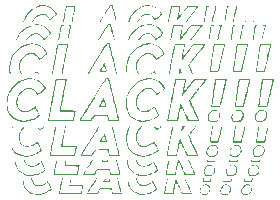
<source format=gbr>
%TF.GenerationSoftware,KiCad,Pcbnew,8.0.3*%
%TF.CreationDate,2024-06-15T19:32:54-05:00*%
%TF.ProjectId,VIK-Solenoid,56494b2d-536f-46c6-956e-6f69642e6b69,rev?*%
%TF.SameCoordinates,Original*%
%TF.FileFunction,Legend,Top*%
%TF.FilePolarity,Positive*%
%FSLAX46Y46*%
G04 Gerber Fmt 4.6, Leading zero omitted, Abs format (unit mm)*
G04 Created by KiCad (PCBNEW 8.0.3) date 2024-06-15 19:32:54*
%MOMM*%
%LPD*%
G01*
G04 APERTURE LIST*
%ADD10C,0.000000*%
%ADD11C,2.200000*%
%ADD12R,1.700000X1.700000*%
%ADD13O,1.700000X1.700000*%
G04 APERTURE END LIST*
D10*
%TO.C,G\u002A\u002A\u002A*%
G36*
X197273471Y-85267292D02*
G01*
X197316706Y-85273783D01*
X197324226Y-85278607D01*
X197310036Y-85303224D01*
X197272828Y-85354465D01*
X197220645Y-85421258D01*
X197220428Y-85421528D01*
X197156943Y-85500607D01*
X197097068Y-85575424D01*
X197060453Y-85621371D01*
X197024008Y-85665974D01*
X197010913Y-85673777D01*
X197014279Y-85646342D01*
X197017551Y-85631095D01*
X197028922Y-85574397D01*
X197044757Y-85490163D01*
X197057918Y-85417393D01*
X197085009Y-85264749D01*
X197204618Y-85264749D01*
X197273471Y-85267292D01*
G37*
G36*
X190391391Y-88127500D02*
G01*
X190403841Y-88162411D01*
X190403676Y-88164989D01*
X190408073Y-88187595D01*
X190432345Y-88200570D01*
X190486387Y-88206438D01*
X190571245Y-88207729D01*
X190661315Y-88206261D01*
X190712567Y-88200105D01*
X190734986Y-88186632D01*
X190738596Y-88163679D01*
X190747496Y-88129316D01*
X190774222Y-88127611D01*
X190805911Y-88153219D01*
X190829701Y-88200797D01*
X190829925Y-88201624D01*
X190847886Y-88268787D01*
X190544083Y-88268787D01*
X190240279Y-88268787D01*
X190278168Y-88195518D01*
X190315599Y-88147204D01*
X190357659Y-88123481D01*
X190391391Y-88127500D01*
G37*
G36*
X184916600Y-80696242D02*
G01*
X184955083Y-80777388D01*
X184969958Y-80823881D01*
X184963051Y-80842767D01*
X184954916Y-80844172D01*
X184919864Y-80824354D01*
X184883459Y-80776121D01*
X184880668Y-80770903D01*
X184846572Y-80719148D01*
X184808861Y-80702115D01*
X184757159Y-80719767D01*
X184683528Y-80770223D01*
X184614784Y-80813628D01*
X184551214Y-80839942D01*
X184529346Y-80843492D01*
X184493055Y-80842285D01*
X184491185Y-80831586D01*
X184525759Y-80802625D01*
X184541557Y-80790573D01*
X184600472Y-80744579D01*
X184676534Y-80683694D01*
X184726970Y-80642643D01*
X184841925Y-80548311D01*
X184916600Y-80696242D01*
G37*
G36*
X194751326Y-80574226D02*
G01*
X194783912Y-80618182D01*
X194818571Y-80687283D01*
X194855787Y-80769103D01*
X194874658Y-80816024D01*
X194876796Y-80837730D01*
X194863813Y-80843906D01*
X194844679Y-80844172D01*
X194809282Y-80823737D01*
X194783988Y-80782488D01*
X194750111Y-80725427D01*
X194703441Y-80709069D01*
X194637963Y-80732993D01*
X194584477Y-80768461D01*
X194514082Y-80812344D01*
X194449608Y-80839670D01*
X194423986Y-80844172D01*
X194402787Y-80839017D01*
X194409834Y-80820518D01*
X194449085Y-80784122D01*
X194524494Y-80725275D01*
X194532596Y-80719169D01*
X194612158Y-80659154D01*
X194678483Y-80608841D01*
X194720456Y-80576669D01*
X194726984Y-80571540D01*
X194751326Y-80574226D01*
G37*
G36*
X185421997Y-85269126D02*
G01*
X185430187Y-85274769D01*
X185412578Y-85293482D01*
X185365007Y-85336149D01*
X185295357Y-85395841D01*
X185234803Y-85446434D01*
X185154596Y-85510995D01*
X185090346Y-85559297D01*
X185049738Y-85585775D01*
X185039418Y-85587835D01*
X185025060Y-85560517D01*
X184986964Y-85506132D01*
X184932602Y-85435191D01*
X184917402Y-85416169D01*
X184857886Y-85339711D01*
X184827969Y-85293195D01*
X184824497Y-85270323D01*
X184841591Y-85264749D01*
X184881459Y-85282433D01*
X184936937Y-85328197D01*
X184981925Y-85376052D01*
X185076053Y-85487355D01*
X185206268Y-85376052D01*
X185278127Y-85320095D01*
X185341654Y-85280127D01*
X185383167Y-85264749D01*
X185383335Y-85264749D01*
X185421997Y-85269126D01*
G37*
G36*
X190678847Y-89639782D02*
G01*
X190683948Y-89663669D01*
X190659345Y-89716157D01*
X190642768Y-89741988D01*
X190599262Y-89817104D01*
X190592482Y-89866024D01*
X190625447Y-89892813D01*
X190701174Y-89901537D01*
X190760208Y-89900201D01*
X190913168Y-89892922D01*
X190906103Y-89762346D01*
X190907593Y-89679540D01*
X190921133Y-89642586D01*
X190943143Y-89651056D01*
X190970041Y-89704524D01*
X190990895Y-89772449D01*
X191010320Y-89847630D01*
X191018007Y-89898592D01*
X191007190Y-89930026D01*
X190971099Y-89946622D01*
X190902968Y-89953071D01*
X190796028Y-89954064D01*
X190728966Y-89953979D01*
X190434859Y-89953979D01*
X190500748Y-89837970D01*
X190570105Y-89727262D01*
X190627281Y-89660332D01*
X190671140Y-89638442D01*
X190678847Y-89639782D01*
G37*
G36*
X194798086Y-85284502D02*
G01*
X194849894Y-85336069D01*
X194869707Y-85362441D01*
X194916095Y-85419714D01*
X194957472Y-85454867D01*
X194972445Y-85460133D01*
X195008624Y-85445252D01*
X195067171Y-85406593D01*
X195123339Y-85362441D01*
X195192258Y-85310577D01*
X195253201Y-85275407D01*
X195286471Y-85265405D01*
X195298938Y-85275447D01*
X195279812Y-85306927D01*
X195226609Y-85363013D01*
X195162784Y-85423193D01*
X195086208Y-85491358D01*
X195021565Y-85544824D01*
X194978071Y-85576168D01*
X194966506Y-85581287D01*
X194939790Y-85563691D01*
X194894720Y-85516759D01*
X194844391Y-85454912D01*
X194778818Y-85367951D01*
X194739709Y-85312578D01*
X194723727Y-85281674D01*
X194727538Y-85268124D01*
X194747807Y-85264811D01*
X194755268Y-85264749D01*
X194798086Y-85284502D01*
G37*
G36*
X199931975Y-88156605D02*
G01*
X199925325Y-88225365D01*
X199922102Y-88238258D01*
X199914643Y-88259556D01*
X199900478Y-88274491D01*
X199871940Y-88284191D01*
X199821362Y-88289784D01*
X199741077Y-88292400D01*
X199623418Y-88293167D01*
X199548781Y-88293210D01*
X199190188Y-88293210D01*
X199200167Y-88207729D01*
X199217235Y-88147586D01*
X199244243Y-88123273D01*
X199271763Y-88138854D01*
X199285149Y-88171095D01*
X199294602Y-88192891D01*
X199315309Y-88207045D01*
X199356311Y-88215184D01*
X199426652Y-88218936D01*
X199535374Y-88219929D01*
X199556444Y-88219941D01*
X199673216Y-88219066D01*
X199750841Y-88215349D01*
X199799001Y-88207153D01*
X199827382Y-88192843D01*
X199845471Y-88171095D01*
X199886243Y-88124383D01*
X199917012Y-88121249D01*
X199931975Y-88156605D01*
G37*
G36*
X201130822Y-88127072D02*
G01*
X201159471Y-88155131D01*
X201165725Y-88171095D01*
X201175179Y-88192891D01*
X201195886Y-88207045D01*
X201236888Y-88215184D01*
X201307229Y-88218936D01*
X201415951Y-88219929D01*
X201437021Y-88219941D01*
X201553793Y-88219066D01*
X201631417Y-88215349D01*
X201679578Y-88207153D01*
X201707959Y-88192843D01*
X201726048Y-88171095D01*
X201765393Y-88127759D01*
X201795915Y-88125093D01*
X201807181Y-88160612D01*
X201802949Y-88189412D01*
X201787758Y-88244914D01*
X201776619Y-88274893D01*
X201749845Y-88281377D01*
X201683129Y-88286852D01*
X201585376Y-88290873D01*
X201465486Y-88292993D01*
X201410801Y-88293210D01*
X201055260Y-88293210D01*
X201069986Y-88238258D01*
X201081991Y-88181465D01*
X201085046Y-88152778D01*
X201099826Y-88124883D01*
X201130822Y-88127072D01*
G37*
G36*
X203011209Y-88142984D02*
G01*
X203027711Y-88164989D01*
X203048802Y-88189830D01*
X203076746Y-88205814D01*
X203121763Y-88214872D01*
X203194070Y-88218935D01*
X203303887Y-88219935D01*
X203318497Y-88219941D01*
X203433193Y-88219111D01*
X203509107Y-88215394D01*
X203556294Y-88206953D01*
X203584807Y-88191948D01*
X203604700Y-88168542D01*
X203605416Y-88167469D01*
X203643952Y-88126738D01*
X203669988Y-88129769D01*
X203677016Y-88171848D01*
X203669413Y-88213835D01*
X203648406Y-88293210D01*
X203294970Y-88293210D01*
X203157231Y-88292984D01*
X203060934Y-88291539D01*
X202998674Y-88287721D01*
X202963046Y-88280378D01*
X202946647Y-88268358D01*
X202942071Y-88250509D01*
X202941907Y-88238258D01*
X202952391Y-88177005D01*
X202965642Y-88146672D01*
X202986820Y-88126220D01*
X203011209Y-88142984D01*
G37*
G36*
X196919613Y-80303808D02*
G01*
X196948323Y-80360970D01*
X196987491Y-80445052D01*
X197033013Y-80546943D01*
X197080784Y-80657536D01*
X197126701Y-80767719D01*
X197149194Y-80823625D01*
X197137614Y-80841916D01*
X197122840Y-80844172D01*
X197094204Y-80823714D01*
X197057003Y-80771035D01*
X197031149Y-80722056D01*
X196991721Y-80652728D01*
X196953590Y-80609375D01*
X196923783Y-80597263D01*
X196909327Y-80621657D01*
X196908897Y-80630470D01*
X196899742Y-80699110D01*
X196877363Y-80768454D01*
X196848546Y-80822230D01*
X196820078Y-80844168D01*
X196819757Y-80844172D01*
X196792819Y-80829526D01*
X196794767Y-80789220D01*
X196804845Y-80741362D01*
X196820737Y-80659604D01*
X196839713Y-80558139D01*
X196848798Y-80508354D01*
X196868032Y-80410723D01*
X196886052Y-80334370D01*
X196900216Y-80289815D01*
X196905465Y-80282676D01*
X196919613Y-80303808D01*
G37*
G36*
X203056409Y-89642687D02*
G01*
X203062019Y-89667275D01*
X203056735Y-89719187D01*
X203040298Y-89807368D01*
X203034339Y-89836500D01*
X203005030Y-89978403D01*
X202666053Y-89978403D01*
X202327075Y-89978403D01*
X202340392Y-89911239D01*
X202353861Y-89839996D01*
X202368547Y-89757878D01*
X202369525Y-89752219D01*
X202388186Y-89677813D01*
X202407611Y-89645280D01*
X202422046Y-89655567D01*
X202425736Y-89709621D01*
X202422947Y-89743428D01*
X202419441Y-89811055D01*
X202431827Y-89856800D01*
X202467417Y-89884856D01*
X202533525Y-89899418D01*
X202637463Y-89904680D01*
X202704918Y-89905133D01*
X202815537Y-89903326D01*
X202888078Y-89893746D01*
X202933287Y-89870156D01*
X202961908Y-89826321D01*
X202984685Y-89756002D01*
X202988933Y-89740278D01*
X203010552Y-89677453D01*
X203032571Y-89640558D01*
X203040167Y-89636479D01*
X203056409Y-89642687D01*
G37*
G36*
X199563188Y-89671752D02*
G01*
X199555192Y-89730817D01*
X199550780Y-89750024D01*
X199530925Y-89831015D01*
X199513631Y-89904379D01*
X199512075Y-89911239D01*
X199496949Y-89978403D01*
X199164548Y-89978403D01*
X198832147Y-89978403D01*
X198849321Y-89826607D01*
X198862238Y-89727339D01*
X198875071Y-89669466D01*
X198890493Y-89645615D01*
X198911181Y-89648414D01*
X198913466Y-89649767D01*
X198924236Y-89680483D01*
X198923426Y-89740085D01*
X198920471Y-89762558D01*
X198914673Y-89822859D01*
X198925079Y-89863232D01*
X198959048Y-89887637D01*
X199023938Y-89900032D01*
X199127110Y-89904379D01*
X199184741Y-89904759D01*
X199311358Y-89900642D01*
X199396578Y-89885693D01*
X199447235Y-89856813D01*
X199470165Y-89810898D01*
X199473457Y-89773730D01*
X199483718Y-89722387D01*
X199508024Y-89673090D01*
X199536652Y-89641098D01*
X199558546Y-89640158D01*
X199563188Y-89671752D01*
G37*
G36*
X201319753Y-89643090D02*
G01*
X201322025Y-89645176D01*
X201322952Y-89673824D01*
X201312345Y-89735916D01*
X201292498Y-89818046D01*
X201292352Y-89818583D01*
X201249091Y-89978403D01*
X200919850Y-89978403D01*
X200590609Y-89978403D01*
X200607783Y-89826607D01*
X200620700Y-89727339D01*
X200633532Y-89669466D01*
X200648955Y-89645615D01*
X200669642Y-89648414D01*
X200671928Y-89649767D01*
X200682698Y-89680483D01*
X200681888Y-89740085D01*
X200678932Y-89762558D01*
X200673706Y-89836691D01*
X200689423Y-89876669D01*
X200697197Y-89882825D01*
X200737566Y-89892994D01*
X200811778Y-89899917D01*
X200905180Y-89903484D01*
X201003117Y-89903583D01*
X201090937Y-89900102D01*
X201153987Y-89892932D01*
X201174439Y-89886442D01*
X201197681Y-89853246D01*
X201222417Y-89791507D01*
X201230054Y-89765732D01*
X201258740Y-89685720D01*
X201289999Y-89643058D01*
X201319753Y-89643090D01*
G37*
G36*
X190553126Y-85812431D02*
G01*
X190562143Y-85838814D01*
X190579251Y-85902894D01*
X190602116Y-85994650D01*
X190628403Y-86104057D01*
X190655776Y-86221093D01*
X190681901Y-86335736D01*
X190704443Y-86437963D01*
X190721068Y-86517750D01*
X190729440Y-86565076D01*
X190729995Y-86571679D01*
X190722836Y-86586619D01*
X190696632Y-86596935D01*
X190644294Y-86603411D01*
X190558735Y-86606835D01*
X190432864Y-86607990D01*
X190401993Y-86608018D01*
X190073992Y-86608018D01*
X190156136Y-86467476D01*
X190267702Y-86467476D01*
X190273855Y-86507693D01*
X190314831Y-86527741D01*
X190393075Y-86534355D01*
X190435477Y-86534749D01*
X190522139Y-86531431D01*
X190588283Y-86522720D01*
X190619974Y-86510476D01*
X190620256Y-86510058D01*
X190622674Y-86474935D01*
X190614593Y-86407210D01*
X190599055Y-86321214D01*
X190579103Y-86231278D01*
X190557779Y-86151731D01*
X190538126Y-86096903D01*
X190529578Y-86082922D01*
X190512022Y-86074427D01*
X190489488Y-86086991D01*
X190457366Y-86126176D01*
X190411048Y-86197548D01*
X190350077Y-86299583D01*
X190293924Y-86400351D01*
X190267702Y-86467476D01*
X190156136Y-86467476D01*
X190309101Y-86205767D01*
X190382564Y-86081278D01*
X190447580Y-85973385D01*
X190500236Y-85888393D01*
X190536621Y-85832608D01*
X190552823Y-85812334D01*
X190553126Y-85812431D01*
G37*
G36*
X199249954Y-90193811D02*
G01*
X199363426Y-90250531D01*
X199444285Y-90341952D01*
X199489293Y-90464886D01*
X199497788Y-90559424D01*
X199476484Y-90706339D01*
X199417229Y-90838161D01*
X199327331Y-90948776D01*
X199214099Y-91032073D01*
X199084839Y-91081940D01*
X198946861Y-91092263D01*
X198875091Y-91080231D01*
X198748731Y-91030803D01*
X198661757Y-90955093D01*
X198611262Y-90849204D01*
X198594337Y-90709240D01*
X198594333Y-90708120D01*
X198648822Y-90708120D01*
X198671525Y-90828521D01*
X198728690Y-90924520D01*
X198814440Y-90991036D01*
X198922894Y-91022988D01*
X199048175Y-91015295D01*
X199145473Y-90982366D01*
X199255515Y-90909915D01*
X199345651Y-90807649D01*
X199408958Y-90687846D01*
X199438511Y-90562782D01*
X199433953Y-90470836D01*
X199395328Y-90380867D01*
X199324802Y-90296672D01*
X199237750Y-90233576D01*
X199171734Y-90209479D01*
X199054708Y-90210767D01*
X198936084Y-90252004D01*
X198826275Y-90325794D01*
X198735695Y-90424741D01*
X198674755Y-90541448D01*
X198666461Y-90568396D01*
X198648822Y-90708120D01*
X198594333Y-90708120D01*
X198594317Y-90704016D01*
X198615938Y-90543040D01*
X198679258Y-90402749D01*
X198770510Y-90298514D01*
X198870445Y-90226416D01*
X198971688Y-90187895D01*
X199095573Y-90175124D01*
X199107110Y-90174980D01*
X199249954Y-90193811D01*
G37*
G36*
X203773963Y-86841781D02*
G01*
X203889013Y-86895441D01*
X203964266Y-86962425D01*
X204041333Y-87084391D01*
X204077066Y-87220716D01*
X204073514Y-87363310D01*
X204032724Y-87504085D01*
X203956747Y-87634952D01*
X203847631Y-87747821D01*
X203748575Y-87814015D01*
X203623062Y-87862327D01*
X203491354Y-87879189D01*
X203368885Y-87863973D01*
X203294627Y-87832520D01*
X203175360Y-87735399D01*
X203099604Y-87616092D01*
X203068836Y-87480962D01*
X203142847Y-87480962D01*
X203173736Y-87597606D01*
X203236681Y-87692682D01*
X203327249Y-87760338D01*
X203441003Y-87794721D01*
X203573510Y-87789977D01*
X203627278Y-87776871D01*
X203752093Y-87715872D01*
X203862057Y-87618251D01*
X203948342Y-87495863D01*
X204002118Y-87360560D01*
X204015819Y-87255229D01*
X203994444Y-87132819D01*
X203935129Y-87031967D01*
X203845684Y-86957121D01*
X203733920Y-86912724D01*
X203607645Y-86903223D01*
X203474671Y-86933063D01*
X203460073Y-86938895D01*
X203347815Y-87001875D01*
X203261676Y-87090728D01*
X203194982Y-87206383D01*
X203148451Y-87348604D01*
X203142847Y-87480962D01*
X203068836Y-87480962D01*
X203067414Y-87474718D01*
X203072338Y-87350991D01*
X203111896Y-87205035D01*
X203183478Y-87078342D01*
X203280006Y-86973997D01*
X203394398Y-86895084D01*
X203519576Y-86844687D01*
X203648457Y-86825892D01*
X203773963Y-86841781D01*
G37*
G36*
X190586964Y-83164364D02*
G01*
X190618453Y-83296417D01*
X190645441Y-83413974D01*
X190665900Y-83507852D01*
X190677804Y-83568872D01*
X190679992Y-83585662D01*
X190676335Y-83602859D01*
X190659296Y-83614740D01*
X190621409Y-83622270D01*
X190555209Y-83626411D01*
X190453230Y-83628127D01*
X190348824Y-83628403D01*
X190215495Y-83627879D01*
X190123943Y-83625711D01*
X190067107Y-83621002D01*
X190037924Y-83612853D01*
X190029332Y-83600368D01*
X190031947Y-83588147D01*
X190049984Y-83552310D01*
X190067004Y-83521667D01*
X190202735Y-83521667D01*
X190228004Y-83541217D01*
X190289350Y-83551989D01*
X190387305Y-83555133D01*
X190476817Y-83554414D01*
X190528063Y-83549485D01*
X190551625Y-83536185D01*
X190558084Y-83510356D01*
X190558164Y-83487970D01*
X190551128Y-83407871D01*
X190534182Y-83319134D01*
X190510764Y-83232293D01*
X190484309Y-83157880D01*
X190458254Y-83106428D01*
X190436033Y-83088472D01*
X190429227Y-83092723D01*
X190392345Y-83145729D01*
X190347037Y-83220797D01*
X190299410Y-83306359D01*
X190255574Y-83390845D01*
X190221636Y-83462687D01*
X190203707Y-83510316D01*
X190202735Y-83521667D01*
X190067004Y-83521667D01*
X190087742Y-83484332D01*
X190139727Y-83393910D01*
X190200443Y-83290739D01*
X190201498Y-83288965D01*
X190269160Y-83174862D01*
X190335093Y-83062954D01*
X190391147Y-82967112D01*
X190425348Y-82907922D01*
X190495094Y-82785806D01*
X190586964Y-83164364D01*
G37*
G36*
X199638651Y-88532889D02*
G01*
X199754354Y-88590709D01*
X199837852Y-88683785D01*
X199886591Y-88809426D01*
X199898773Y-88940422D01*
X199873880Y-89106337D01*
X199806343Y-89251988D01*
X199699685Y-89371709D01*
X199583360Y-89447630D01*
X199496168Y-89478939D01*
X199394109Y-89498674D01*
X199300897Y-89503039D01*
X199265860Y-89498469D01*
X199144011Y-89456748D01*
X199052835Y-89390632D01*
X199006570Y-89335596D01*
X198963641Y-89266670D01*
X198942460Y-89199179D01*
X198936218Y-89109834D01*
X198936149Y-89094723D01*
X198940167Y-89062883D01*
X198992358Y-89062883D01*
X199015176Y-89190757D01*
X199030441Y-89226455D01*
X199095754Y-89326211D01*
X199180437Y-89386773D01*
X199293590Y-89413554D01*
X199349195Y-89416022D01*
X199463959Y-89405600D01*
X199563323Y-89368006D01*
X199586671Y-89354965D01*
X199691302Y-89269981D01*
X199769919Y-89158986D01*
X199818748Y-89033311D01*
X199834016Y-88904283D01*
X199811947Y-88783232D01*
X199791736Y-88739434D01*
X199715122Y-88639709D01*
X199617795Y-88582024D01*
X199492663Y-88562325D01*
X199481900Y-88562266D01*
X199339431Y-88586058D01*
X199212711Y-88655280D01*
X199104698Y-88768221D01*
X199090189Y-88788980D01*
X199017300Y-88929411D01*
X198992358Y-89062883D01*
X198940167Y-89062883D01*
X198957424Y-88926145D01*
X199017920Y-88779451D01*
X199112648Y-88659852D01*
X199236614Y-88572560D01*
X199384829Y-88522785D01*
X199493295Y-88513018D01*
X199638651Y-88532889D01*
G37*
G36*
X202008899Y-83887601D02*
G01*
X202137033Y-83952547D01*
X202240853Y-84059627D01*
X202241901Y-84061104D01*
X202299349Y-84182700D01*
X202316809Y-84320407D01*
X202295741Y-84464496D01*
X202237608Y-84605235D01*
X202143870Y-84732893D01*
X202140485Y-84736458D01*
X202066718Y-84802189D01*
X201984889Y-84858958D01*
X201952399Y-84876354D01*
X201846460Y-84908148D01*
X201721332Y-84920393D01*
X201599034Y-84912467D01*
X201512329Y-84888790D01*
X201426677Y-84832663D01*
X201347221Y-84748992D01*
X201288253Y-84655057D01*
X201266692Y-84591783D01*
X201261465Y-84481151D01*
X201354034Y-84481151D01*
X201375164Y-84612002D01*
X201433489Y-84718407D01*
X201521406Y-84795394D01*
X201631315Y-84837995D01*
X201755614Y-84841239D01*
X201860282Y-84812166D01*
X202012398Y-84726993D01*
X202123134Y-84616069D01*
X202192207Y-84479799D01*
X202219335Y-84318586D01*
X202219740Y-84300037D01*
X202214739Y-84197388D01*
X202195216Y-84126669D01*
X202173592Y-84091056D01*
X202070236Y-83990173D01*
X201950495Y-83934372D01*
X201819280Y-83924777D01*
X201681503Y-83962509D01*
X201658620Y-83973292D01*
X201523006Y-84065837D01*
X201426119Y-84187507D01*
X201369455Y-84335808D01*
X201354034Y-84481151D01*
X201261465Y-84481151D01*
X201259003Y-84429049D01*
X201293898Y-84274537D01*
X201365721Y-84135182D01*
X201468816Y-84017920D01*
X201597525Y-83929686D01*
X201746194Y-83877414D01*
X201858703Y-83865936D01*
X202008899Y-83887601D01*
G37*
G36*
X200995185Y-90192874D02*
G01*
X201108934Y-90248723D01*
X201189054Y-90339223D01*
X201233424Y-90462257D01*
X201242089Y-90564556D01*
X201218760Y-90720832D01*
X201153916Y-90859560D01*
X201053019Y-90972932D01*
X200921529Y-91053134D01*
X200892684Y-91064281D01*
X200793763Y-91092501D01*
X200708967Y-91096555D01*
X200611202Y-91077270D01*
X200596918Y-91073315D01*
X200483762Y-91019559D01*
X200402279Y-90936324D01*
X200352549Y-90831385D01*
X200334655Y-90712519D01*
X200334873Y-90710579D01*
X200404435Y-90710579D01*
X200426498Y-90817486D01*
X200476922Y-90908673D01*
X200552222Y-90977692D01*
X200648912Y-91018100D01*
X200763507Y-91023450D01*
X200884340Y-90990795D01*
X200960647Y-90951208D01*
X201027303Y-90904528D01*
X201033316Y-90899208D01*
X201108382Y-90803612D01*
X201158252Y-90685918D01*
X201179983Y-90560704D01*
X201170634Y-90442545D01*
X201140865Y-90366315D01*
X201087336Y-90307494D01*
X201007125Y-90252278D01*
X200920192Y-90212239D01*
X200851755Y-90198747D01*
X200777978Y-90214855D01*
X200687989Y-90255306D01*
X200600519Y-90310308D01*
X200543262Y-90359986D01*
X200459332Y-90475384D01*
X200414218Y-90594396D01*
X200404435Y-90710579D01*
X200334873Y-90710579D01*
X200348675Y-90587500D01*
X200394692Y-90464103D01*
X200472785Y-90350105D01*
X200583035Y-90253279D01*
X200588372Y-90249704D01*
X200667097Y-90203698D01*
X200738816Y-90180883D01*
X200828805Y-90173923D01*
X200849931Y-90173787D01*
X200995185Y-90192874D01*
G37*
G36*
X188060543Y-75110854D02*
G01*
X188052790Y-75149173D01*
X188037538Y-75228452D01*
X188016121Y-75341612D01*
X187989873Y-75481572D01*
X187960128Y-75641252D01*
X187932833Y-75788595D01*
X187894791Y-75991966D01*
X187863672Y-76151584D01*
X187838306Y-76271868D01*
X187817524Y-76357234D01*
X187800156Y-76412102D01*
X187785032Y-76440889D01*
X187770983Y-76448014D01*
X187760030Y-76441386D01*
X187758871Y-76412510D01*
X187766753Y-76342220D01*
X187782579Y-76236884D01*
X187805248Y-76102871D01*
X187833661Y-75946548D01*
X187866718Y-75774284D01*
X187903320Y-75592446D01*
X187922395Y-75500936D01*
X187943625Y-75392602D01*
X187960011Y-75294372D01*
X187969116Y-75221548D01*
X187970187Y-75201045D01*
X187970187Y-75127754D01*
X187647820Y-75134569D01*
X187325453Y-75141383D01*
X187220812Y-75666479D01*
X187178168Y-75880319D01*
X187143946Y-76051094D01*
X187117026Y-76183647D01*
X187096291Y-76282820D01*
X187080624Y-76353455D01*
X187068905Y-76400393D01*
X187060019Y-76428476D01*
X187052846Y-76442547D01*
X187046269Y-76447447D01*
X187040379Y-76448018D01*
X187021400Y-76427738D01*
X187017687Y-76403307D01*
X187022304Y-76365387D01*
X187035091Y-76288468D01*
X187054458Y-76181413D01*
X187078811Y-76053082D01*
X187099955Y-75945374D01*
X187131277Y-75786874D01*
X187163087Y-75623867D01*
X187192495Y-75471293D01*
X187216615Y-75344088D01*
X187225905Y-75294028D01*
X187269588Y-75055903D01*
X187671381Y-75055903D01*
X188073175Y-75055903D01*
X188060543Y-75110854D01*
G37*
G36*
X190561875Y-79879171D02*
G01*
X190579489Y-79943302D01*
X190602906Y-80034811D01*
X190629702Y-80143550D01*
X190657450Y-80259375D01*
X190683725Y-80372139D01*
X190706104Y-80471694D01*
X190722160Y-80547896D01*
X190729468Y-80590597D01*
X190729666Y-80593835D01*
X190716632Y-80607128D01*
X190673535Y-80616261D01*
X190594890Y-80621761D01*
X190475209Y-80624157D01*
X190412495Y-80624364D01*
X190294385Y-80623371D01*
X190196197Y-80620653D01*
X190126999Y-80616604D01*
X190095861Y-80611617D01*
X190094995Y-80610599D01*
X190106757Y-80583387D01*
X190138839Y-80524164D01*
X190144704Y-80513903D01*
X190265957Y-80513903D01*
X190275136Y-80533462D01*
X190308660Y-80544945D01*
X190375503Y-80550177D01*
X190449130Y-80551095D01*
X190543564Y-80549658D01*
X190598967Y-80543822D01*
X190625106Y-80531302D01*
X190631751Y-80509812D01*
X190631745Y-80508354D01*
X190624183Y-80442580D01*
X190605685Y-80359228D01*
X190580474Y-80271693D01*
X190552774Y-80193370D01*
X190526808Y-80137653D01*
X190508640Y-80117941D01*
X190482761Y-80135241D01*
X190442279Y-80184900D01*
X190394207Y-80255477D01*
X190345560Y-80335527D01*
X190303349Y-80413609D01*
X190274589Y-80478280D01*
X190265957Y-80513903D01*
X190144704Y-80513903D01*
X190186433Y-80440894D01*
X190244733Y-80341541D01*
X190308932Y-80234070D01*
X190374224Y-80126446D01*
X190435802Y-80026632D01*
X190488858Y-79942594D01*
X190528586Y-79882296D01*
X190550179Y-79853702D01*
X190552490Y-79852564D01*
X190561875Y-79879171D01*
G37*
G36*
X199833997Y-86839721D02*
G01*
X199954024Y-86880889D01*
X200057373Y-86959811D01*
X200133432Y-87065773D01*
X200170407Y-87179398D01*
X200175208Y-87351549D01*
X200134759Y-87505718D01*
X200048523Y-87643586D01*
X200008029Y-87687694D01*
X199933170Y-87755288D01*
X199857367Y-87812163D01*
X199803810Y-87842689D01*
X199707595Y-87867394D01*
X199592415Y-87875434D01*
X199482476Y-87866302D01*
X199424610Y-87850646D01*
X199344059Y-87802101D01*
X199262355Y-87727003D01*
X199198464Y-87643311D01*
X199190411Y-87628894D01*
X199161529Y-87531122D01*
X199159539Y-87464614D01*
X199230539Y-87464614D01*
X199263012Y-87582814D01*
X199332714Y-87682683D01*
X199425487Y-87749797D01*
X199517167Y-87789939D01*
X199594629Y-87802485D01*
X199682079Y-87789992D01*
X199717687Y-87780691D01*
X199822290Y-87732269D01*
X199925186Y-87652271D01*
X200009033Y-87555396D01*
X200035249Y-87511551D01*
X200087978Y-87369474D01*
X200101039Y-87235421D01*
X200077036Y-87115851D01*
X200018569Y-87017226D01*
X199928242Y-86946009D01*
X199808656Y-86908659D01*
X199791658Y-86906681D01*
X199635728Y-86914513D01*
X199495483Y-86967920D01*
X199375633Y-87065009D01*
X199363714Y-87078487D01*
X199280168Y-87204605D01*
X199236017Y-87335929D01*
X199230539Y-87464614D01*
X199159539Y-87464614D01*
X199157885Y-87409343D01*
X199178574Y-87280811D01*
X199213930Y-87180602D01*
X199304283Y-87039903D01*
X199425012Y-86932325D01*
X199568305Y-86862163D01*
X199726354Y-86833711D01*
X199833997Y-86839721D01*
G37*
G36*
X202621060Y-90177852D02*
G01*
X202630554Y-90178376D01*
X202722722Y-90185820D01*
X202783743Y-90199903D01*
X202831315Y-90227368D01*
X202882552Y-90274370D01*
X202964168Y-90387943D01*
X203001402Y-90518140D01*
X202993721Y-90660062D01*
X202940608Y-90808787D01*
X202854506Y-90928677D01*
X202737684Y-91019217D01*
X202601074Y-91075332D01*
X202455604Y-91091945D01*
X202359515Y-91078671D01*
X202247245Y-91029036D01*
X202165458Y-90948921D01*
X202114304Y-90846130D01*
X202093931Y-90728468D01*
X202094746Y-90718836D01*
X202158272Y-90718836D01*
X202181015Y-90824292D01*
X202232332Y-90913533D01*
X202308448Y-90980434D01*
X202405586Y-91018868D01*
X202519972Y-91022710D01*
X202647829Y-90985834D01*
X202673484Y-90973643D01*
X202766034Y-90909833D01*
X202846862Y-90825042D01*
X202855280Y-90813424D01*
X202897857Y-90744114D01*
X202920099Y-90679294D01*
X202928201Y-90597001D01*
X202928875Y-90552542D01*
X202926610Y-90462968D01*
X202915488Y-90404313D01*
X202889974Y-90358764D01*
X202857067Y-90321447D01*
X202751483Y-90240455D01*
X202637534Y-90206447D01*
X202519069Y-90219112D01*
X202399938Y-90278140D01*
X202299242Y-90366438D01*
X202213610Y-90483783D01*
X202167878Y-90603291D01*
X202158272Y-90718836D01*
X202094746Y-90718836D01*
X202104489Y-90603741D01*
X202146127Y-90479754D01*
X202218994Y-90364312D01*
X202323239Y-90265219D01*
X202343701Y-90250823D01*
X202413441Y-90206803D01*
X202469444Y-90183370D01*
X202531915Y-90175421D01*
X202621060Y-90177852D01*
G37*
G36*
X200047935Y-83897329D02*
G01*
X200162304Y-83967413D01*
X200236790Y-84046994D01*
X200296107Y-84164966D01*
X200316761Y-84299466D01*
X200301329Y-84440849D01*
X200252390Y-84579470D01*
X200172523Y-84705683D01*
X200064307Y-84809844D01*
X200025891Y-84835850D01*
X199939882Y-84881455D01*
X199855195Y-84905933D01*
X199747196Y-84916349D01*
X199745025Y-84916446D01*
X199624944Y-84914402D01*
X199532534Y-84898108D01*
X199510091Y-84889649D01*
X199400547Y-84817234D01*
X199326730Y-84716087D01*
X199286830Y-84582853D01*
X199281443Y-84507280D01*
X199356839Y-84507280D01*
X199357244Y-84511622D01*
X199392485Y-84636497D01*
X199469190Y-84739708D01*
X199582292Y-84814462D01*
X199583360Y-84814940D01*
X199667332Y-84842803D01*
X199750089Y-84844630D01*
X199841399Y-84825094D01*
X199937964Y-84780243D01*
X200038171Y-84704800D01*
X200126047Y-84612910D01*
X200184507Y-84521208D01*
X200220649Y-84400631D01*
X200228391Y-84272822D01*
X200207845Y-84155910D01*
X200181858Y-84098324D01*
X200096853Y-83999875D01*
X199991096Y-83941171D01*
X199871912Y-83921988D01*
X199746628Y-83942100D01*
X199622568Y-84001283D01*
X199507059Y-84099313D01*
X199489014Y-84119575D01*
X199403482Y-84242728D01*
X199360914Y-84367529D01*
X199356839Y-84507280D01*
X199281443Y-84507280D01*
X199278072Y-84459986D01*
X199297890Y-84307283D01*
X199352893Y-84172362D01*
X199436404Y-84058100D01*
X199541749Y-83967373D01*
X199662250Y-83903057D01*
X199791233Y-83868027D01*
X199922020Y-83865159D01*
X200047935Y-83897329D01*
G37*
G36*
X201435296Y-88516890D02*
G01*
X201550422Y-88545523D01*
X201573841Y-88556856D01*
X201668715Y-88634741D01*
X201733142Y-88742003D01*
X201766176Y-88869088D01*
X201766869Y-89006440D01*
X201734276Y-89144506D01*
X201667448Y-89273729D01*
X201647543Y-89300679D01*
X201541968Y-89397883D01*
X201408600Y-89465181D01*
X201261539Y-89497785D01*
X201114882Y-89490909D01*
X201098116Y-89487236D01*
X200980725Y-89434859D01*
X200886367Y-89341938D01*
X200826018Y-89229253D01*
X200803000Y-89109049D01*
X200875308Y-89109049D01*
X200899839Y-89222879D01*
X200958769Y-89318397D01*
X201022367Y-89370618D01*
X201114845Y-89404660D01*
X201229900Y-89415811D01*
X201346595Y-89403367D01*
X201410151Y-89383675D01*
X201512550Y-89317566D01*
X201599406Y-89218155D01*
X201664063Y-89098502D01*
X201699864Y-88971665D01*
X201700151Y-88850705D01*
X201694625Y-88825574D01*
X201660342Y-88743615D01*
X201608863Y-88664072D01*
X201599069Y-88652494D01*
X201558380Y-88610831D01*
X201519586Y-88587320D01*
X201466979Y-88576804D01*
X201384854Y-88574125D01*
X201360242Y-88574076D01*
X201263757Y-88576751D01*
X201197885Y-88587956D01*
X201144535Y-88612460D01*
X201102340Y-88642067D01*
X200998690Y-88743415D01*
X200925674Y-88860744D01*
X200884233Y-88985480D01*
X200875308Y-89109049D01*
X200803000Y-89109049D01*
X200801144Y-89099357D01*
X200816750Y-88960228D01*
X200868756Y-88822646D01*
X200953083Y-88697392D01*
X201065651Y-88595246D01*
X201066011Y-88594996D01*
X201174957Y-88542988D01*
X201304097Y-88516499D01*
X201435296Y-88516890D01*
G37*
G36*
X201787443Y-86839661D02*
G01*
X201881858Y-86865577D01*
X201962149Y-86919021D01*
X201991827Y-86946988D01*
X202077534Y-87064230D01*
X202121814Y-87196914D01*
X202126240Y-87337315D01*
X202092387Y-87477709D01*
X202021831Y-87610369D01*
X201916147Y-87727573D01*
X201818201Y-87798643D01*
X201728250Y-87846731D01*
X201651111Y-87870330D01*
X201562342Y-87876546D01*
X201550499Y-87876470D01*
X201465060Y-87872035D01*
X201393500Y-87862361D01*
X201365476Y-87854808D01*
X201300159Y-87811178D01*
X201229896Y-87738675D01*
X201167860Y-87653789D01*
X201127221Y-87573008D01*
X201120329Y-87547911D01*
X201117598Y-87493638D01*
X201189368Y-87493638D01*
X201229994Y-87610268D01*
X201310360Y-87704888D01*
X201379333Y-87749797D01*
X201471013Y-87789939D01*
X201548475Y-87802485D01*
X201635925Y-87789992D01*
X201671534Y-87780691D01*
X201787628Y-87727291D01*
X201889539Y-87641246D01*
X201972100Y-87532401D01*
X202030147Y-87410596D01*
X202058516Y-87285677D01*
X202052041Y-87167484D01*
X202027989Y-87101372D01*
X201957070Y-86999319D01*
X201866680Y-86937085D01*
X201746559Y-86908077D01*
X201724232Y-86906102D01*
X201569827Y-86915669D01*
X201437929Y-86968470D01*
X201328253Y-87064689D01*
X201240510Y-87204510D01*
X201233970Y-87218595D01*
X201190140Y-87361059D01*
X201189368Y-87493638D01*
X201117598Y-87493638D01*
X201112125Y-87384851D01*
X201146006Y-87232002D01*
X201216215Y-87095478D01*
X201316992Y-86981392D01*
X201442581Y-86895856D01*
X201587222Y-86844984D01*
X201745159Y-86834889D01*
X201787443Y-86839661D01*
G37*
G36*
X203980641Y-83877623D02*
G01*
X204103553Y-83934553D01*
X204169103Y-83989858D01*
X204252991Y-84107957D01*
X204295505Y-84238572D01*
X204300084Y-84374784D01*
X204270167Y-84509673D01*
X204209194Y-84636318D01*
X204120603Y-84747800D01*
X204007834Y-84837200D01*
X203874325Y-84897596D01*
X203723515Y-84922069D01*
X203705728Y-84922269D01*
X203604978Y-84914284D01*
X203514919Y-84894208D01*
X203483228Y-84881752D01*
X203415164Y-84835406D01*
X203349019Y-84771114D01*
X203336690Y-84755905D01*
X203303370Y-84707003D01*
X203283768Y-84658683D01*
X203274410Y-84595782D01*
X203271821Y-84503137D01*
X203271827Y-84472817D01*
X203274806Y-84408358D01*
X203338670Y-84408358D01*
X203340805Y-84541946D01*
X203389191Y-84662001D01*
X203458216Y-84744291D01*
X203557046Y-84814749D01*
X203663631Y-84843625D01*
X203788700Y-84833149D01*
X203832976Y-84822239D01*
X203945629Y-84769355D01*
X204047435Y-84682124D01*
X204131581Y-84571503D01*
X204191256Y-84448446D01*
X204219648Y-84323910D01*
X204211318Y-84213757D01*
X204157227Y-84088092D01*
X204076849Y-83997837D01*
X203977103Y-83942578D01*
X203864907Y-83921901D01*
X203747179Y-83935390D01*
X203630836Y-83982632D01*
X203522797Y-84063210D01*
X203429979Y-84176712D01*
X203383125Y-84263403D01*
X203338670Y-84408358D01*
X203274806Y-84408358D01*
X203278026Y-84338692D01*
X203299674Y-84236850D01*
X203342726Y-84151657D01*
X203413134Y-84067484D01*
X203434338Y-84046116D01*
X203563239Y-83945775D01*
X203702548Y-83883841D01*
X203844327Y-83860921D01*
X203980641Y-83877623D01*
G37*
G36*
X203371172Y-88532343D02*
G01*
X203490573Y-88589064D01*
X203577543Y-88681298D01*
X203629871Y-88807164D01*
X203641083Y-88870411D01*
X203636774Y-89025884D01*
X203590718Y-89173237D01*
X203508819Y-89303284D01*
X203396983Y-89406839D01*
X203261114Y-89474717D01*
X203250538Y-89477990D01*
X203173754Y-89499854D01*
X203121340Y-89508946D01*
X203070852Y-89506442D01*
X202999848Y-89493518D01*
X202990380Y-89491622D01*
X202882018Y-89456309D01*
X202798817Y-89393069D01*
X202747640Y-89328361D01*
X202693781Y-89208779D01*
X202677722Y-89070947D01*
X202678465Y-89065877D01*
X202747536Y-89065877D01*
X202762882Y-89184583D01*
X202814221Y-89292509D01*
X202886094Y-89368004D01*
X202931659Y-89397509D01*
X202982862Y-89412038D01*
X203056295Y-89414799D01*
X203115190Y-89412295D01*
X203216797Y-89402239D01*
X203289459Y-89381773D01*
X203352886Y-89344834D01*
X203365883Y-89335177D01*
X203451994Y-89246500D01*
X203521917Y-89131691D01*
X203566073Y-89009330D01*
X203576534Y-88926607D01*
X203556518Y-88790012D01*
X203499260Y-88681530D01*
X203408945Y-88605531D01*
X203289759Y-88566385D01*
X203227292Y-88561955D01*
X203095686Y-88582332D01*
X202980357Y-88638502D01*
X202884592Y-88722704D01*
X202811676Y-88827175D01*
X202764896Y-88944154D01*
X202747536Y-89065877D01*
X202678465Y-89065877D01*
X202698848Y-88926783D01*
X202756541Y-88788207D01*
X202777276Y-88754832D01*
X202830323Y-88693118D01*
X202904869Y-88626491D01*
X202951049Y-88592393D01*
X203027946Y-88545864D01*
X203095522Y-88521937D01*
X203177752Y-88513579D01*
X203221547Y-88513018D01*
X203371172Y-88532343D01*
G37*
G36*
X202442478Y-85270437D02*
G01*
X202439892Y-85295828D01*
X202427476Y-85361269D01*
X202406929Y-85459342D01*
X202379950Y-85582630D01*
X202348239Y-85723717D01*
X202313494Y-85875185D01*
X202277414Y-86029617D01*
X202241697Y-86179597D01*
X202208044Y-86317707D01*
X202178152Y-86436531D01*
X202157078Y-86516431D01*
X202125441Y-86632441D01*
X201749301Y-86632441D01*
X201373161Y-86632441D01*
X201385902Y-86577489D01*
X201392813Y-86539055D01*
X201405656Y-86459385D01*
X201423338Y-86345585D01*
X201444765Y-86204757D01*
X201468846Y-86044004D01*
X201491079Y-85893643D01*
X201522524Y-85685189D01*
X201548992Y-85522242D01*
X201571082Y-85401779D01*
X201589389Y-85320780D01*
X201604510Y-85276224D01*
X201615313Y-85264749D01*
X201627237Y-85264388D01*
X201636056Y-85266938D01*
X201641300Y-85277849D01*
X201642497Y-85302571D01*
X201639178Y-85346553D01*
X201630872Y-85415245D01*
X201617108Y-85514097D01*
X201597416Y-85648558D01*
X201571325Y-85824078D01*
X201561050Y-85893149D01*
X201537404Y-86056741D01*
X201517244Y-86205040D01*
X201501432Y-86330962D01*
X201490826Y-86427427D01*
X201486285Y-86487352D01*
X201487015Y-86503414D01*
X201515760Y-86518076D01*
X201581018Y-86528500D01*
X201670642Y-86534674D01*
X201772480Y-86536588D01*
X201874386Y-86534232D01*
X201964209Y-86527594D01*
X202029800Y-86516664D01*
X202057487Y-86503917D01*
X202074767Y-86465252D01*
X202101092Y-86381098D01*
X202135839Y-86253848D01*
X202178386Y-86085891D01*
X202228113Y-85879621D01*
X202284396Y-85637428D01*
X202296184Y-85585770D01*
X202332851Y-85437924D01*
X202365499Y-85336083D01*
X202395317Y-85277682D01*
X202423494Y-85260159D01*
X202442478Y-85270437D01*
G37*
G36*
X200150535Y-76668112D02*
G01*
X200269329Y-76669361D01*
X200351674Y-76672160D01*
X200403767Y-76677095D01*
X200431806Y-76684755D01*
X200441988Y-76695724D01*
X200440518Y-76710566D01*
X200432228Y-76742474D01*
X200414447Y-76814048D01*
X200389073Y-76917452D01*
X200358002Y-77044853D01*
X200323134Y-77188416D01*
X200286364Y-77340305D01*
X200249591Y-77492688D01*
X200214713Y-77637729D01*
X200183625Y-77767593D01*
X200158227Y-77874446D01*
X200144764Y-77931720D01*
X200124216Y-77966349D01*
X200092043Y-77987795D01*
X200065567Y-77987688D01*
X200059610Y-77972874D01*
X200065079Y-77945954D01*
X200080326Y-77879001D01*
X200103609Y-77779450D01*
X200133187Y-77654734D01*
X200167319Y-77512291D01*
X200172564Y-77490518D01*
X200209845Y-77335785D01*
X200245429Y-77187944D01*
X200276873Y-77057157D01*
X200301734Y-76953586D01*
X200317511Y-76887633D01*
X200331949Y-76811101D01*
X200335702Y-76754287D01*
X200330880Y-76734312D01*
X200301092Y-76728085D01*
X200231525Y-76723636D01*
X200131223Y-76721256D01*
X200009231Y-76721232D01*
X199947808Y-76722100D01*
X199583360Y-76728883D01*
X199507878Y-77241768D01*
X199484192Y-77402539D01*
X199461801Y-77554210D01*
X199442082Y-77687477D01*
X199426411Y-77793039D01*
X199416166Y-77861591D01*
X199414795Y-77870662D01*
X199396951Y-77948623D01*
X199374618Y-77985538D01*
X199350295Y-77977961D01*
X199343997Y-77968354D01*
X199344971Y-77941191D01*
X199351995Y-77873564D01*
X199364000Y-77773335D01*
X199379918Y-77648365D01*
X199398680Y-77506515D01*
X199419217Y-77355647D01*
X199440460Y-77203622D01*
X199461340Y-77058301D01*
X199480790Y-76927546D01*
X199497740Y-76819217D01*
X199510009Y-76747201D01*
X199524516Y-76667826D01*
X199989094Y-76667826D01*
X200150535Y-76668112D01*
G37*
G36*
X201320520Y-75055903D02*
G01*
X201458727Y-75057096D01*
X201577986Y-75060407D01*
X201670502Y-75065434D01*
X201728485Y-75071776D01*
X201744803Y-75077796D01*
X201739417Y-75117464D01*
X201724836Y-75193980D01*
X201703422Y-75296730D01*
X201677540Y-75415103D01*
X201649553Y-75538487D01*
X201621825Y-75656270D01*
X201596718Y-75757840D01*
X201577000Y-75831198D01*
X201547083Y-75940631D01*
X201518605Y-76055038D01*
X201501777Y-76130518D01*
X201472736Y-76265221D01*
X201448452Y-76357923D01*
X201426656Y-76414960D01*
X201405079Y-76442669D01*
X201388081Y-76448018D01*
X201361504Y-76431649D01*
X201363722Y-76405278D01*
X201387773Y-76320200D01*
X201417560Y-76205797D01*
X201451246Y-76070109D01*
X201486994Y-75921172D01*
X201522967Y-75767027D01*
X201557328Y-75615712D01*
X201588239Y-75475265D01*
X201613864Y-75353725D01*
X201632365Y-75259132D01*
X201641905Y-75199523D01*
X201642677Y-75184644D01*
X201634899Y-75116960D01*
X201329113Y-75110167D01*
X201182277Y-75108813D01*
X201078470Y-75112576D01*
X201012103Y-75121852D01*
X200980437Y-75134736D01*
X200965715Y-75153546D01*
X200950968Y-75191341D01*
X200935190Y-75253167D01*
X200917377Y-75344068D01*
X200896524Y-75469089D01*
X200871627Y-75633277D01*
X200846607Y-75806887D01*
X200815101Y-76022576D01*
X200788335Y-76191763D01*
X200765917Y-76316521D01*
X200747453Y-76398925D01*
X200732552Y-76441046D01*
X200725139Y-76447847D01*
X200696856Y-76428889D01*
X200694643Y-76417489D01*
X200698107Y-76387021D01*
X200707716Y-76316097D01*
X200722319Y-76212558D01*
X200740764Y-76084245D01*
X200761900Y-75939002D01*
X200784575Y-75784668D01*
X200807637Y-75629087D01*
X200829936Y-75480098D01*
X200850320Y-75345546D01*
X200867637Y-75233270D01*
X200879331Y-75159701D01*
X200896238Y-75055902D01*
X201320520Y-75055903D01*
G37*
G36*
X191133049Y-74985100D02*
G01*
X191191400Y-75003743D01*
X191214435Y-75025374D01*
X191229089Y-75066090D01*
X191251822Y-75144603D01*
X191280931Y-75253710D01*
X191314713Y-75386208D01*
X191351469Y-75534895D01*
X191389495Y-75692568D01*
X191427091Y-75852023D01*
X191462554Y-76006058D01*
X191494182Y-76147469D01*
X191520274Y-76269055D01*
X191539129Y-76363611D01*
X191549044Y-76423935D01*
X191549311Y-76442804D01*
X191534028Y-76448592D01*
X191517579Y-76432319D01*
X191498346Y-76389245D01*
X191474716Y-76314631D01*
X191445073Y-76203735D01*
X191407802Y-76051818D01*
X191388809Y-75971768D01*
X191334086Y-75740615D01*
X191288881Y-75552609D01*
X191251936Y-75403259D01*
X191221988Y-75288068D01*
X191197777Y-75202545D01*
X191178044Y-75142194D01*
X191161526Y-75102523D01*
X191146965Y-75079037D01*
X191135475Y-75068626D01*
X191110652Y-75056755D01*
X191085395Y-75056078D01*
X191056559Y-75070448D01*
X191020999Y-75103716D01*
X190975568Y-75159737D01*
X190917119Y-75242362D01*
X190842509Y-75355444D01*
X190748589Y-75502835D01*
X190641395Y-75673699D01*
X190514035Y-75877114D01*
X190409829Y-76042598D01*
X190326330Y-76173821D01*
X190261092Y-76274451D01*
X190211667Y-76348158D01*
X190175610Y-76398611D01*
X190150474Y-76429480D01*
X190133812Y-76444435D01*
X190125524Y-76447412D01*
X190097086Y-76440455D01*
X190094995Y-76436214D01*
X190102821Y-76419610D01*
X190127388Y-76377368D01*
X190170329Y-76306856D01*
X190233274Y-76205444D01*
X190317858Y-76070499D01*
X190425711Y-75899389D01*
X190542104Y-75715326D01*
X190604242Y-75617002D01*
X190681328Y-75494780D01*
X190762346Y-75366137D01*
X190819217Y-75275710D01*
X190883240Y-75175818D01*
X190939909Y-75091058D01*
X190983247Y-75030125D01*
X191007277Y-75001712D01*
X191007828Y-75001325D01*
X191064574Y-74983446D01*
X191133049Y-74985100D01*
G37*
G36*
X190986939Y-76574332D02*
G01*
X191007009Y-76577712D01*
X191024155Y-76586090D01*
X191040216Y-76604712D01*
X191057032Y-76638822D01*
X191076442Y-76693668D01*
X191100285Y-76774494D01*
X191130401Y-76886548D01*
X191168629Y-77035074D01*
X191216808Y-77225318D01*
X191220963Y-77241768D01*
X191273673Y-77451238D01*
X191315008Y-77618054D01*
X191345838Y-77746848D01*
X191367031Y-77842251D01*
X191379456Y-77908898D01*
X191383983Y-77951418D01*
X191381479Y-77974446D01*
X191372816Y-77982613D01*
X191359607Y-77980805D01*
X191346016Y-77955376D01*
X191322779Y-77888663D01*
X191291712Y-77786867D01*
X191254630Y-77656185D01*
X191213347Y-77502819D01*
X191169679Y-77332966D01*
X191168108Y-77326714D01*
X191115903Y-77121006D01*
X191072897Y-76958510D01*
X191037240Y-76834861D01*
X191007080Y-76745692D01*
X190980564Y-76686636D01*
X190955840Y-76653327D01*
X190931057Y-76641399D01*
X190904363Y-76646484D01*
X190884236Y-76657393D01*
X190869578Y-76668901D01*
X190851018Y-76689067D01*
X190825690Y-76722211D01*
X190790724Y-76772653D01*
X190743255Y-76844714D01*
X190680414Y-76942712D01*
X190599335Y-77070969D01*
X190497150Y-77233803D01*
X190423407Y-77351672D01*
X190311715Y-77530040D01*
X190222813Y-77671200D01*
X190153803Y-77779492D01*
X190101787Y-77859255D01*
X190063869Y-77914828D01*
X190037150Y-77950550D01*
X190018734Y-77970761D01*
X190005723Y-77979801D01*
X190003409Y-77980685D01*
X189975805Y-77973908D01*
X189972880Y-77963098D01*
X189982832Y-77937200D01*
X190013383Y-77880712D01*
X190065573Y-77791924D01*
X190140445Y-77669129D01*
X190239040Y-77510619D01*
X190362398Y-77314686D01*
X190509400Y-77083018D01*
X190580390Y-76971085D01*
X190649282Y-76861806D01*
X190707695Y-76768510D01*
X190744034Y-76709793D01*
X190805823Y-76625916D01*
X190869803Y-76582224D01*
X190949229Y-76571327D01*
X190986939Y-76574332D01*
G37*
G36*
X202208186Y-77137970D02*
G01*
X202168683Y-77297779D01*
X202130253Y-77455484D01*
X202095658Y-77599598D01*
X202067654Y-77718633D01*
X202049807Y-77797393D01*
X202021129Y-77908830D01*
X201994284Y-77971536D01*
X201974370Y-77986672D01*
X201943541Y-77968745D01*
X201940187Y-77955183D01*
X201945802Y-77923304D01*
X201961544Y-77851137D01*
X201985763Y-77745801D01*
X202016808Y-77614413D01*
X202053028Y-77464091D01*
X202074514Y-77376095D01*
X202113047Y-77216654D01*
X202147262Y-77070561D01*
X202175485Y-76945339D01*
X202196042Y-76848513D01*
X202207257Y-76787606D01*
X202208841Y-76772584D01*
X202207564Y-76751086D01*
X202198868Y-76735954D01*
X202175458Y-76726071D01*
X202130039Y-76720318D01*
X202055313Y-76717579D01*
X201943985Y-76716734D01*
X201843936Y-76716672D01*
X201693318Y-76718359D01*
X201576579Y-76723205D01*
X201498561Y-76730889D01*
X201464106Y-76741087D01*
X201463370Y-76742013D01*
X201457392Y-76769385D01*
X201445822Y-76837157D01*
X201429833Y-76937355D01*
X201410600Y-77062006D01*
X201389298Y-77203133D01*
X201367101Y-77352764D01*
X201345185Y-77502923D01*
X201324725Y-77645636D01*
X201306894Y-77772928D01*
X201292867Y-77876826D01*
X201283820Y-77949355D01*
X201280918Y-77980566D01*
X201260803Y-77986000D01*
X201244130Y-77986672D01*
X201211667Y-77983349D01*
X201207716Y-77980566D01*
X201210941Y-77955735D01*
X201219908Y-77888979D01*
X201233739Y-77786765D01*
X201251558Y-77655565D01*
X201272488Y-77501847D01*
X201292976Y-77351672D01*
X201316027Y-77181769D01*
X201336723Y-77027147D01*
X201354175Y-76894614D01*
X201367494Y-76790979D01*
X201375792Y-76723050D01*
X201378236Y-76698354D01*
X201389929Y-76687260D01*
X201428097Y-76678998D01*
X201497645Y-76673254D01*
X201603480Y-76669710D01*
X201750508Y-76668050D01*
X201851884Y-76667826D01*
X202325312Y-76667826D01*
X202208186Y-77137970D01*
G37*
G36*
X204398096Y-85267801D02*
G01*
X204402110Y-85282099D01*
X204398652Y-85314228D01*
X204386829Y-85371176D01*
X204365748Y-85459931D01*
X204334515Y-85587481D01*
X204325020Y-85626231D01*
X204285243Y-85789054D01*
X204239990Y-85974802D01*
X204195237Y-86158917D01*
X204161853Y-86296624D01*
X204080584Y-86632441D01*
X203705978Y-86632441D01*
X203331372Y-86632441D01*
X203343752Y-86577489D01*
X203349731Y-86542236D01*
X203361139Y-86467411D01*
X203376857Y-86360913D01*
X203395766Y-86230640D01*
X203416747Y-86084493D01*
X203438681Y-85930370D01*
X203460448Y-85776170D01*
X203480931Y-85629793D01*
X203499009Y-85499137D01*
X203513564Y-85392102D01*
X203523477Y-85316587D01*
X203527629Y-85280491D01*
X203527687Y-85279112D01*
X203547594Y-85266344D01*
X203564322Y-85264749D01*
X203596752Y-85281953D01*
X203600957Y-85296830D01*
X203597389Y-85342379D01*
X203587531Y-85427067D01*
X203572648Y-85541772D01*
X203554006Y-85677376D01*
X203532872Y-85824759D01*
X203510511Y-85974800D01*
X203488189Y-86118381D01*
X203479017Y-86175253D01*
X203460961Y-86294120D01*
X203448042Y-86395963D01*
X203441328Y-86470916D01*
X203441887Y-86509116D01*
X203442667Y-86511070D01*
X203473983Y-86523488D01*
X203541544Y-86531535D01*
X203632962Y-86535404D01*
X203735848Y-86535289D01*
X203837816Y-86531382D01*
X203926476Y-86523876D01*
X203989441Y-86512964D01*
X204012764Y-86502192D01*
X204027569Y-86467939D01*
X204050419Y-86395178D01*
X204078710Y-86293073D01*
X204109839Y-86170787D01*
X204125564Y-86105317D01*
X204158686Y-85965664D01*
X204191032Y-85831081D01*
X204219530Y-85714229D01*
X204241110Y-85627768D01*
X204246553Y-85606672D01*
X204272282Y-85508276D01*
X204297973Y-85409667D01*
X204308647Y-85368547D01*
X204334252Y-85299683D01*
X204363793Y-85266315D01*
X204371225Y-85264749D01*
X204387503Y-85264347D01*
X204398096Y-85267801D01*
G37*
G36*
X199681966Y-85266305D02*
G01*
X199687283Y-85276431D01*
X199688608Y-85300059D01*
X199685469Y-85342643D01*
X199677393Y-85409636D01*
X199663909Y-85506492D01*
X199644544Y-85638663D01*
X199618826Y-85811604D01*
X199607021Y-85890954D01*
X199583351Y-86054756D01*
X199563181Y-86203299D01*
X199547366Y-86329502D01*
X199536764Y-86426284D01*
X199532230Y-86486565D01*
X199532985Y-86502935D01*
X199561759Y-86517700D01*
X199627031Y-86528259D01*
X199716630Y-86534585D01*
X199818385Y-86536649D01*
X199920127Y-86534424D01*
X200009685Y-86527884D01*
X200074889Y-86516999D01*
X200102149Y-86504220D01*
X200114399Y-86472914D01*
X200136205Y-86400884D01*
X200165722Y-86294901D01*
X200201103Y-86161738D01*
X200240501Y-86008168D01*
X200273631Y-85875326D01*
X200322847Y-85678647D01*
X200363006Y-85525666D01*
X200395355Y-85412334D01*
X200421139Y-85334601D01*
X200441603Y-85288417D01*
X200457994Y-85269733D01*
X200460122Y-85269064D01*
X200493877Y-85269543D01*
X200499226Y-85275854D01*
X200493809Y-85302884D01*
X200478775Y-85369700D01*
X200455945Y-85468603D01*
X200427142Y-85591893D01*
X200394187Y-85731867D01*
X200358904Y-85880827D01*
X200323113Y-86031071D01*
X200288638Y-86174899D01*
X200257300Y-86304610D01*
X200230922Y-86412504D01*
X200217224Y-86467585D01*
X200175787Y-86632441D01*
X199798553Y-86632441D01*
X199655221Y-86632050D01*
X199553898Y-86630342D01*
X199487751Y-86626520D01*
X199449946Y-86619783D01*
X199433648Y-86609333D01*
X199432025Y-86594369D01*
X199433147Y-86589701D01*
X199439686Y-86554786D01*
X199452036Y-86478367D01*
X199469153Y-86367302D01*
X199489995Y-86228449D01*
X199513520Y-86068668D01*
X199537100Y-85905854D01*
X199567961Y-85696366D01*
X199593935Y-85532207D01*
X199615640Y-85410172D01*
X199633699Y-85327054D01*
X199648731Y-85279649D01*
X199661244Y-85264749D01*
X199673129Y-85264229D01*
X199681966Y-85266305D01*
G37*
G36*
X203895636Y-76668597D02*
G01*
X204021209Y-76671129D01*
X204107867Y-76675752D01*
X204160567Y-76682792D01*
X204184262Y-76692580D01*
X204186789Y-76698354D01*
X204180974Y-76729433D01*
X204164759Y-76801276D01*
X204139719Y-76907291D01*
X204107430Y-77040888D01*
X204069468Y-77195474D01*
X204030610Y-77351672D01*
X203976430Y-77564040D01*
X203931656Y-77730320D01*
X203895760Y-77852251D01*
X203868216Y-77931570D01*
X203848495Y-77970015D01*
X203841653Y-77974460D01*
X203829264Y-77973719D01*
X203820907Y-77967986D01*
X203817551Y-77951997D01*
X203820168Y-77920489D01*
X203829729Y-77868198D01*
X203847204Y-77789859D01*
X203873564Y-77680209D01*
X203909781Y-77533983D01*
X203956825Y-77345919D01*
X203959690Y-77334481D01*
X203998041Y-77177320D01*
X204030925Y-77034719D01*
X204056827Y-76913910D01*
X204074235Y-76822126D01*
X204081637Y-76766601D01*
X204081018Y-76754433D01*
X204068151Y-76739309D01*
X204038251Y-76728729D01*
X203984060Y-76721944D01*
X203898321Y-76718208D01*
X203773775Y-76716770D01*
X203714617Y-76716672D01*
X203560052Y-76718155D01*
X203449708Y-76722853D01*
X203379044Y-76731134D01*
X203343518Y-76743367D01*
X203339507Y-76747201D01*
X203329597Y-76779259D01*
X203314465Y-76852508D01*
X203295360Y-76959725D01*
X203273534Y-77093685D01*
X203250239Y-77247163D01*
X203236945Y-77339460D01*
X203213791Y-77501587D01*
X203192254Y-77649101D01*
X203173456Y-77774585D01*
X203158516Y-77870617D01*
X203148557Y-77929779D01*
X203145604Y-77943931D01*
X203123934Y-77982538D01*
X203101043Y-77978000D01*
X203088383Y-77934349D01*
X203088072Y-77923692D01*
X203091506Y-77883991D01*
X203101055Y-77804098D01*
X203115586Y-77692128D01*
X203133967Y-77556195D01*
X203155067Y-77404413D01*
X203177753Y-77244897D01*
X203200894Y-77085760D01*
X203223357Y-76935117D01*
X203244012Y-76801083D01*
X203249497Y-76766506D01*
X203265276Y-76667826D01*
X203726193Y-76667826D01*
X203895636Y-76668597D01*
G37*
G36*
X199858487Y-75060146D02*
G01*
X199937892Y-75063236D01*
X199984627Y-75069229D01*
X200004070Y-75078432D01*
X200004789Y-75085856D01*
X199994642Y-75121101D01*
X199976029Y-75192897D01*
X199951741Y-75290264D01*
X199928555Y-75385614D01*
X199898960Y-75508710D01*
X199862021Y-75662339D01*
X199821819Y-75829543D01*
X199782429Y-75993362D01*
X199770003Y-76045037D01*
X199730144Y-76204685D01*
X199697698Y-76320264D01*
X199671343Y-76395765D01*
X199649758Y-76435180D01*
X199638142Y-76443253D01*
X199623342Y-76439987D01*
X199618359Y-76417786D01*
X199623993Y-76369504D01*
X199641044Y-76287996D01*
X199668222Y-76174599D01*
X199729036Y-75927442D01*
X199779033Y-75723455D01*
X199819095Y-75558384D01*
X199850107Y-75427974D01*
X199872950Y-75327971D01*
X199888508Y-75254122D01*
X199897663Y-75202170D01*
X199901298Y-75167864D01*
X199900295Y-75146947D01*
X199895539Y-75135167D01*
X199887911Y-75128267D01*
X199885652Y-75126803D01*
X199845285Y-75116948D01*
X199768409Y-75110190D01*
X199667257Y-75106468D01*
X199554064Y-75105722D01*
X199441064Y-75107892D01*
X199340491Y-75112917D01*
X199264579Y-75120739D01*
X199227620Y-75130031D01*
X199192620Y-75167633D01*
X199180523Y-75237118D01*
X199180380Y-75248883D01*
X199175884Y-75308642D01*
X199163622Y-75403581D01*
X199145427Y-75520986D01*
X199123135Y-75648143D01*
X199121463Y-75657110D01*
X199095087Y-75804266D01*
X199068798Y-75961719D01*
X199045920Y-76108981D01*
X199031761Y-76209893D01*
X199013863Y-76330062D01*
X198996497Y-76406147D01*
X198978386Y-76442877D01*
X198967455Y-76448018D01*
X198945581Y-76433020D01*
X198945325Y-76382666D01*
X198947518Y-76368643D01*
X198955559Y-76318340D01*
X198969168Y-76229628D01*
X198986847Y-76112431D01*
X199007096Y-75976672D01*
X199022266Y-75874076D01*
X199045154Y-75719308D01*
X199068176Y-75564682D01*
X199089305Y-75423744D01*
X199106512Y-75310039D01*
X199113650Y-75263499D01*
X199143868Y-75068114D01*
X199580150Y-75061433D01*
X199741032Y-75059648D01*
X199858487Y-75060146D01*
G37*
G36*
X203353928Y-75056639D02*
G01*
X203432626Y-75063507D01*
X203479119Y-75079996D01*
X203498937Y-75110070D01*
X203497610Y-75157694D01*
X203480667Y-75226834D01*
X203453638Y-75321454D01*
X203452723Y-75324751D01*
X203428616Y-75416205D01*
X203397478Y-75540814D01*
X203362859Y-75684047D01*
X203328308Y-75831372D01*
X203318582Y-75873779D01*
X203277085Y-76054612D01*
X203244408Y-76193251D01*
X203218889Y-76295209D01*
X203198867Y-76366000D01*
X203182679Y-76411138D01*
X203168664Y-76436135D01*
X203155159Y-76446506D01*
X203145490Y-76448018D01*
X203121814Y-76429575D01*
X203124338Y-76393066D01*
X203133450Y-76354745D01*
X203152302Y-76276110D01*
X203179171Y-76164329D01*
X203212332Y-76026570D01*
X203250061Y-75870002D01*
X203280226Y-75744933D01*
X203324254Y-75561532D01*
X203357469Y-75419877D01*
X203380782Y-75314296D01*
X203395106Y-75239116D01*
X203401352Y-75188666D01*
X203400434Y-75157275D01*
X203393264Y-75139268D01*
X203380754Y-75128976D01*
X203379427Y-75128250D01*
X203337810Y-75118977D01*
X203260012Y-75111951D01*
X203158654Y-75107341D01*
X203046356Y-75105316D01*
X202935740Y-75106046D01*
X202839426Y-75109699D01*
X202770036Y-75116446D01*
X202753368Y-75119851D01*
X202717018Y-75140597D01*
X202695234Y-75186933D01*
X202683974Y-75247739D01*
X202671195Y-75338289D01*
X202653859Y-75457386D01*
X202633301Y-75596249D01*
X202610853Y-75746098D01*
X202587849Y-75898153D01*
X202565621Y-76043634D01*
X202545503Y-76173760D01*
X202528828Y-76279751D01*
X202516929Y-76352828D01*
X202511920Y-76380854D01*
X202494178Y-76437820D01*
X202476967Y-76451460D01*
X202464438Y-76427158D01*
X202460741Y-76370302D01*
X202464865Y-76319797D01*
X202477147Y-76226944D01*
X202493843Y-76105403D01*
X202513716Y-75963703D01*
X202535531Y-75810372D01*
X202558054Y-75653941D01*
X202580048Y-75502939D01*
X202600279Y-75365894D01*
X202617511Y-75251335D01*
X202630509Y-75167793D01*
X202638038Y-75123796D01*
X202638189Y-75123066D01*
X202652338Y-75055902D01*
X203077801Y-75055903D01*
X203237496Y-75055426D01*
X203353928Y-75056639D01*
G37*
G36*
X187431383Y-76668150D02*
G01*
X187542949Y-76669565D01*
X187618566Y-76672736D01*
X187664682Y-76678327D01*
X187687746Y-76687002D01*
X187694205Y-76699424D01*
X187692341Y-76710566D01*
X187684513Y-76745653D01*
X187669107Y-76821692D01*
X187647503Y-76931616D01*
X187621079Y-77068360D01*
X187591213Y-77224858D01*
X187567248Y-77351672D01*
X187528928Y-77552246D01*
X187497465Y-77708965D01*
X187471671Y-77826154D01*
X187450359Y-77908138D01*
X187432343Y-77959240D01*
X187416433Y-77983785D01*
X187401444Y-77986099D01*
X187394500Y-77980856D01*
X187394785Y-77953768D01*
X187403393Y-77885420D01*
X187419254Y-77782487D01*
X187441298Y-77651643D01*
X187468453Y-77499563D01*
X187491758Y-77374378D01*
X187528482Y-77176612D01*
X187555401Y-77022192D01*
X187573111Y-76906736D01*
X187582203Y-76825860D01*
X187583273Y-76775185D01*
X187576914Y-76750328D01*
X187576401Y-76749671D01*
X187548425Y-76734274D01*
X187490553Y-76724076D01*
X187396519Y-76718426D01*
X187260056Y-76716672D01*
X187258928Y-76716672D01*
X187116641Y-76718691D01*
X187015290Y-76727510D01*
X186947035Y-76747267D01*
X186904038Y-76782102D01*
X186878460Y-76836156D01*
X186862463Y-76913567D01*
X186860453Y-76927111D01*
X186849669Y-76994045D01*
X186831762Y-77096748D01*
X186808914Y-77223036D01*
X186783309Y-77360726D01*
X186773457Y-77412729D01*
X186747579Y-77549862D01*
X186723740Y-77678500D01*
X186704064Y-77787023D01*
X186690672Y-77863807D01*
X186687576Y-77882874D01*
X186667601Y-77958135D01*
X186638086Y-77986390D01*
X186634210Y-77986672D01*
X186612524Y-77978048D01*
X186606070Y-77944751D01*
X186612866Y-77875641D01*
X186613573Y-77870662D01*
X186623139Y-77812320D01*
X186639936Y-77718323D01*
X186662283Y-77597396D01*
X186688495Y-77458260D01*
X186716889Y-77309639D01*
X186745784Y-77160255D01*
X186773494Y-77018832D01*
X186798339Y-76894092D01*
X186818634Y-76794759D01*
X186832697Y-76729554D01*
X186837406Y-76710566D01*
X186846031Y-76695076D01*
X186865941Y-76683824D01*
X186903973Y-76676145D01*
X186966962Y-76671376D01*
X187061745Y-76668853D01*
X187195157Y-76667911D01*
X187277421Y-76667826D01*
X187431383Y-76668150D01*
G37*
G36*
X202050005Y-78307932D02*
G01*
X202195394Y-78309490D01*
X202214482Y-78309749D01*
X202691245Y-78316383D01*
X202583639Y-78768210D01*
X202540496Y-78950196D01*
X202491083Y-79159985D01*
X202440044Y-79377773D01*
X202392027Y-79583753D01*
X202365939Y-79696287D01*
X202327169Y-79862028D01*
X202287097Y-80029891D01*
X202248827Y-80187112D01*
X202215463Y-80320926D01*
X202192231Y-80410662D01*
X202128615Y-80648787D01*
X201750888Y-80648787D01*
X201373161Y-80648787D01*
X201386594Y-80593835D01*
X201392782Y-80558933D01*
X201399947Y-80513745D01*
X201489845Y-80513745D01*
X201490347Y-80529886D01*
X201519004Y-80538333D01*
X201586399Y-80544112D01*
X201682468Y-80546688D01*
X201788357Y-80545748D01*
X202072321Y-80538883D01*
X202162687Y-80172537D01*
X202249255Y-79819910D01*
X202325943Y-79504046D01*
X202392417Y-79226385D01*
X202448345Y-78988367D01*
X202493394Y-78791433D01*
X202527229Y-78637023D01*
X202549520Y-78526577D01*
X202559931Y-78461535D01*
X202560685Y-78451233D01*
X202562976Y-78365229D01*
X202190291Y-78358486D01*
X202048111Y-78356146D01*
X201947090Y-78355740D01*
X201879551Y-78358215D01*
X201837815Y-78364517D01*
X201814206Y-78375594D01*
X201801046Y-78392392D01*
X201794246Y-78407332D01*
X201785100Y-78444570D01*
X201770599Y-78522831D01*
X201751610Y-78636050D01*
X201729003Y-78778162D01*
X201703645Y-78943103D01*
X201676406Y-79124806D01*
X201648153Y-79317207D01*
X201619755Y-79514241D01*
X201592080Y-79709843D01*
X201565996Y-79897948D01*
X201542373Y-80072491D01*
X201522077Y-80227408D01*
X201505979Y-80356632D01*
X201494945Y-80454099D01*
X201489845Y-80513745D01*
X201399947Y-80513745D01*
X201405174Y-80480780D01*
X201423008Y-80364471D01*
X201445519Y-80215102D01*
X201471943Y-80037768D01*
X201501516Y-79837565D01*
X201533474Y-79619588D01*
X201561300Y-79428572D01*
X201594381Y-79201759D01*
X201625502Y-78990194D01*
X201653934Y-78798698D01*
X201678950Y-78632088D01*
X201699822Y-78495185D01*
X201715821Y-78392806D01*
X201726221Y-78329771D01*
X201730145Y-78310688D01*
X201755743Y-78308680D01*
X201822624Y-78307541D01*
X201923230Y-78307287D01*
X202050005Y-78307932D01*
G37*
G36*
X200733308Y-78359124D02*
G01*
X200720305Y-78408268D01*
X200697777Y-78497776D01*
X200667458Y-78620481D01*
X200631083Y-78769216D01*
X200590386Y-78936815D01*
X200547101Y-79116110D01*
X200502963Y-79299935D01*
X200459705Y-79481123D01*
X200419061Y-79652507D01*
X200382767Y-79806920D01*
X200377237Y-79830614D01*
X200340472Y-79986802D01*
X200303403Y-80141623D01*
X200269029Y-80282739D01*
X200240348Y-80397816D01*
X200224404Y-80459508D01*
X200174063Y-80648787D01*
X199803270Y-80648787D01*
X199432478Y-80648787D01*
X199451243Y-80516860D01*
X199535546Y-80516860D01*
X199536491Y-80529869D01*
X199565165Y-80538331D01*
X199632610Y-80544116D01*
X199728795Y-80546690D01*
X199834748Y-80545748D01*
X200118949Y-80538883D01*
X200379385Y-79476479D01*
X200447694Y-79195675D01*
X200503831Y-78960058D01*
X200548229Y-78767626D01*
X200581317Y-78616374D01*
X200603529Y-78504297D01*
X200615295Y-78429393D01*
X200617047Y-78389657D01*
X200614867Y-78382929D01*
X200590916Y-78370258D01*
X200539244Y-78361956D01*
X200454128Y-78357669D01*
X200329844Y-78357042D01*
X200221046Y-78358506D01*
X199852179Y-78365229D01*
X199834060Y-78462922D01*
X199811054Y-78592241D01*
X199784930Y-78748046D01*
X199756540Y-78924418D01*
X199726737Y-79115436D01*
X199696374Y-79315179D01*
X199666302Y-79517729D01*
X199637373Y-79717165D01*
X199610440Y-79907566D01*
X199586356Y-80083014D01*
X199565972Y-80237587D01*
X199550141Y-80365366D01*
X199539715Y-80460430D01*
X199535546Y-80516860D01*
X199451243Y-80516860D01*
X199452453Y-80508354D01*
X199460358Y-80453659D01*
X199474512Y-80356666D01*
X199494031Y-80223399D01*
X199518029Y-80059882D01*
X199545623Y-79872140D01*
X199575928Y-79666196D01*
X199608060Y-79448076D01*
X199619481Y-79370606D01*
X199651185Y-79154772D01*
X199680543Y-78953339D01*
X199706804Y-78771576D01*
X199729217Y-78614753D01*
X199747032Y-78488139D01*
X199759496Y-78397002D01*
X199765860Y-78346612D01*
X199766534Y-78338731D01*
X199773832Y-78326744D01*
X199799551Y-78317788D01*
X199849427Y-78311461D01*
X199929196Y-78307359D01*
X200044594Y-78305078D01*
X200201358Y-78304214D01*
X200257844Y-78304172D01*
X200749154Y-78304172D01*
X200733308Y-78359124D01*
G37*
G36*
X204858187Y-81338226D02*
G01*
X204847737Y-81390108D01*
X204827312Y-81481748D01*
X204798699Y-81605492D01*
X204763687Y-81753691D01*
X204724061Y-81918692D01*
X204688359Y-82065326D01*
X204638645Y-82268408D01*
X204584834Y-82488538D01*
X204530490Y-82711117D01*
X204479175Y-82921546D01*
X204434453Y-83105225D01*
X204418594Y-83170470D01*
X204301420Y-83652826D01*
X203913447Y-83652826D01*
X203525474Y-83652826D01*
X203541114Y-83569459D01*
X203547768Y-83528618D01*
X203555188Y-83480192D01*
X203646235Y-83480192D01*
X203652064Y-83519625D01*
X203655419Y-83525266D01*
X203692398Y-83540580D01*
X203764434Y-83549869D01*
X203859140Y-83553536D01*
X203964127Y-83551983D01*
X204067010Y-83545614D01*
X204155400Y-83534834D01*
X204216911Y-83520044D01*
X204238107Y-83506287D01*
X204250030Y-83470983D01*
X204271206Y-83394608D01*
X204300215Y-83283160D01*
X204335634Y-83142636D01*
X204376042Y-82979030D01*
X204420018Y-82798340D01*
X204466140Y-82606563D01*
X204512987Y-82409695D01*
X204559138Y-82213732D01*
X204603172Y-82024670D01*
X204643666Y-81848507D01*
X204679200Y-81691239D01*
X204708352Y-81558861D01*
X204729700Y-81457371D01*
X204741824Y-81392766D01*
X204743999Y-81372054D01*
X204738791Y-81351891D01*
X204724848Y-81337586D01*
X204694629Y-81327924D01*
X204640593Y-81321691D01*
X204555199Y-81317670D01*
X204430906Y-81314646D01*
X204381907Y-81313695D01*
X204226038Y-81312189D01*
X204113329Y-81314700D01*
X204038232Y-81321571D01*
X203995199Y-81333146D01*
X203987009Y-81338118D01*
X203973123Y-81359031D01*
X203958194Y-81403495D01*
X203941404Y-81475823D01*
X203921936Y-81580326D01*
X203898970Y-81721318D01*
X203871688Y-81903109D01*
X203846668Y-82077537D01*
X203817657Y-82280470D01*
X203787455Y-82487802D01*
X203757664Y-82688820D01*
X203729885Y-82872813D01*
X203705718Y-83029067D01*
X203687931Y-83139836D01*
X203663785Y-83294856D01*
X203650014Y-83406789D01*
X203646235Y-83480192D01*
X203555188Y-83480192D01*
X203560630Y-83444671D01*
X203578925Y-83322859D01*
X203601876Y-83168419D01*
X203628707Y-82986591D01*
X203658643Y-82782614D01*
X203690907Y-82561727D01*
X203719288Y-82366622D01*
X203881822Y-81247153D01*
X204378623Y-81240534D01*
X204875423Y-81233915D01*
X204858187Y-81338226D01*
G37*
G36*
X187406829Y-78530085D02*
G01*
X187390948Y-78611765D01*
X187367322Y-78733171D01*
X187337550Y-78886083D01*
X187303233Y-79062284D01*
X187265972Y-79253555D01*
X187227367Y-79451677D01*
X187215393Y-79513114D01*
X187173347Y-79729912D01*
X187132557Y-79942225D01*
X187094056Y-80144509D01*
X187058877Y-80331222D01*
X187028053Y-80496821D01*
X187002616Y-80635762D01*
X186983600Y-80742503D01*
X186972038Y-80811500D01*
X186968841Y-80836232D01*
X186948888Y-80843295D01*
X186932207Y-80844172D01*
X186899793Y-80826144D01*
X186895572Y-80810499D01*
X186900107Y-80780515D01*
X186913082Y-80707525D01*
X186933556Y-80596456D01*
X186960585Y-80452238D01*
X186993227Y-80279802D01*
X187030538Y-80084075D01*
X187071576Y-79869987D01*
X187115398Y-79642468D01*
X187161061Y-79406447D01*
X187207623Y-79166852D01*
X187254140Y-78928614D01*
X187299669Y-78696661D01*
X187307396Y-78657434D01*
X187325565Y-78557002D01*
X187337695Y-78473385D01*
X187342110Y-78419072D01*
X187341002Y-78407098D01*
X187320532Y-78394329D01*
X187266048Y-78385398D01*
X187173131Y-78379941D01*
X187037359Y-78377595D01*
X186980663Y-78377441D01*
X186842006Y-78378001D01*
X186744621Y-78380274D01*
X186680941Y-78385152D01*
X186643399Y-78393525D01*
X186624428Y-78406284D01*
X186617558Y-78420181D01*
X186609548Y-78455359D01*
X186593798Y-78531372D01*
X186571737Y-78641074D01*
X186544790Y-78777323D01*
X186514385Y-78932974D01*
X186491919Y-79049076D01*
X186461666Y-79205413D01*
X186426750Y-79384819D01*
X186388641Y-79579840D01*
X186348808Y-79783021D01*
X186308720Y-79986910D01*
X186269845Y-80184052D01*
X186233653Y-80366992D01*
X186201611Y-80528277D01*
X186175190Y-80660452D01*
X186155857Y-80756065D01*
X186149018Y-80789220D01*
X186126380Y-80832154D01*
X186101357Y-80844172D01*
X186069237Y-80840812D01*
X186065478Y-80838066D01*
X186070097Y-80813186D01*
X186083049Y-80745966D01*
X186103240Y-80641996D01*
X186129575Y-80506864D01*
X186160960Y-80346158D01*
X186196301Y-80165468D01*
X186234504Y-79970380D01*
X186274474Y-79766485D01*
X186315116Y-79559370D01*
X186355337Y-79354625D01*
X186394043Y-79157837D01*
X186430138Y-78974595D01*
X186460024Y-78823162D01*
X186562569Y-78304172D01*
X187006638Y-78304172D01*
X187450707Y-78304172D01*
X187406829Y-78530085D01*
G37*
G36*
X184357896Y-89641324D02*
G01*
X184381978Y-89670723D01*
X184402238Y-89731751D01*
X184407893Y-89762569D01*
X184452301Y-89922746D01*
X184533340Y-90062226D01*
X184644664Y-90172315D01*
X184751663Y-90233549D01*
X184901936Y-90270118D01*
X185066801Y-90261316D01*
X185244159Y-90207678D01*
X185431912Y-90109739D01*
X185547946Y-90030478D01*
X185625185Y-89973976D01*
X185686283Y-89930704D01*
X185721677Y-89907376D01*
X185726483Y-89905133D01*
X185740391Y-89925622D01*
X185772457Y-89982086D01*
X185818573Y-90067026D01*
X185874635Y-90172939D01*
X185905607Y-90232371D01*
X185974021Y-90364024D01*
X186020482Y-90460423D01*
X186043687Y-90530581D01*
X186042332Y-90583511D01*
X186015116Y-90628226D01*
X185960736Y-90673736D01*
X185877889Y-90729056D01*
X185829247Y-90760682D01*
X185570522Y-90902929D01*
X185301743Y-90998596D01*
X185025947Y-91047087D01*
X184746174Y-91047807D01*
X184529436Y-91015322D01*
X184340634Y-90951891D01*
X184156233Y-90848633D01*
X183987097Y-90714137D01*
X183844091Y-90556991D01*
X183741134Y-90392101D01*
X183695962Y-90284528D01*
X183656658Y-90162684D01*
X183624735Y-90035686D01*
X183601709Y-89912652D01*
X183589092Y-89802699D01*
X183588398Y-89714945D01*
X183601141Y-89658506D01*
X183616774Y-89643124D01*
X183635693Y-89652181D01*
X183645325Y-89699924D01*
X183647303Y-89763640D01*
X183668928Y-89971892D01*
X183729912Y-90184636D01*
X183824413Y-90387838D01*
X183946593Y-90567468D01*
X184011932Y-90639773D01*
X184188086Y-90782817D01*
X184388745Y-90887119D01*
X184608491Y-90952545D01*
X184841905Y-90978958D01*
X185083568Y-90966223D01*
X185328060Y-90914206D01*
X185569962Y-90822770D01*
X185803856Y-90691780D01*
X185814352Y-90684789D01*
X185891712Y-90631970D01*
X185940905Y-90589906D01*
X185963268Y-90548200D01*
X185960136Y-90496452D01*
X185932847Y-90424262D01*
X185882737Y-90321232D01*
X185865504Y-90286848D01*
X185813651Y-90186361D01*
X185767427Y-90102337D01*
X185732294Y-90044364D01*
X185715019Y-90022591D01*
X185682745Y-90026928D01*
X185625388Y-90055112D01*
X185565588Y-90093976D01*
X185368395Y-90216339D01*
X185179845Y-90294610D01*
X185002098Y-90328328D01*
X184837314Y-90317035D01*
X184715231Y-90274775D01*
X184561997Y-90175297D01*
X184447289Y-90045813D01*
X184371276Y-89886561D01*
X184339426Y-89745304D01*
X184332424Y-89675409D01*
X184337793Y-89643798D01*
X184357199Y-89641097D01*
X184357896Y-89641324D01*
G37*
G36*
X190837087Y-78211495D02*
G01*
X190957850Y-78218691D01*
X191001322Y-78389653D01*
X191026945Y-78491859D01*
X191060036Y-78626075D01*
X191099302Y-78786887D01*
X191143452Y-78968884D01*
X191191195Y-79166653D01*
X191241240Y-79374780D01*
X191292295Y-79587853D01*
X191343070Y-79800459D01*
X191392274Y-80007186D01*
X191438614Y-80202621D01*
X191480800Y-80381351D01*
X191517540Y-80537964D01*
X191547544Y-80667046D01*
X191569520Y-80763185D01*
X191582178Y-80820968D01*
X191584803Y-80835616D01*
X191565111Y-80843455D01*
X191552005Y-80844172D01*
X191538038Y-80833411D01*
X191520390Y-80799032D01*
X191498192Y-80737891D01*
X191470571Y-80646845D01*
X191436656Y-80522749D01*
X191395577Y-80362460D01*
X191346463Y-80162834D01*
X191288441Y-79920726D01*
X191244088Y-79732922D01*
X191172307Y-79428220D01*
X191110643Y-79167949D01*
X191058296Y-78948929D01*
X191014465Y-78767979D01*
X190978349Y-78621919D01*
X190949149Y-78507571D01*
X190926062Y-78421753D01*
X190908289Y-78361286D01*
X190895029Y-78322990D01*
X190885482Y-78303684D01*
X190883723Y-78301592D01*
X190840959Y-78284259D01*
X190800308Y-78283787D01*
X190776138Y-78294953D01*
X190744093Y-78325255D01*
X190701076Y-78378973D01*
X190643987Y-78460389D01*
X190569730Y-78573785D01*
X190475206Y-78723442D01*
X190432135Y-78792633D01*
X190338846Y-78942623D01*
X190248282Y-79087645D01*
X190165527Y-79219598D01*
X190095669Y-79330383D01*
X190043793Y-79411900D01*
X190025735Y-79439845D01*
X189980619Y-79509869D01*
X189913106Y-79615905D01*
X189826628Y-79752505D01*
X189724618Y-79914223D01*
X189610508Y-80095610D01*
X189487731Y-80291220D01*
X189359718Y-80495605D01*
X189263955Y-80648787D01*
X189208181Y-80732015D01*
X189157193Y-80797451D01*
X189119209Y-80834939D01*
X189109382Y-80839857D01*
X189076084Y-80836969D01*
X189071146Y-80827645D01*
X189084401Y-80796837D01*
X189116034Y-80740761D01*
X189138309Y-80704596D01*
X189169550Y-80655357D01*
X189222510Y-80571946D01*
X189292710Y-80461415D01*
X189375670Y-80330816D01*
X189466910Y-80187203D01*
X189533264Y-80082774D01*
X189633949Y-79923996D01*
X189735186Y-79763762D01*
X189831050Y-79611492D01*
X189915619Y-79476603D01*
X189982967Y-79368516D01*
X190009514Y-79325544D01*
X190069393Y-79228864D01*
X190148550Y-79102101D01*
X190240011Y-78956367D01*
X190336804Y-78802770D01*
X190431954Y-78652422D01*
X190436189Y-78645748D01*
X190716325Y-78204300D01*
X190837087Y-78211495D01*
G37*
G36*
X194295764Y-75015475D02*
G01*
X194547171Y-75056370D01*
X194779300Y-75138734D01*
X194987540Y-75259655D01*
X195167274Y-75416221D01*
X195313890Y-75605520D01*
X195361249Y-75687879D01*
X195379942Y-75732631D01*
X195372165Y-75765492D01*
X195332116Y-75805886D01*
X195323871Y-75813018D01*
X195276988Y-75853330D01*
X195203562Y-75916454D01*
X195114096Y-75993364D01*
X195029456Y-76066120D01*
X194943006Y-76139357D01*
X194871134Y-76198213D01*
X194821150Y-76236844D01*
X194800369Y-76249406D01*
X194800254Y-76249293D01*
X194671377Y-76075349D01*
X194538420Y-75940920D01*
X194404828Y-75848884D01*
X194274045Y-75802120D01*
X194262743Y-75800262D01*
X194106155Y-75800610D01*
X193944389Y-75843323D01*
X193784993Y-75923604D01*
X193635517Y-76036659D01*
X193503509Y-76177693D01*
X193396517Y-76341910D01*
X193389859Y-76354740D01*
X193352820Y-76412307D01*
X193316849Y-76445113D01*
X193306528Y-76448018D01*
X193288451Y-76430971D01*
X193297637Y-76384954D01*
X193329066Y-76317656D01*
X193377720Y-76236766D01*
X193438578Y-76149971D01*
X193506621Y-76064960D01*
X193576829Y-75989421D01*
X193643938Y-75931222D01*
X193796468Y-75832449D01*
X193938734Y-75771558D01*
X194084040Y-75743646D01*
X194161437Y-75740524D01*
X194321536Y-75755837D01*
X194461507Y-75804192D01*
X194589364Y-75890114D01*
X194713122Y-76018129D01*
X194760971Y-76079058D01*
X194823089Y-76161924D01*
X195050120Y-75971442D01*
X195139116Y-75895141D01*
X195213778Y-75828057D01*
X195266294Y-75777421D01*
X195288853Y-75750464D01*
X195288871Y-75750415D01*
X195284550Y-75700950D01*
X195248739Y-75629113D01*
X195188131Y-75543000D01*
X195109416Y-75450705D01*
X195019286Y-75360322D01*
X194924432Y-75279946D01*
X194865476Y-75238230D01*
X194675511Y-75144356D01*
X194461373Y-75091706D01*
X194225614Y-75080614D01*
X193970784Y-75111418D01*
X193943768Y-75116939D01*
X193693485Y-75193768D01*
X193453626Y-75312979D01*
X193230646Y-75468674D01*
X193031000Y-75654950D01*
X192861141Y-75865909D01*
X192727523Y-76095650D01*
X192646904Y-76302478D01*
X192615642Y-76387792D01*
X192585405Y-76437969D01*
X192568130Y-76448018D01*
X192546108Y-76435999D01*
X192546082Y-76392989D01*
X192550789Y-76368945D01*
X192585038Y-76257312D01*
X192641487Y-76121966D01*
X192713058Y-75978291D01*
X192792672Y-75841671D01*
X192795367Y-75837441D01*
X192951241Y-75631551D01*
X193137965Y-75448455D01*
X193348263Y-75292140D01*
X193574858Y-75166592D01*
X193810476Y-75075796D01*
X194047841Y-75023739D01*
X194279675Y-75014407D01*
X194295764Y-75015475D01*
G37*
G36*
X204341087Y-78304822D02*
G01*
X204469760Y-78306983D01*
X204559429Y-78310971D01*
X204615008Y-78317098D01*
X204641412Y-78325682D01*
X204644767Y-78334701D01*
X204635033Y-78369290D01*
X204617033Y-78441120D01*
X204593311Y-78539792D01*
X204566409Y-78654912D01*
X204565627Y-78658306D01*
X204538450Y-78774325D01*
X204502512Y-78924923D01*
X204460907Y-79097297D01*
X204416727Y-79278639D01*
X204373065Y-79456145D01*
X204368032Y-79476479D01*
X204328248Y-79637904D01*
X204290923Y-79790850D01*
X204258223Y-79926323D01*
X204232315Y-80035330D01*
X204215365Y-80108875D01*
X204212136Y-80123691D01*
X204193223Y-80207500D01*
X204166948Y-80316934D01*
X204138510Y-80430416D01*
X204134161Y-80447297D01*
X204082020Y-80648787D01*
X203706696Y-80648787D01*
X203331372Y-80648787D01*
X203344268Y-80593835D01*
X203350382Y-80558487D01*
X203361196Y-80488794D01*
X203442450Y-80488794D01*
X203442970Y-80527158D01*
X203443768Y-80529199D01*
X203473169Y-80538337D01*
X203542392Y-80544371D01*
X203642486Y-80546805D01*
X203742093Y-80545748D01*
X204025948Y-80538883D01*
X204166941Y-79964941D01*
X204252032Y-79616802D01*
X204324933Y-79314691D01*
X204385915Y-79057408D01*
X204435246Y-78843749D01*
X204473198Y-78672513D01*
X204500039Y-78542497D01*
X204516038Y-78452501D01*
X204521466Y-78401322D01*
X204520239Y-78389749D01*
X204507136Y-78375260D01*
X204476097Y-78365027D01*
X204420136Y-78358378D01*
X204332269Y-78354640D01*
X204205511Y-78353141D01*
X204138507Y-78353018D01*
X203997335Y-78353296D01*
X203897291Y-78354856D01*
X203830657Y-78358785D01*
X203789714Y-78366171D01*
X203766746Y-78378103D01*
X203754033Y-78395668D01*
X203748679Y-78407970D01*
X203735658Y-78457171D01*
X203717557Y-78551450D01*
X203694909Y-78687361D01*
X203668245Y-78861459D01*
X203638098Y-79070297D01*
X203605000Y-79310431D01*
X203578019Y-79513114D01*
X203555777Y-79677179D01*
X203530138Y-79857867D01*
X203504176Y-80033942D01*
X203480966Y-80184173D01*
X203479612Y-80192623D01*
X203461819Y-80311685D01*
X203449082Y-80413689D01*
X203442450Y-80488794D01*
X203361196Y-80488794D01*
X203362544Y-80480105D01*
X203379970Y-80364022D01*
X203401875Y-80215571D01*
X203427476Y-80040083D01*
X203455988Y-79842891D01*
X203486626Y-79629328D01*
X203503204Y-79513114D01*
X203534829Y-79291415D01*
X203564840Y-79081855D01*
X203592430Y-78890013D01*
X203616789Y-78721470D01*
X203637112Y-78581805D01*
X203652591Y-78476597D01*
X203662417Y-78411427D01*
X203664931Y-78395758D01*
X203680617Y-78304172D01*
X204168496Y-78304172D01*
X204341087Y-78304822D01*
G37*
G36*
X186501605Y-88130745D02*
G01*
X186504803Y-88136936D01*
X186500545Y-88164184D01*
X186488613Y-88232434D01*
X186470272Y-88334665D01*
X186446787Y-88463859D01*
X186419421Y-88612994D01*
X186404731Y-88692561D01*
X186375618Y-88850634D01*
X186349504Y-88993778D01*
X186327717Y-89114594D01*
X186311587Y-89205687D01*
X186302443Y-89259658D01*
X186300933Y-89270133D01*
X186304956Y-89279559D01*
X186322008Y-89287349D01*
X186356412Y-89293699D01*
X186412494Y-89298809D01*
X186494580Y-89302874D01*
X186606993Y-89306094D01*
X186754060Y-89308665D01*
X186940105Y-89310785D01*
X187169453Y-89312652D01*
X187242441Y-89313159D01*
X188187674Y-89319551D01*
X188203810Y-89227679D01*
X188216990Y-89159836D01*
X188237342Y-89063037D01*
X188260930Y-88955892D01*
X188266028Y-88933370D01*
X188287213Y-88836288D01*
X188303260Y-88755094D01*
X188311534Y-88703403D01*
X188312110Y-88695245D01*
X188305944Y-88683857D01*
X188283843Y-88675113D01*
X188240408Y-88668685D01*
X188170237Y-88664245D01*
X188067928Y-88661463D01*
X187928081Y-88660011D01*
X187745294Y-88659559D01*
X187725957Y-88659556D01*
X187139803Y-88659556D01*
X187140920Y-88604604D01*
X187146238Y-88555956D01*
X187159415Y-88474587D01*
X187177948Y-88375515D01*
X187184668Y-88342197D01*
X187211203Y-88228973D01*
X187235823Y-88159601D01*
X187260365Y-88129230D01*
X187266068Y-88127275D01*
X187283846Y-88128012D01*
X187291468Y-88144835D01*
X187288772Y-88186484D01*
X187275592Y-88261701D01*
X187262313Y-88327913D01*
X187244590Y-88422825D01*
X187233635Y-88498273D01*
X187231019Y-88542537D01*
X187232713Y-88548941D01*
X187259753Y-88552562D01*
X187328745Y-88555791D01*
X187432794Y-88558479D01*
X187565005Y-88560477D01*
X187718485Y-88561634D01*
X187828185Y-88561864D01*
X188410733Y-88561864D01*
X188397015Y-88616816D01*
X188387855Y-88659502D01*
X188371812Y-88740266D01*
X188350821Y-88849146D01*
X188326814Y-88976174D01*
X188315262Y-89038114D01*
X188247227Y-89404460D01*
X187233811Y-89410830D01*
X187016065Y-89411891D01*
X186813732Y-89412281D01*
X186631978Y-89412035D01*
X186475965Y-89411188D01*
X186350858Y-89409774D01*
X186261820Y-89407826D01*
X186214016Y-89405379D01*
X186207250Y-89404054D01*
X186206502Y-89376291D01*
X186214385Y-89310791D01*
X186229461Y-89217617D01*
X186248306Y-89116819D01*
X186273909Y-88985753D01*
X186304648Y-88825950D01*
X186336833Y-88656718D01*
X186366775Y-88497362D01*
X186369545Y-88482489D01*
X186399292Y-88330700D01*
X186424038Y-88223299D01*
X186444926Y-88156217D01*
X186463097Y-88125383D01*
X186470692Y-88122249D01*
X186501605Y-88130745D01*
G37*
G36*
X194430982Y-76608954D02*
G01*
X194672948Y-76662485D01*
X194906341Y-76758070D01*
X195055478Y-76848258D01*
X195200478Y-76964510D01*
X195328683Y-77094890D01*
X195427434Y-77227461D01*
X195453781Y-77274298D01*
X195514026Y-77393186D01*
X195411674Y-77489436D01*
X195317891Y-77576271D01*
X195219438Y-77665137D01*
X195123120Y-77750167D01*
X195035740Y-77825494D01*
X194964101Y-77885252D01*
X194915007Y-77923573D01*
X194895339Y-77934692D01*
X194877623Y-77911979D01*
X194838886Y-77860287D01*
X194786943Y-77790060D01*
X194777970Y-77777857D01*
X194697668Y-77683026D01*
X194605826Y-77596118D01*
X194543169Y-77549093D01*
X194390408Y-77478374D01*
X194227532Y-77452488D01*
X194059906Y-77469938D01*
X193892895Y-77529229D01*
X193731863Y-77628865D01*
X193582176Y-77767349D01*
X193527435Y-77832323D01*
X193448792Y-77924219D01*
X193390795Y-77973748D01*
X193354117Y-77980358D01*
X193350179Y-77977305D01*
X193351259Y-77946229D01*
X193381035Y-77889075D01*
X193433748Y-77814386D01*
X193503638Y-77730707D01*
X193549405Y-77681800D01*
X193718720Y-77540458D01*
X193906864Y-77442423D01*
X194109568Y-77389713D01*
X194183138Y-77382348D01*
X194279855Y-77378889D01*
X194351223Y-77385592D01*
X194419043Y-77407118D01*
X194505114Y-77448128D01*
X194515400Y-77453396D01*
X194657866Y-77543919D01*
X194774254Y-77660136D01*
X194781576Y-77669172D01*
X194837951Y-77737081D01*
X194884033Y-77788118D01*
X194910207Y-77811662D01*
X194910755Y-77811902D01*
X194938405Y-77803709D01*
X194993106Y-77766556D01*
X195076855Y-77698858D01*
X195191654Y-77599030D01*
X195283325Y-77516657D01*
X195428289Y-77385192D01*
X195337186Y-77235221D01*
X195229103Y-77086091D01*
X195094531Y-76955727D01*
X194923390Y-76834713D01*
X194881089Y-76809151D01*
X194722691Y-76731479D01*
X194560391Y-76686643D01*
X194379761Y-76671619D01*
X194246918Y-76676321D01*
X194085561Y-76693424D01*
X193940112Y-76723052D01*
X193794804Y-76769826D01*
X193633868Y-76838368D01*
X193540158Y-76883461D01*
X193297887Y-77029429D01*
X193075815Y-77214829D01*
X192881212Y-77431985D01*
X192721350Y-77673225D01*
X192643731Y-77829545D01*
X192605426Y-77907478D01*
X192569489Y-77963698D01*
X192543396Y-77986608D01*
X192542434Y-77986672D01*
X192520498Y-77969466D01*
X192525020Y-77931720D01*
X192542828Y-77883718D01*
X192575761Y-77807173D01*
X192617230Y-77717297D01*
X192624377Y-77702361D01*
X192775122Y-77444372D01*
X192964432Y-77212684D01*
X193187467Y-77011193D01*
X193439388Y-76843796D01*
X193715355Y-76714390D01*
X193939431Y-76643534D01*
X194187866Y-76602801D01*
X194430982Y-76608954D01*
G37*
G36*
X193260865Y-89658166D02*
G01*
X193280900Y-89713723D01*
X193292310Y-89759402D01*
X193349986Y-89938589D01*
X193437239Y-90081089D01*
X193552115Y-90185145D01*
X193692661Y-90249003D01*
X193856922Y-90270906D01*
X193861470Y-90270900D01*
X194026438Y-90246859D01*
X194205442Y-90176233D01*
X194398205Y-90059137D01*
X194440424Y-90028641D01*
X194519281Y-89972948D01*
X194583729Y-89932559D01*
X194623782Y-89913518D01*
X194630941Y-89913350D01*
X194647923Y-89938421D01*
X194681880Y-89999390D01*
X194728516Y-90088185D01*
X194783537Y-90196732D01*
X194808649Y-90247359D01*
X194967399Y-90569475D01*
X194863421Y-90662080D01*
X194766123Y-90735646D01*
X194637854Y-90814404D01*
X194494533Y-90889862D01*
X194352079Y-90953525D01*
X194246918Y-90991019D01*
X194135558Y-91014965D01*
X193992774Y-91032032D01*
X193834745Y-91041611D01*
X193677649Y-91043091D01*
X193537668Y-91035864D01*
X193439768Y-91021428D01*
X193220058Y-90947015D01*
X193018164Y-90830758D01*
X192840279Y-90678260D01*
X192692596Y-90495120D01*
X192581310Y-90286940D01*
X192556861Y-90223057D01*
X192535133Y-90143897D01*
X192516706Y-90045462D01*
X192502446Y-89938449D01*
X192493223Y-89833552D01*
X192489902Y-89741468D01*
X192493351Y-89672893D01*
X192504438Y-89638522D01*
X192509291Y-89636479D01*
X192527275Y-89659285D01*
X192536501Y-89722180D01*
X192537303Y-89754688D01*
X192548043Y-89876483D01*
X192577039Y-90022657D01*
X192619449Y-90174550D01*
X192670435Y-90313498D01*
X192697296Y-90371625D01*
X192815588Y-90552888D01*
X192968966Y-90705047D01*
X193151759Y-90825921D01*
X193358296Y-90913328D01*
X193582905Y-90965086D01*
X193819917Y-90979013D01*
X194063658Y-90952928D01*
X194155189Y-90932501D01*
X194280492Y-90893773D01*
X194410955Y-90842033D01*
X194538428Y-90781871D01*
X194654763Y-90717876D01*
X194751810Y-90654638D01*
X194821421Y-90596744D01*
X194855445Y-90548785D01*
X194857495Y-90536998D01*
X194846541Y-90488589D01*
X194817475Y-90414495D01*
X194775991Y-90325447D01*
X194727784Y-90232175D01*
X194678546Y-90145409D01*
X194633972Y-90075878D01*
X194599757Y-90034314D01*
X194586994Y-90027249D01*
X194545703Y-90040890D01*
X194483095Y-90075826D01*
X194440880Y-90104356D01*
X194325026Y-90177378D01*
X194191274Y-90244885D01*
X194057850Y-90298667D01*
X193942979Y-90330512D01*
X193936424Y-90331654D01*
X193793700Y-90331991D01*
X193649017Y-90291196D01*
X193512337Y-90215506D01*
X193393625Y-90111157D01*
X193302845Y-89984385D01*
X193271363Y-89915396D01*
X193241056Y-89818926D01*
X193224505Y-89733478D01*
X193222768Y-89669664D01*
X193236904Y-89638097D01*
X193243548Y-89636479D01*
X193260865Y-89658166D01*
G37*
G36*
X185470752Y-75020226D02*
G01*
X185700587Y-75066023D01*
X185916733Y-75149780D01*
X186111617Y-75267978D01*
X186277662Y-75417098D01*
X186378939Y-75547456D01*
X186427833Y-75626079D01*
X186463806Y-75691154D01*
X186480062Y-75730240D01*
X186480380Y-75733138D01*
X186462956Y-75761264D01*
X186415914Y-75813551D01*
X186347093Y-75882810D01*
X186264337Y-75961854D01*
X186175487Y-76043497D01*
X186088383Y-76120551D01*
X186010869Y-76185828D01*
X185950785Y-76232143D01*
X185915973Y-76252306D01*
X185913582Y-76252633D01*
X185890114Y-76233604D01*
X185866638Y-76197681D01*
X185797511Y-76094749D01*
X185703804Y-75989521D01*
X185603050Y-75900501D01*
X185552303Y-75865931D01*
X185414864Y-75811540D01*
X185264299Y-75798841D01*
X185107474Y-75824960D01*
X184951255Y-75887019D01*
X184802508Y-75982144D01*
X184668098Y-76107459D01*
X184554891Y-76260088D01*
X184536711Y-76291284D01*
X184486005Y-76373056D01*
X184442802Y-76427402D01*
X184411747Y-76451695D01*
X184397488Y-76443308D01*
X184404672Y-76399613D01*
X184420525Y-76356982D01*
X184524062Y-76170397D01*
X184666632Y-76005735D01*
X184840438Y-75871033D01*
X184950388Y-75810791D01*
X185055416Y-75767380D01*
X185150815Y-75745805D01*
X185264878Y-75739775D01*
X185269832Y-75739768D01*
X185419989Y-75752096D01*
X185549829Y-75792597D01*
X185668780Y-75866490D01*
X185786269Y-75978997D01*
X185859084Y-76066064D01*
X185933294Y-76160361D01*
X186170202Y-75961169D01*
X186259687Y-75884633D01*
X186333657Y-75818896D01*
X186385004Y-75770455D01*
X186406622Y-75745809D01*
X186406881Y-75744758D01*
X186395476Y-75715827D01*
X186366183Y-75658649D01*
X186335253Y-75603055D01*
X186232270Y-75462490D01*
X186093150Y-75329721D01*
X185930488Y-75215942D01*
X185851894Y-75173391D01*
X185762570Y-75132854D01*
X185683674Y-75107687D01*
X185595964Y-75093457D01*
X185480198Y-75085732D01*
X185469307Y-75085269D01*
X185184972Y-75096894D01*
X184913165Y-75155586D01*
X184654725Y-75260981D01*
X184410494Y-75412717D01*
X184181312Y-75610433D01*
X184131837Y-75661291D01*
X184037764Y-75774003D01*
X183944576Y-75908397D01*
X183859565Y-76051701D01*
X183790029Y-76191142D01*
X183743261Y-76313946D01*
X183731091Y-76362972D01*
X183711466Y-76421165D01*
X183684441Y-76447690D01*
X183681219Y-76448018D01*
X183650472Y-76436088D01*
X183647303Y-76427418D01*
X183657197Y-76379288D01*
X183683610Y-76299728D01*
X183721633Y-76201206D01*
X183766359Y-76096189D01*
X183812881Y-75997145D01*
X183829334Y-75964952D01*
X183976138Y-75734017D01*
X184158300Y-75527209D01*
X184369158Y-75349025D01*
X184602050Y-75203965D01*
X184850315Y-75096526D01*
X185107290Y-75031208D01*
X185234803Y-75015909D01*
X185470752Y-75020226D01*
G37*
G36*
X183781174Y-88143172D02*
G01*
X183813561Y-88196483D01*
X183830158Y-88234720D01*
X183910145Y-88388343D01*
X184017583Y-88501603D01*
X184152939Y-88574820D01*
X184316682Y-88608313D01*
X184380623Y-88610710D01*
X184485301Y-88606716D01*
X184572065Y-88591161D01*
X184663954Y-88558687D01*
X184729625Y-88529551D01*
X184840161Y-88471314D01*
X184956119Y-88399115D01*
X185045179Y-88334166D01*
X185114457Y-88278945D01*
X185168291Y-88238397D01*
X185196359Y-88220253D01*
X185197660Y-88219941D01*
X185213155Y-88240571D01*
X185244877Y-88296469D01*
X185288377Y-88378648D01*
X185339207Y-88478123D01*
X185392920Y-88585905D01*
X185445067Y-88693010D01*
X185491201Y-88790449D01*
X185526872Y-88869236D01*
X185547634Y-88920384D01*
X185551087Y-88933990D01*
X185530334Y-88970173D01*
X185476184Y-89023223D01*
X185397807Y-89086041D01*
X185304369Y-89151528D01*
X185205037Y-89212588D01*
X185158565Y-89237922D01*
X184897639Y-89352585D01*
X184636414Y-89423421D01*
X184362189Y-89453849D01*
X184355572Y-89454103D01*
X184236628Y-89456080D01*
X184125097Y-89453730D01*
X184036849Y-89447584D01*
X184001437Y-89442243D01*
X183759002Y-89367560D01*
X183539377Y-89256083D01*
X183347965Y-89111850D01*
X183190166Y-88938901D01*
X183075405Y-88749788D01*
X183018175Y-88617673D01*
X182972168Y-88487263D01*
X182938870Y-88366082D01*
X182919771Y-88261655D01*
X182916360Y-88181503D01*
X182930124Y-88133150D01*
X182951245Y-88122249D01*
X182979130Y-88142057D01*
X182987880Y-88202598D01*
X182994173Y-88271230D01*
X183010369Y-88362593D01*
X183025276Y-88426522D01*
X183109376Y-88655625D01*
X183233891Y-88861791D01*
X183393861Y-89040171D01*
X183584328Y-89185915D01*
X183800331Y-89294175D01*
X183964803Y-89345229D01*
X184177059Y-89374921D01*
X184409693Y-89371572D01*
X184648693Y-89336830D01*
X184880047Y-89272343D01*
X185002408Y-89223232D01*
X185104434Y-89172208D01*
X185207887Y-89112432D01*
X185303697Y-89050151D01*
X185382793Y-88991613D01*
X185436106Y-88943064D01*
X185454610Y-88911781D01*
X185444395Y-88871455D01*
X185417107Y-88801938D01*
X185377783Y-88713436D01*
X185331457Y-88616158D01*
X185283167Y-88520311D01*
X185237948Y-88436102D01*
X185200838Y-88373739D01*
X185176870Y-88343429D01*
X185173523Y-88342056D01*
X185138448Y-88356421D01*
X185082395Y-88392990D01*
X185048882Y-88418629D01*
X184913086Y-88509031D01*
X184750465Y-88588109D01*
X184583021Y-88646036D01*
X184496379Y-88665400D01*
X184316919Y-88673180D01*
X184149125Y-88636422D01*
X183999550Y-88558367D01*
X183874751Y-88442252D01*
X183794274Y-88318490D01*
X183748812Y-88224469D01*
X183726431Y-88165365D01*
X183725628Y-88133881D01*
X183744903Y-88122724D01*
X183753889Y-88122249D01*
X183781174Y-88143172D01*
G37*
G36*
X191673607Y-89676603D02*
G01*
X191694711Y-89746019D01*
X191696021Y-89753346D01*
X191708101Y-89813578D01*
X191729071Y-89907546D01*
X191755819Y-90021634D01*
X191780942Y-90124941D01*
X191817453Y-90272925D01*
X191858240Y-90438930D01*
X191897012Y-90597332D01*
X191915292Y-90672306D01*
X191942516Y-90782578D01*
X191966524Y-90876879D01*
X191984443Y-90944099D01*
X191992679Y-90971489D01*
X191989027Y-90983735D01*
X191963409Y-90992629D01*
X191910044Y-90998641D01*
X191823150Y-91002244D01*
X191696947Y-91003907D01*
X191591637Y-91004172D01*
X191178054Y-91004172D01*
X191148033Y-90841246D01*
X191132874Y-90755986D01*
X191118692Y-90692386D01*
X191098734Y-90647291D01*
X191066247Y-90617544D01*
X191014477Y-90599987D01*
X190936670Y-90591464D01*
X190826074Y-90588819D01*
X190675934Y-90588894D01*
X190608339Y-90588979D01*
X190146478Y-90588979D01*
X190028214Y-90790470D01*
X189909950Y-90991960D01*
X189440243Y-90998595D01*
X188970536Y-91005230D01*
X189090002Y-90815422D01*
X189148064Y-90723428D01*
X189223581Y-90604141D01*
X189307748Y-90471456D01*
X189391756Y-90339264D01*
X189411579Y-90308114D01*
X189491921Y-90181380D01*
X189572299Y-90053680D01*
X189644705Y-89937793D01*
X189701133Y-89846499D01*
X189713533Y-89826172D01*
X189775008Y-89731900D01*
X189824395Y-89670029D01*
X189858388Y-89643821D01*
X189873679Y-89656538D01*
X189874150Y-89667775D01*
X189861291Y-89701125D01*
X189828022Y-89763541D01*
X189780740Y-89843256D01*
X189764962Y-89868499D01*
X189694480Y-89980089D01*
X189615771Y-90104964D01*
X189549437Y-90210422D01*
X189489154Y-90306233D01*
X189414242Y-90425049D01*
X189336217Y-90548612D01*
X189292279Y-90618097D01*
X189232531Y-90715696D01*
X189184105Y-90800849D01*
X189152364Y-90863713D01*
X189142495Y-90892856D01*
X189148389Y-90907771D01*
X189170713Y-90918275D01*
X189216429Y-90925101D01*
X189292498Y-90928983D01*
X189405882Y-90930654D01*
X189503681Y-90930903D01*
X189864867Y-90930903D01*
X189940428Y-90802681D01*
X189990285Y-90717494D01*
X190037434Y-90635986D01*
X190060758Y-90595085D01*
X190105527Y-90515710D01*
X190623524Y-90515710D01*
X191141521Y-90515710D01*
X191186824Y-90717201D01*
X191232126Y-90918691D01*
X191546916Y-90925557D01*
X191666682Y-90926677D01*
X191768685Y-90924823D01*
X191843046Y-90920378D01*
X191879889Y-90913724D01*
X191881518Y-90912610D01*
X191889201Y-90877868D01*
X191882228Y-90818423D01*
X191879771Y-90808052D01*
X191835348Y-90630962D01*
X191791343Y-90451005D01*
X191749200Y-90274547D01*
X191710366Y-90107958D01*
X191676286Y-89957604D01*
X191648407Y-89829854D01*
X191628173Y-89731075D01*
X191617032Y-89667635D01*
X191615944Y-89646043D01*
X191645475Y-89640763D01*
X191673607Y-89676603D01*
G37*
G36*
X184927902Y-76608775D02*
G01*
X185169538Y-76661518D01*
X185405764Y-76756717D01*
X185549779Y-76843531D01*
X185694427Y-76959375D01*
X185826029Y-77091360D01*
X185930907Y-77226599D01*
X185964928Y-77283564D01*
X186023419Y-77392988D01*
X185916082Y-77490795D01*
X185846702Y-77552890D01*
X185756354Y-77632219D01*
X185661369Y-77714479D01*
X185633247Y-77738584D01*
X185555197Y-77806455D01*
X185491463Y-77864062D01*
X185451192Y-77903027D01*
X185442527Y-77913195D01*
X185419214Y-77934849D01*
X185390241Y-77924386D01*
X185349751Y-77877576D01*
X185308505Y-77816385D01*
X185180500Y-77655885D01*
X185029655Y-77536126D01*
X184944861Y-77491679D01*
X184812260Y-77457127D01*
X184658858Y-77457245D01*
X184497339Y-77491148D01*
X184395693Y-77530107D01*
X184277890Y-77598235D01*
X184155891Y-77692220D01*
X184046112Y-77797863D01*
X183964969Y-77900964D01*
X183962636Y-77904696D01*
X183922087Y-77957210D01*
X183884678Y-77985233D01*
X183877330Y-77986672D01*
X183848790Y-77979122D01*
X183848411Y-77951071D01*
X183876975Y-77894418D01*
X183888034Y-77875977D01*
X183982591Y-77751397D01*
X184107709Y-77629289D01*
X184246691Y-77524482D01*
X184348849Y-77466687D01*
X184444596Y-77424758D01*
X184524614Y-77400963D01*
X184611305Y-77390442D01*
X184710214Y-77388306D01*
X184871569Y-77399942D01*
X185004967Y-77438885D01*
X185122801Y-77511191D01*
X185237466Y-77622913D01*
X185270719Y-77662116D01*
X185331838Y-77732792D01*
X185383684Y-77786018D01*
X185416933Y-77812394D01*
X185421041Y-77813681D01*
X185449882Y-77799116D01*
X185505301Y-77758266D01*
X185578158Y-77698169D01*
X185628638Y-77653827D01*
X185712162Y-77580055D01*
X185787834Y-77515531D01*
X185844599Y-77469577D01*
X185863697Y-77455634D01*
X185901357Y-77423204D01*
X185913914Y-77385691D01*
X185899568Y-77334414D01*
X185856519Y-77260692D01*
X185809064Y-77192093D01*
X185654633Y-77010652D01*
X185477545Y-76864043D01*
X185284236Y-76756244D01*
X185081143Y-76691231D01*
X184973036Y-76675590D01*
X184709119Y-76677468D01*
X184442934Y-76724974D01*
X184180511Y-76815599D01*
X183927883Y-76946834D01*
X183691082Y-77116170D01*
X183511103Y-77283621D01*
X183406437Y-77398819D01*
X183326200Y-77503478D01*
X183256564Y-77617429D01*
X183195476Y-77736204D01*
X183144436Y-77835601D01*
X183098191Y-77916318D01*
X183062136Y-77969505D01*
X183042832Y-77986524D01*
X183014374Y-77980765D01*
X183012303Y-77977443D01*
X183022149Y-77945721D01*
X183048327Y-77881600D01*
X183085793Y-77796601D01*
X183129508Y-77702246D01*
X183163229Y-77632537D01*
X183299494Y-77408794D01*
X183476297Y-77201058D01*
X183686459Y-77014898D01*
X183922801Y-76855880D01*
X184178144Y-76729575D01*
X184438854Y-76643161D01*
X184685977Y-76602848D01*
X184927902Y-76608775D01*
G37*
G36*
X193280468Y-88143465D02*
G01*
X193307952Y-88196697D01*
X193316411Y-88221459D01*
X193366723Y-88326371D01*
X193448744Y-88431812D01*
X193548299Y-88521558D01*
X193615385Y-88563633D01*
X193703682Y-88595077D01*
X193817811Y-88609270D01*
X193882213Y-88610710D01*
X194030520Y-88596611D01*
X194178611Y-88551992D01*
X194334808Y-88473370D01*
X194507430Y-88357263D01*
X194532334Y-88338612D01*
X194616911Y-88277473D01*
X194671781Y-88245737D01*
X194703561Y-88240147D01*
X194714800Y-88248731D01*
X194740359Y-88292807D01*
X194779875Y-88366688D01*
X194828645Y-88460951D01*
X194881966Y-88566170D01*
X194935135Y-88672924D01*
X194983449Y-88771787D01*
X195022204Y-88853337D01*
X195046697Y-88908150D01*
X195052880Y-88926136D01*
X195031238Y-88972796D01*
X194971145Y-89032281D01*
X194879844Y-89100163D01*
X194764582Y-89172015D01*
X194632603Y-89243410D01*
X194491154Y-89309919D01*
X194347480Y-89367115D01*
X194309874Y-89380177D01*
X194174523Y-89415343D01*
X194014213Y-89441156D01*
X193845212Y-89456366D01*
X193683787Y-89459723D01*
X193546206Y-89449977D01*
X193502014Y-89442243D01*
X193247345Y-89364265D01*
X193022800Y-89248379D01*
X192829593Y-89095534D01*
X192668938Y-88906679D01*
X192548230Y-88696191D01*
X192499623Y-88578347D01*
X192461044Y-88458424D01*
X192433928Y-88344973D01*
X192419712Y-88246544D01*
X192419832Y-88171689D01*
X192435724Y-88128959D01*
X192451822Y-88122249D01*
X192479707Y-88142057D01*
X192488457Y-88202598D01*
X192500141Y-88310972D01*
X192532171Y-88445087D01*
X192580015Y-88588649D01*
X192626633Y-88699356D01*
X192729233Y-88866769D01*
X192870602Y-89022127D01*
X193040858Y-89157715D01*
X193230117Y-89265819D01*
X193428495Y-89338724D01*
X193453937Y-89345096D01*
X193650710Y-89373065D01*
X193870114Y-89372915D01*
X194096160Y-89346426D01*
X194312856Y-89295382D01*
X194486553Y-89229976D01*
X194591656Y-89176704D01*
X194697708Y-89115450D01*
X194795897Y-89052229D01*
X194877410Y-88993056D01*
X194933434Y-88943948D01*
X194955156Y-88910920D01*
X194955187Y-88910068D01*
X194944466Y-88868469D01*
X194915904Y-88797307D01*
X194874903Y-88707309D01*
X194826866Y-88609204D01*
X194777194Y-88513719D01*
X194731291Y-88431579D01*
X194694559Y-88373514D01*
X194673402Y-88350535D01*
X194636960Y-88357923D01*
X194580072Y-88391057D01*
X194537193Y-88424270D01*
X194463514Y-88476987D01*
X194364213Y-88534717D01*
X194259571Y-88585766D01*
X194249649Y-88590031D01*
X194052119Y-88653470D01*
X193864153Y-88673582D01*
X193690292Y-88650268D01*
X193572359Y-88604474D01*
X193425566Y-88503250D01*
X193313510Y-88368320D01*
X193266755Y-88280999D01*
X193232150Y-88195091D01*
X193224090Y-88144428D01*
X193242135Y-88123540D01*
X193253918Y-88122249D01*
X193280468Y-88143465D01*
G37*
G36*
X200733448Y-81240797D02*
G01*
X200830808Y-81245515D01*
X200881585Y-81253329D01*
X200889995Y-81259602D01*
X200884542Y-81292817D01*
X200869815Y-81362280D01*
X200848260Y-81456822D01*
X200829713Y-81534867D01*
X200807414Y-81627317D01*
X200775991Y-81757774D01*
X200737727Y-81916749D01*
X200694904Y-82094752D01*
X200649807Y-82282295D01*
X200610969Y-82443883D01*
X200565266Y-82633887D01*
X200519415Y-82824178D01*
X200475803Y-83004870D01*
X200436820Y-83166070D01*
X200404854Y-83297890D01*
X200385323Y-83378066D01*
X200318138Y-83652826D01*
X199930491Y-83652826D01*
X199542845Y-83652826D01*
X199556987Y-83585662D01*
X199563391Y-83547632D01*
X199571342Y-83495986D01*
X199655831Y-83495986D01*
X199656842Y-83530892D01*
X199657242Y-83531701D01*
X199686058Y-83541010D01*
X199753350Y-83548568D01*
X199848757Y-83553545D01*
X199950289Y-83555133D01*
X200073086Y-83554212D01*
X200155839Y-83550615D01*
X200207328Y-83543095D01*
X200236334Y-83530405D01*
X200251079Y-83512393D01*
X200265238Y-83472446D01*
X200286969Y-83396102D01*
X200313218Y-83294643D01*
X200338736Y-83188787D01*
X200361285Y-83093047D01*
X200393305Y-82958573D01*
X200432701Y-82794089D01*
X200477377Y-82608317D01*
X200525240Y-82409982D01*
X200574192Y-82207805D01*
X200589170Y-82146089D01*
X200633798Y-81959349D01*
X200673649Y-81786840D01*
X200707452Y-81634533D01*
X200733933Y-81508402D01*
X200751821Y-81414420D01*
X200759842Y-81358559D01*
X200759581Y-81346234D01*
X200747035Y-81331203D01*
X200718033Y-81320653D01*
X200665372Y-81313861D01*
X200581845Y-81310106D01*
X200460249Y-81308664D01*
X200383983Y-81308584D01*
X200254687Y-81309879D01*
X200142031Y-81313189D01*
X200055407Y-81318072D01*
X200004206Y-81324084D01*
X199995427Y-81326901D01*
X199984235Y-81355303D01*
X199968021Y-81425031D01*
X199948101Y-81528982D01*
X199925789Y-81660050D01*
X199902402Y-81811129D01*
X199890375Y-81894364D01*
X199855245Y-82143115D01*
X199825903Y-82349916D01*
X199801388Y-82521197D01*
X199780741Y-82663386D01*
X199763002Y-82782913D01*
X199747211Y-82886205D01*
X199732409Y-82979691D01*
X199717634Y-83069801D01*
X199701928Y-83162963D01*
X199694215Y-83208095D01*
X199675667Y-83324523D01*
X199662489Y-83423841D01*
X199655831Y-83495986D01*
X199571342Y-83495986D01*
X199575858Y-83466653D01*
X199593593Y-83348139D01*
X199615801Y-83197505D01*
X199641685Y-83020163D01*
X199670449Y-82821529D01*
X199701299Y-82607014D01*
X199717651Y-82492729D01*
X199749519Y-82270169D01*
X199779900Y-82059014D01*
X199807964Y-81864971D01*
X199832878Y-81693746D01*
X199853811Y-81551043D01*
X199869932Y-81442567D01*
X199880409Y-81374025D01*
X199883176Y-81357056D01*
X199902179Y-81247153D01*
X200396087Y-81240541D01*
X200588782Y-81239148D01*
X200733448Y-81240797D01*
G37*
G36*
X191577627Y-88144780D02*
G01*
X191604919Y-88204965D01*
X191607423Y-88213835D01*
X191622430Y-88273232D01*
X191644856Y-88366201D01*
X191672865Y-88484734D01*
X191704623Y-88620826D01*
X191738296Y-88766472D01*
X191772048Y-88913666D01*
X191804044Y-89054401D01*
X191832450Y-89180673D01*
X191855432Y-89284475D01*
X191871154Y-89357801D01*
X191877782Y-89392647D01*
X191877880Y-89393952D01*
X191854550Y-89401805D01*
X191788914Y-89408339D01*
X191687502Y-89413207D01*
X191556844Y-89416060D01*
X191452122Y-89416672D01*
X191297485Y-89416267D01*
X191184856Y-89414607D01*
X191107400Y-89411025D01*
X191058281Y-89404853D01*
X191030665Y-89395422D01*
X191017716Y-89382066D01*
X191014666Y-89373931D01*
X191004529Y-89328744D01*
X190989473Y-89252435D01*
X190973776Y-89167160D01*
X190954622Y-89080273D01*
X190932777Y-89011822D01*
X190913527Y-88977355D01*
X190875963Y-88967643D01*
X190791649Y-88961003D01*
X190662589Y-88957509D01*
X190490787Y-88957234D01*
X190397656Y-88958213D01*
X189912839Y-88964845D01*
X189781648Y-89190758D01*
X189650457Y-89416672D01*
X189161844Y-89416672D01*
X188993754Y-89416232D01*
X188868785Y-89414629D01*
X188781217Y-89411438D01*
X188725330Y-89406232D01*
X188695406Y-89398586D01*
X188685724Y-89388076D01*
X188686793Y-89381329D01*
X188703982Y-89349826D01*
X188745947Y-89279406D01*
X188811258Y-89172372D01*
X188898490Y-89031032D01*
X189006215Y-88857691D01*
X189133006Y-88654654D01*
X189277436Y-88424228D01*
X189394313Y-88238258D01*
X189439894Y-88174494D01*
X189480492Y-88132358D01*
X189500280Y-88122249D01*
X189530438Y-88130207D01*
X189533264Y-88135598D01*
X189520849Y-88159530D01*
X189486344Y-88217932D01*
X189433866Y-88304047D01*
X189367528Y-88411122D01*
X189295139Y-88526543D01*
X189164533Y-88734377D01*
X189058799Y-88904377D01*
X188976130Y-89039622D01*
X188914716Y-89143193D01*
X188872749Y-89218172D01*
X188848421Y-89267637D01*
X188839923Y-89294671D01*
X188840840Y-89300435D01*
X188867952Y-89306771D01*
X188935324Y-89312177D01*
X189034374Y-89316248D01*
X189156518Y-89318581D01*
X189235778Y-89318979D01*
X189619255Y-89318979D01*
X189747734Y-89099172D01*
X189876213Y-88879364D01*
X190433545Y-88879364D01*
X190990876Y-88879364D01*
X191018243Y-89007585D01*
X191037677Y-89102051D01*
X191055424Y-89193823D01*
X191061482Y-89227393D01*
X191077354Y-89318979D01*
X191431966Y-89318979D01*
X191786578Y-89318979D01*
X191772542Y-89239604D01*
X191762751Y-89191981D01*
X191743981Y-89107136D01*
X191718349Y-88994125D01*
X191687968Y-88862005D01*
X191654956Y-88719833D01*
X191621426Y-88576664D01*
X191589495Y-88441557D01*
X191561277Y-88323566D01*
X191538888Y-88231750D01*
X191524444Y-88175163D01*
X191521542Y-88164989D01*
X191524474Y-88128901D01*
X191545581Y-88122249D01*
X191577627Y-88144780D01*
G37*
G36*
X202883544Y-81289893D02*
G01*
X202876419Y-81317557D01*
X202863689Y-81368725D01*
X202844704Y-81446075D01*
X202818816Y-81552281D01*
X202785376Y-81690021D01*
X202743735Y-81861969D01*
X202693245Y-82070803D01*
X202633255Y-82319198D01*
X202563119Y-82609831D01*
X202485329Y-82932345D01*
X202443468Y-83105678D01*
X202405077Y-83264159D01*
X202371718Y-83401377D01*
X202344954Y-83510921D01*
X202326347Y-83586380D01*
X202317460Y-83621344D01*
X202317187Y-83622297D01*
X202299703Y-83634746D01*
X202252448Y-83643617D01*
X202170337Y-83649310D01*
X202048287Y-83652224D01*
X201928742Y-83652826D01*
X201785260Y-83652633D01*
X201683478Y-83651364D01*
X201616246Y-83647982D01*
X201576420Y-83641451D01*
X201556851Y-83630734D01*
X201550392Y-83614794D01*
X201549859Y-83597874D01*
X201553535Y-83557551D01*
X201561425Y-83494160D01*
X201658952Y-83494160D01*
X201660166Y-83531718D01*
X201660773Y-83533058D01*
X201691434Y-83544550D01*
X201758374Y-83551989D01*
X201849211Y-83555559D01*
X201951563Y-83555444D01*
X202053048Y-83551829D01*
X202141282Y-83544900D01*
X202203884Y-83534841D01*
X202227237Y-83524604D01*
X202239477Y-83493368D01*
X202261253Y-83421320D01*
X202290745Y-83315160D01*
X202326136Y-83181585D01*
X202365605Y-83027292D01*
X202401336Y-82883499D01*
X202450407Y-82683428D01*
X202503386Y-82467496D01*
X202556725Y-82250162D01*
X202606875Y-82045885D01*
X202650288Y-81869123D01*
X202664218Y-81812428D01*
X202703689Y-81649288D01*
X202731478Y-81527344D01*
X202748567Y-81440614D01*
X202755940Y-81383117D01*
X202754579Y-81348873D01*
X202745467Y-81331901D01*
X202743446Y-81330446D01*
X202707033Y-81322497D01*
X202633110Y-81316368D01*
X202532769Y-81312111D01*
X202417099Y-81309781D01*
X202297192Y-81309428D01*
X202184138Y-81311106D01*
X202089028Y-81314869D01*
X202022952Y-81320768D01*
X201998679Y-81326901D01*
X201987202Y-81355690D01*
X201970161Y-81426915D01*
X201948471Y-81534597D01*
X201923048Y-81672757D01*
X201894809Y-81835416D01*
X201864669Y-82016596D01*
X201833543Y-82210318D01*
X201802348Y-82410604D01*
X201771999Y-82611474D01*
X201743411Y-82806950D01*
X201717501Y-82991052D01*
X201695185Y-83157804D01*
X201677377Y-83301225D01*
X201664995Y-83415336D01*
X201658952Y-83494160D01*
X201561425Y-83494160D01*
X201563529Y-83477255D01*
X201578710Y-83365287D01*
X201597947Y-83229946D01*
X201620110Y-83079535D01*
X201623877Y-83054460D01*
X201655214Y-82846008D01*
X201687557Y-82630116D01*
X201720101Y-82412224D01*
X201752042Y-82197768D01*
X201782574Y-81992188D01*
X201810892Y-81800921D01*
X201836192Y-81629405D01*
X201857669Y-81483079D01*
X201874519Y-81367379D01*
X201885936Y-81287745D01*
X201891115Y-81249614D01*
X201891341Y-81247200D01*
X201914564Y-81243528D01*
X201979431Y-81240294D01*
X202078741Y-81237676D01*
X202205293Y-81235848D01*
X202351886Y-81234986D01*
X202394863Y-81234941D01*
X202898384Y-81234941D01*
X202883544Y-81289893D01*
G37*
G36*
X186982234Y-89641731D02*
G01*
X186981388Y-89668539D01*
X186971631Y-89736629D01*
X186954116Y-89839488D01*
X186929997Y-89970600D01*
X186900427Y-90123451D01*
X186871204Y-90268849D01*
X186837816Y-90435971D01*
X186808960Y-90587654D01*
X186785788Y-90717239D01*
X186769447Y-90818068D01*
X186761089Y-90883484D01*
X186761153Y-90906331D01*
X186788278Y-90912168D01*
X186857481Y-90917260D01*
X186962003Y-90921588D01*
X187095087Y-90925135D01*
X187249977Y-90927883D01*
X187419914Y-90929814D01*
X187598142Y-90930910D01*
X187777903Y-90931153D01*
X187952440Y-90930526D01*
X188114995Y-90929009D01*
X188258812Y-90926586D01*
X188377132Y-90923238D01*
X188463199Y-90918947D01*
X188510255Y-90913696D01*
X188516919Y-90910990D01*
X188525609Y-90882912D01*
X188542205Y-90818817D01*
X188563960Y-90730359D01*
X188588126Y-90629191D01*
X188611958Y-90526966D01*
X188632708Y-90435338D01*
X188647630Y-90365960D01*
X188653976Y-90330487D01*
X188654034Y-90329255D01*
X188630747Y-90326715D01*
X188565432Y-90324456D01*
X188464908Y-90322587D01*
X188335991Y-90321215D01*
X188185500Y-90320449D01*
X188092303Y-90320326D01*
X187932534Y-90319682D01*
X187790437Y-90317878D01*
X187672830Y-90315102D01*
X187586531Y-90311541D01*
X187538358Y-90307385D01*
X187530572Y-90304810D01*
X187535464Y-90270951D01*
X187548560Y-90201652D01*
X187567489Y-90107996D01*
X187589881Y-90001067D01*
X187613367Y-89891948D01*
X187635576Y-89791723D01*
X187654137Y-89711473D01*
X187666682Y-89662284D01*
X187670034Y-89652669D01*
X187694631Y-89646749D01*
X187702519Y-89652669D01*
X187706308Y-89683852D01*
X187700533Y-89751447D01*
X187686450Y-89844231D01*
X187673389Y-89912965D01*
X187653835Y-90018206D01*
X187640839Y-90107565D01*
X187635971Y-90168940D01*
X187637759Y-90187725D01*
X187649777Y-90199414D01*
X187679442Y-90208270D01*
X187732389Y-90214650D01*
X187814257Y-90218911D01*
X187930681Y-90221410D01*
X188087301Y-90222502D01*
X188189229Y-90222633D01*
X188367171Y-90223032D01*
X188501951Y-90224483D01*
X188599248Y-90227372D01*
X188664744Y-90232082D01*
X188704116Y-90238999D01*
X188723044Y-90248507D01*
X188727303Y-90259053D01*
X188722041Y-90299543D01*
X188706540Y-90385542D01*
X188681224Y-90514890D01*
X188646519Y-90685430D01*
X188602849Y-90895001D01*
X188591429Y-90949220D01*
X188579834Y-91004172D01*
X187616354Y-91004172D01*
X187364932Y-91003870D01*
X187158668Y-91002886D01*
X186993876Y-91001103D01*
X186866869Y-90998401D01*
X186773963Y-90994663D01*
X186711472Y-90989771D01*
X186675710Y-90983607D01*
X186662991Y-90976052D01*
X186663067Y-90973643D01*
X186670338Y-90942308D01*
X186685599Y-90869669D01*
X186707506Y-90762369D01*
X186734713Y-90627049D01*
X186765874Y-90470352D01*
X186797841Y-90308121D01*
X186838848Y-90101781D01*
X186872529Y-89939287D01*
X186900062Y-89816386D01*
X186922624Y-89728822D01*
X186941391Y-89672342D01*
X186957542Y-89642692D01*
X186972252Y-89635618D01*
X186982234Y-89641731D01*
G37*
G36*
X197113231Y-77089124D02*
G01*
X197080115Y-77265275D01*
X197056377Y-77399000D01*
X197041389Y-77495686D01*
X197034523Y-77560716D01*
X197035150Y-77599477D01*
X197042642Y-77617352D01*
X197051253Y-77620326D01*
X197060934Y-77616908D01*
X197076536Y-77604054D01*
X197101265Y-77577867D01*
X197138327Y-77534447D01*
X197190927Y-77469894D01*
X197262270Y-77380311D01*
X197355563Y-77261798D01*
X197474010Y-77110456D01*
X197541360Y-77024213D01*
X197819552Y-76667826D01*
X198331031Y-76667826D01*
X198842511Y-76667826D01*
X198676626Y-76881528D01*
X198605398Y-76973059D01*
X198533156Y-77065354D01*
X198454586Y-77165136D01*
X198364372Y-77279129D01*
X198257197Y-77414057D01*
X198127745Y-77576643D01*
X198044255Y-77681383D01*
X197973040Y-77770791D01*
X197908621Y-77851837D01*
X197860133Y-77913017D01*
X197842659Y-77935187D01*
X197800976Y-77973411D01*
X197765355Y-77983106D01*
X197753793Y-77963400D01*
X197778084Y-77920097D01*
X197793842Y-77900264D01*
X197873707Y-77802292D01*
X197966090Y-77686248D01*
X198066639Y-77557881D01*
X198171000Y-77422943D01*
X198274818Y-77287186D01*
X198373741Y-77156361D01*
X198463416Y-77036219D01*
X198539488Y-76932511D01*
X198597604Y-76850988D01*
X198633411Y-76797403D01*
X198643072Y-76778377D01*
X198636954Y-76764175D01*
X198614148Y-76754026D01*
X198567976Y-76747286D01*
X198491758Y-76743315D01*
X198378816Y-76741471D01*
X198255209Y-76741095D01*
X197867346Y-76741095D01*
X197579812Y-77113547D01*
X197483238Y-77238378D01*
X197390509Y-77357757D01*
X197308231Y-77463216D01*
X197243013Y-77546283D01*
X197203552Y-77595903D01*
X197137644Y-77679853D01*
X197064134Y-77776841D01*
X197022062Y-77834028D01*
X196970985Y-77899978D01*
X196928724Y-77946255D01*
X196905847Y-77962249D01*
X196898490Y-77962142D01*
X196893436Y-77958332D01*
X196891476Y-77945582D01*
X196893402Y-77918654D01*
X196900007Y-77872312D01*
X196912080Y-77801319D01*
X196930415Y-77700438D01*
X196955802Y-77564433D01*
X196989033Y-77388067D01*
X197007195Y-77291821D01*
X197034523Y-77142310D01*
X197057384Y-77008132D01*
X197074591Y-76897045D01*
X197084956Y-76816807D01*
X197087293Y-76775177D01*
X197086690Y-76772160D01*
X197070504Y-76758721D01*
X197029863Y-76750020D01*
X196958261Y-76745574D01*
X196849192Y-76744900D01*
X196741307Y-76746530D01*
X196408360Y-76753306D01*
X196390515Y-76838787D01*
X196380193Y-76888643D01*
X196361878Y-76977510D01*
X196337390Y-77096546D01*
X196308547Y-77236913D01*
X196277168Y-77389768D01*
X196272457Y-77412729D01*
X196241448Y-77563171D01*
X196213159Y-77699093D01*
X196189266Y-77812553D01*
X196171443Y-77895609D01*
X196161366Y-77940318D01*
X196160435Y-77943931D01*
X196136443Y-77982883D01*
X196103588Y-77978624D01*
X196099195Y-77974653D01*
X196100284Y-77948246D01*
X196110089Y-77881117D01*
X196127368Y-77780369D01*
X196150881Y-77653102D01*
X196179391Y-77506416D01*
X196191525Y-77445826D01*
X196223710Y-77284105D01*
X196253466Y-77130251D01*
X196279041Y-76993675D01*
X196298679Y-76883789D01*
X196310626Y-76810003D01*
X196312191Y-76798421D01*
X196328508Y-76667826D01*
X196761078Y-76667826D01*
X197193648Y-76667826D01*
X197113231Y-77089124D01*
G37*
G36*
X187228575Y-85264749D02*
G01*
X187254528Y-85281429D01*
X187252299Y-85307489D01*
X187239659Y-85359126D01*
X187220490Y-85449877D01*
X187196223Y-85571872D01*
X187168289Y-85717242D01*
X187138122Y-85878117D01*
X187107151Y-86046629D01*
X187076810Y-86214908D01*
X187048530Y-86375085D01*
X187023742Y-86519289D01*
X187003878Y-86639652D01*
X186990370Y-86728305D01*
X186984650Y-86777378D01*
X186984583Y-86778979D01*
X186981053Y-86888883D01*
X187585524Y-86895416D01*
X187751545Y-86897617D01*
X187900140Y-86900368D01*
X188024736Y-86903482D01*
X188118760Y-86906775D01*
X188175641Y-86910059D01*
X188189995Y-86912498D01*
X188185534Y-86939106D01*
X188173419Y-87003902D01*
X188155552Y-87097171D01*
X188133835Y-87209197D01*
X188110171Y-87330267D01*
X188086461Y-87450665D01*
X188064607Y-87560676D01*
X188046511Y-87650586D01*
X188034076Y-87710680D01*
X188030842Y-87725374D01*
X188018103Y-87780326D01*
X186956164Y-87780326D01*
X186699587Y-87780199D01*
X186487651Y-87779714D01*
X186316150Y-87778711D01*
X186180878Y-87777034D01*
X186077631Y-87774523D01*
X186002203Y-87771021D01*
X185950389Y-87766369D01*
X185917984Y-87760409D01*
X185900781Y-87752983D01*
X185894577Y-87743933D01*
X185894226Y-87740378D01*
X185898770Y-87709134D01*
X185911805Y-87634706D01*
X185932439Y-87521844D01*
X185959778Y-87375302D01*
X185992929Y-87199829D01*
X186030997Y-87000178D01*
X186073090Y-86781100D01*
X186118313Y-86547347D01*
X186126245Y-86506510D01*
X186171848Y-86271380D01*
X186214482Y-86050656D01*
X186253256Y-85849008D01*
X186287283Y-85671104D01*
X186315671Y-85521616D01*
X186337531Y-85405211D01*
X186351974Y-85326560D01*
X186358111Y-85290332D01*
X186358264Y-85288669D01*
X186378206Y-85267807D01*
X186397191Y-85264749D01*
X186414796Y-85273132D01*
X186423526Y-85301625D01*
X186422861Y-85355244D01*
X186412280Y-85439004D01*
X186391262Y-85557922D01*
X186359286Y-85717014D01*
X186341394Y-85802056D01*
X186318015Y-85914635D01*
X186289582Y-86055577D01*
X186257314Y-86218461D01*
X186222432Y-86396865D01*
X186186156Y-86584367D01*
X186149706Y-86774544D01*
X186114303Y-86960974D01*
X186081166Y-87137235D01*
X186051517Y-87296905D01*
X186026575Y-87433561D01*
X186007561Y-87540781D01*
X185995694Y-87612144D01*
X185992134Y-87640170D01*
X185994456Y-87650885D01*
X186004484Y-87659606D01*
X186026632Y-87666498D01*
X186065316Y-87671724D01*
X186124950Y-87675451D01*
X186209950Y-87677841D01*
X186324730Y-87679060D01*
X186473706Y-87679273D01*
X186661292Y-87678643D01*
X186891904Y-87677335D01*
X186974947Y-87676805D01*
X187957976Y-87670422D01*
X188012333Y-87426191D01*
X188036378Y-87312732D01*
X188056484Y-87207825D01*
X188069847Y-87126609D01*
X188073391Y-87096479D01*
X188080091Y-87010999D01*
X187463049Y-87004473D01*
X186846006Y-86997947D01*
X186858149Y-86943415D01*
X186865622Y-86906684D01*
X186881097Y-86828201D01*
X186903365Y-86714185D01*
X186931217Y-86570853D01*
X186963442Y-86404424D01*
X186998831Y-86221115D01*
X187018397Y-86119556D01*
X187061694Y-85894607D01*
X187096798Y-85712979D01*
X187124846Y-85570049D01*
X187146976Y-85461190D01*
X187164324Y-85381778D01*
X187178027Y-85327187D01*
X187189224Y-85292794D01*
X187199050Y-85273973D01*
X187208644Y-85266098D01*
X187219142Y-85264546D01*
X187228575Y-85264749D01*
G37*
G36*
X183793037Y-85267098D02*
G01*
X183800120Y-85279040D01*
X183781628Y-85307922D01*
X183734076Y-85361085D01*
X183702029Y-85395143D01*
X183562811Y-85570969D01*
X183457520Y-85764322D01*
X183388241Y-85967218D01*
X183357058Y-86171677D01*
X183366057Y-86369716D01*
X183406571Y-86526283D01*
X183470785Y-86651835D01*
X183560801Y-86766620D01*
X183665190Y-86858728D01*
X183772526Y-86916252D01*
X183784463Y-86920088D01*
X183965889Y-86948746D01*
X184154806Y-86929514D01*
X184350387Y-86862635D01*
X184551809Y-86748354D01*
X184674724Y-86657453D01*
X184747789Y-86600210D01*
X184805973Y-86557221D01*
X184839197Y-86535855D01*
X184842581Y-86534749D01*
X184860728Y-86555683D01*
X184894078Y-86612575D01*
X184938426Y-86696558D01*
X184989564Y-86798765D01*
X185043288Y-86910329D01*
X185095390Y-87022383D01*
X185141666Y-87126060D01*
X185177909Y-87212494D01*
X185199914Y-87272817D01*
X185204214Y-87297127D01*
X185173610Y-87336204D01*
X185110435Y-87391633D01*
X185024869Y-87456136D01*
X184927089Y-87522431D01*
X184827274Y-87583239D01*
X184739754Y-87629332D01*
X184549035Y-87711808D01*
X184376140Y-87767591D01*
X184201502Y-87801420D01*
X184005557Y-87818035D01*
X183952591Y-87820005D01*
X183783295Y-87821620D01*
X183652147Y-87814542D01*
X183549114Y-87798114D01*
X183525187Y-87792093D01*
X183272376Y-87699252D01*
X183047758Y-87567968D01*
X182854295Y-87401181D01*
X182694944Y-87201834D01*
X182572667Y-86972868D01*
X182505843Y-86778979D01*
X182478348Y-86632103D01*
X182464045Y-86453747D01*
X182462701Y-86259394D01*
X182474083Y-86064528D01*
X182497957Y-85884634D01*
X182520906Y-85779887D01*
X182568716Y-85618679D01*
X182619075Y-85480841D01*
X182669210Y-85372206D01*
X182716349Y-85298608D01*
X182757719Y-85265884D01*
X182765717Y-85264749D01*
X182796594Y-85266859D01*
X182801967Y-85281432D01*
X182782100Y-85320831D01*
X182767467Y-85345770D01*
X182687349Y-85515176D01*
X182623009Y-85718380D01*
X182576188Y-85942394D01*
X182548624Y-86174231D01*
X182542058Y-86400902D01*
X182558228Y-86609421D01*
X182582031Y-86730133D01*
X182669535Y-86981616D01*
X182792379Y-87199721D01*
X182949301Y-87383273D01*
X183139038Y-87531098D01*
X183360329Y-87642020D01*
X183611909Y-87714863D01*
X183647303Y-87721570D01*
X183850817Y-87744961D01*
X184050318Y-87739029D01*
X184263125Y-87702772D01*
X184350479Y-87680998D01*
X184475884Y-87640934D01*
X184608404Y-87587492D01*
X184740148Y-87525164D01*
X184863223Y-87458441D01*
X184969739Y-87391816D01*
X185051804Y-87329780D01*
X185101526Y-87276826D01*
X185112868Y-87247044D01*
X185102647Y-87211797D01*
X185075147Y-87145921D01*
X185035334Y-87059346D01*
X184988176Y-86962003D01*
X184938638Y-86863821D01*
X184891688Y-86774731D01*
X184852291Y-86704661D01*
X184825415Y-86663543D01*
X184817685Y-86656864D01*
X184791854Y-86670329D01*
X184737022Y-86706218D01*
X184663357Y-86757770D01*
X184634360Y-86778734D01*
X184447212Y-86893474D01*
X184257232Y-86969498D01*
X184069975Y-87006686D01*
X183890993Y-87004915D01*
X183725839Y-86964066D01*
X183580068Y-86884016D01*
X183491719Y-86803691D01*
X183396747Y-86679810D01*
X183334010Y-86548684D01*
X183298157Y-86396275D01*
X183285895Y-86263695D01*
X183287823Y-86082352D01*
X183315852Y-85915828D01*
X183373984Y-85746472D01*
X183430967Y-85624216D01*
X183498259Y-85508374D01*
X183573843Y-85406511D01*
X183650200Y-85326746D01*
X183719810Y-85277199D01*
X183763860Y-85264749D01*
X183793037Y-85267098D01*
G37*
G36*
X198170433Y-75056544D02*
G01*
X198297924Y-75058333D01*
X198399684Y-75061062D01*
X198468273Y-75064526D01*
X198496254Y-75068518D01*
X198496534Y-75068969D01*
X198481986Y-75091013D01*
X198441214Y-75145612D01*
X198378522Y-75227189D01*
X198298214Y-75330168D01*
X198204594Y-75448974D01*
X198152451Y-75514690D01*
X198042527Y-75653083D01*
X197933154Y-75791088D01*
X197831346Y-75919837D01*
X197744111Y-76030462D01*
X197678461Y-76114092D01*
X197665639Y-76130518D01*
X197571583Y-76250653D01*
X197502534Y-76337016D01*
X197453896Y-76394691D01*
X197421078Y-76428761D01*
X197399486Y-76444312D01*
X197384527Y-76446428D01*
X197381175Y-76445412D01*
X197388031Y-76424355D01*
X197421448Y-76370940D01*
X197477386Y-76290886D01*
X197551807Y-76189908D01*
X197640673Y-76073724D01*
X197672633Y-76032826D01*
X197831307Y-75830694D01*
X197962254Y-75663459D01*
X198068034Y-75527693D01*
X198151208Y-75419969D01*
X198214336Y-75336861D01*
X198259976Y-75274940D01*
X198290690Y-75230780D01*
X198309036Y-75200954D01*
X198317576Y-75182034D01*
X198318868Y-75170594D01*
X198318324Y-75168397D01*
X198289600Y-75155866D01*
X198213540Y-75145893D01*
X198091595Y-75138611D01*
X197952777Y-75134634D01*
X197596205Y-75127885D01*
X197319783Y-75484635D01*
X197214127Y-75620985D01*
X197102206Y-75765406D01*
X196994070Y-75904929D01*
X196899774Y-76026581D01*
X196854082Y-76085521D01*
X196783346Y-76174495D01*
X196724633Y-76244039D01*
X196683428Y-76287977D01*
X196665217Y-76300133D01*
X196664803Y-76298610D01*
X196669367Y-76266217D01*
X196682117Y-76193538D01*
X196701635Y-76088179D01*
X196726507Y-75957747D01*
X196755316Y-75809848D01*
X196763701Y-75767324D01*
X196793185Y-75613523D01*
X196818450Y-75472698D01*
X196838159Y-75353073D01*
X196850975Y-75262870D01*
X196855559Y-75210313D01*
X196855288Y-75204234D01*
X196847976Y-75141383D01*
X196552384Y-75134555D01*
X196414318Y-75133012D01*
X196318886Y-75136146D01*
X196260058Y-75144415D01*
X196231805Y-75158279D01*
X196231208Y-75158978D01*
X196219213Y-75191606D01*
X196200190Y-75265204D01*
X196175606Y-75372642D01*
X196146924Y-75506788D01*
X196115609Y-75660510D01*
X196083125Y-75826676D01*
X196050938Y-75998155D01*
X196020512Y-76167816D01*
X196002841Y-76270951D01*
X195980604Y-76376777D01*
X195957430Y-76435487D01*
X195940411Y-76448018D01*
X195910518Y-76432498D01*
X195907687Y-76421905D01*
X195912075Y-76389106D01*
X195924226Y-76316518D01*
X195942623Y-76212306D01*
X195965749Y-76084635D01*
X195992088Y-75941672D01*
X196020120Y-75791584D01*
X196048330Y-75642536D01*
X196075201Y-75502695D01*
X196099214Y-75380225D01*
X196118852Y-75283295D01*
X196122232Y-75267171D01*
X196164284Y-75068114D01*
X196561082Y-75061403D01*
X196715346Y-75059628D01*
X196826450Y-75060547D01*
X196900023Y-75064505D01*
X196941695Y-75071849D01*
X196957096Y-75082927D01*
X196957519Y-75085826D01*
X196952031Y-75124994D01*
X196938158Y-75194944D01*
X196922828Y-75263499D01*
X196903211Y-75354523D01*
X196879867Y-75473667D01*
X196856676Y-75600799D01*
X196847490Y-75654268D01*
X196829886Y-75759061D01*
X196815284Y-75845894D01*
X196805592Y-75903424D01*
X196802806Y-75919869D01*
X196808584Y-75944869D01*
X196840985Y-75930142D01*
X196899325Y-75876463D01*
X196982922Y-75784607D01*
X197091092Y-75655348D01*
X197223150Y-75489459D01*
X197378414Y-75287715D01*
X197481235Y-75151372D01*
X197552763Y-75055903D01*
X198024648Y-75055903D01*
X198170433Y-75056544D01*
G37*
G36*
X184617266Y-78251831D02*
G01*
X184847161Y-78308785D01*
X185066028Y-78397244D01*
X185260202Y-78512264D01*
X185340348Y-78575219D01*
X185400653Y-78634366D01*
X185470317Y-78713102D01*
X185541840Y-78801535D01*
X185607725Y-78889772D01*
X185660472Y-78967924D01*
X185692583Y-79026098D01*
X185698841Y-79048095D01*
X185681456Y-79073920D01*
X185634111Y-79122804D01*
X185564022Y-79188610D01*
X185478405Y-79265205D01*
X185384474Y-79346451D01*
X185289446Y-79426215D01*
X185200535Y-79498361D01*
X185124958Y-79556753D01*
X185069929Y-79595257D01*
X185042665Y-79607736D01*
X185041472Y-79607053D01*
X185019089Y-79579382D01*
X184974680Y-79523844D01*
X184916561Y-79450850D01*
X184896334Y-79425389D01*
X184765509Y-79284292D01*
X184630954Y-79189296D01*
X184486416Y-79137722D01*
X184325640Y-79126889D01*
X184225134Y-79137787D01*
X184120798Y-79161953D01*
X184014605Y-79197826D01*
X183966404Y-79219226D01*
X183800993Y-79328665D01*
X183653356Y-79475916D01*
X183529188Y-79651460D01*
X183434182Y-79845778D01*
X183374032Y-80049354D01*
X183354362Y-80242273D01*
X183361867Y-80383235D01*
X183388160Y-80502496D01*
X183439341Y-80621400D01*
X183486510Y-80704743D01*
X183529778Y-80780165D01*
X183547707Y-80823173D01*
X183542701Y-80841556D01*
X183529511Y-80844005D01*
X183477883Y-80821066D01*
X183425237Y-80758902D01*
X183375498Y-80666884D01*
X183332592Y-80554382D01*
X183300444Y-80430766D01*
X183282979Y-80305408D01*
X183280957Y-80250676D01*
X183303689Y-80011070D01*
X183369389Y-79783415D01*
X183474307Y-79573914D01*
X183614695Y-79388768D01*
X183786804Y-79234179D01*
X183958308Y-79129920D01*
X184046447Y-79089298D01*
X184119566Y-79065232D01*
X184197343Y-79053467D01*
X184299458Y-79049750D01*
X184329964Y-79049582D01*
X184488368Y-79058761D01*
X184618101Y-79091260D01*
X184731961Y-79153239D01*
X184842745Y-79250857D01*
X184914674Y-79331003D01*
X184977911Y-79404064D01*
X185030323Y-79461320D01*
X185063257Y-79493434D01*
X185068502Y-79496975D01*
X185091913Y-79484530D01*
X185143457Y-79446584D01*
X185214799Y-79390132D01*
X185297604Y-79322172D01*
X185383538Y-79249698D01*
X185464265Y-79179709D01*
X185531453Y-79119199D01*
X185576765Y-79075165D01*
X185590462Y-79058820D01*
X185586872Y-79023189D01*
X185556596Y-78959864D01*
X185505211Y-78877823D01*
X185438299Y-78786043D01*
X185368046Y-78700975D01*
X185197545Y-78542215D01*
X185002826Y-78424150D01*
X184787234Y-78347148D01*
X184554111Y-78311577D01*
X184306800Y-78317804D01*
X184048644Y-78366197D01*
X183782988Y-78457123D01*
X183659514Y-78513173D01*
X183399999Y-78666269D01*
X183166909Y-78856522D01*
X182964828Y-79078475D01*
X182798340Y-79326667D01*
X182672027Y-79595639D01*
X182621657Y-79749319D01*
X182575850Y-79957380D01*
X182548710Y-80178233D01*
X182540700Y-80397871D01*
X182552285Y-80602284D01*
X182583929Y-80777465D01*
X182587177Y-80789220D01*
X182590365Y-80832486D01*
X182564766Y-80844172D01*
X182523889Y-80833235D01*
X182514632Y-80824606D01*
X182495084Y-80769119D01*
X182478219Y-80677306D01*
X182465229Y-80561665D01*
X182457305Y-80434694D01*
X182455638Y-80308889D01*
X182458410Y-80234671D01*
X182502095Y-79904518D01*
X182589831Y-79594013D01*
X182720401Y-79305369D01*
X182892589Y-79040800D01*
X183105177Y-78802517D01*
X183356949Y-78592735D01*
X183363717Y-78587888D01*
X183543954Y-78476805D01*
X183747383Y-78380888D01*
X183960295Y-78304900D01*
X184168980Y-78253605D01*
X184359728Y-78231766D01*
X184390008Y-78231327D01*
X184617266Y-78251831D01*
G37*
G36*
X194610672Y-78270996D02*
G01*
X194849655Y-78344888D01*
X195071223Y-78458285D01*
X195269905Y-78609299D01*
X195440232Y-78796040D01*
X195496265Y-78875795D01*
X195543125Y-78951914D01*
X195576785Y-79014537D01*
X195590173Y-79050467D01*
X195590187Y-79051038D01*
X195572536Y-79077349D01*
X195524063Y-79128346D01*
X195451488Y-79197466D01*
X195361529Y-79278144D01*
X195327639Y-79307503D01*
X195227629Y-79393535D01*
X195136497Y-79472218D01*
X195062885Y-79536070D01*
X195015434Y-79577609D01*
X195008335Y-79583933D01*
X194967604Y-79616937D01*
X194945256Y-79617401D01*
X194927422Y-79591754D01*
X194881492Y-79523884D01*
X194813692Y-79439976D01*
X194735738Y-79352924D01*
X194659346Y-79275625D01*
X194596232Y-79220974D01*
X194581118Y-79210600D01*
X194442104Y-79151604D01*
X194281147Y-79128091D01*
X194109850Y-79140040D01*
X193939817Y-79187431D01*
X193883882Y-79211842D01*
X193773710Y-79279803D01*
X193655326Y-79377158D01*
X193543517Y-79490207D01*
X193453070Y-79605250D01*
X193443550Y-79619799D01*
X193358828Y-79785062D01*
X193301664Y-79965560D01*
X193272149Y-80152095D01*
X193270369Y-80335469D01*
X193296414Y-80506484D01*
X193350373Y-80655943D01*
X193432333Y-80774648D01*
X193432429Y-80774748D01*
X193473167Y-80819214D01*
X193481533Y-80838990D01*
X193459586Y-80844040D01*
X193446769Y-80844172D01*
X193393934Y-80822561D01*
X193335542Y-80764789D01*
X193280183Y-80681450D01*
X193237454Y-80586052D01*
X193190357Y-80379582D01*
X193186206Y-80163829D01*
X193222153Y-79946513D01*
X193295353Y-79735354D01*
X193402959Y-79538070D01*
X193542125Y-79362383D01*
X193710005Y-79216010D01*
X193753463Y-79186607D01*
X193902893Y-79112227D01*
X194073220Y-79062007D01*
X194243469Y-79041229D01*
X194321558Y-79043492D01*
X194457325Y-79067965D01*
X194579145Y-79118671D01*
X194695712Y-79201158D01*
X194815723Y-79320973D01*
X194884741Y-79402799D01*
X194973044Y-79512291D01*
X195110040Y-79399508D01*
X195248328Y-79283338D01*
X195358541Y-79185873D01*
X195437691Y-79109939D01*
X195482787Y-79058361D01*
X195492495Y-79038066D01*
X195476579Y-78989958D01*
X195433967Y-78917625D01*
X195372364Y-78831519D01*
X195299474Y-78742094D01*
X195223001Y-78659802D01*
X195191593Y-78629813D01*
X194995662Y-78480195D01*
X194786222Y-78377394D01*
X194561725Y-78320869D01*
X194320621Y-78310079D01*
X194283553Y-78312326D01*
X194083550Y-78335955D01*
X193899645Y-78378891D01*
X193712542Y-78446476D01*
X193575284Y-78508451D01*
X193304210Y-78664117D01*
X193067563Y-78854299D01*
X192865190Y-79079179D01*
X192696937Y-79338937D01*
X192562651Y-79633754D01*
X192523686Y-79745133D01*
X192495692Y-79836452D01*
X192476502Y-79916532D01*
X192464406Y-79998876D01*
X192457691Y-80096986D01*
X192454647Y-80224363D01*
X192454019Y-80294653D01*
X192454674Y-80429044D01*
X192458019Y-80555050D01*
X192463537Y-80660024D01*
X192470709Y-80731322D01*
X192472286Y-80740374D01*
X192482303Y-80806387D01*
X192476641Y-80837120D01*
X192455992Y-80844172D01*
X192425521Y-80819923D01*
X192399020Y-80747602D01*
X192392788Y-80720854D01*
X192376291Y-80602497D01*
X192368250Y-80452150D01*
X192368431Y-80285890D01*
X192376600Y-80119794D01*
X192392522Y-79969938D01*
X192404761Y-79898996D01*
X192452590Y-79715242D01*
X192519458Y-79523454D01*
X192597649Y-79343795D01*
X192664579Y-79220037D01*
X192835856Y-78983625D01*
X193045226Y-78768142D01*
X193284055Y-78580287D01*
X193543708Y-78426756D01*
X193815551Y-78314246D01*
X193843937Y-78305243D01*
X194102342Y-78249285D01*
X194359744Y-78238499D01*
X194610672Y-78270996D01*
G37*
G36*
X193688952Y-85266372D02*
G01*
X193699589Y-85276130D01*
X193685481Y-85301358D01*
X193643288Y-85349388D01*
X193595000Y-85400775D01*
X193515603Y-85497183D01*
X193435486Y-85614751D01*
X193374526Y-85722631D01*
X193333161Y-85809472D01*
X193305971Y-85879607D01*
X193289471Y-85948628D01*
X193280174Y-86032126D01*
X193274593Y-86145692D01*
X193273595Y-86173995D01*
X193270237Y-86292756D01*
X193271308Y-86376698D01*
X193279070Y-86439801D01*
X193295783Y-86496043D01*
X193323709Y-86559405D01*
X193341991Y-86596922D01*
X193438433Y-86746224D01*
X193558551Y-86854537D01*
X193699236Y-86921719D01*
X193857376Y-86947629D01*
X194029863Y-86932123D01*
X194213586Y-86875059D01*
X194405436Y-86776295D01*
X194580093Y-86653529D01*
X194652590Y-86597507D01*
X194710006Y-86555713D01*
X194742079Y-86535549D01*
X194744796Y-86534749D01*
X194759619Y-86555282D01*
X194791346Y-86611101D01*
X194835581Y-86693536D01*
X194887925Y-86793915D01*
X194943982Y-86903567D01*
X194999356Y-87013821D01*
X195049647Y-87116008D01*
X195090461Y-87201455D01*
X195117400Y-87261491D01*
X195126149Y-87286771D01*
X195107957Y-87309549D01*
X195059359Y-87353364D01*
X194989326Y-87410345D01*
X194956129Y-87435967D01*
X194805903Y-87535083D01*
X194625945Y-87630392D01*
X194435019Y-87713296D01*
X194251886Y-87775193D01*
X194173649Y-87794624D01*
X194038352Y-87814660D01*
X193880154Y-87824644D01*
X193716007Y-87824664D01*
X193562860Y-87814809D01*
X193437666Y-87795166D01*
X193419856Y-87790718D01*
X193201943Y-87711017D01*
X192996019Y-87595465D01*
X192810333Y-87450923D01*
X192653135Y-87284250D01*
X192532676Y-87102309D01*
X192494196Y-87021010D01*
X192432244Y-86848967D01*
X192392408Y-86677498D01*
X192372572Y-86492361D01*
X192370618Y-86279315D01*
X192373220Y-86207427D01*
X192386839Y-86011734D01*
X192411168Y-85845166D01*
X192450425Y-85688439D01*
X192508830Y-85522265D01*
X192539934Y-85445378D01*
X192584804Y-85346408D01*
X192620913Y-85288530D01*
X192652286Y-85265693D01*
X192660166Y-85264749D01*
X192681805Y-85268680D01*
X192687176Y-85286686D01*
X192674713Y-85328083D01*
X192642850Y-85402188D01*
X192633647Y-85422558D01*
X192559921Y-85598953D01*
X192508086Y-85760426D01*
X192474948Y-85922658D01*
X192457317Y-86101331D01*
X192451999Y-86312128D01*
X192451997Y-86314941D01*
X192454092Y-86485699D01*
X192462513Y-86621348D01*
X192480182Y-86735507D01*
X192510019Y-86841795D01*
X192554945Y-86953830D01*
X192616673Y-87082818D01*
X192730479Y-87258056D01*
X192882474Y-87412765D01*
X193064886Y-87542962D01*
X193269944Y-87644662D01*
X193489878Y-87713882D01*
X193716917Y-87746638D01*
X193904995Y-87743297D01*
X194134319Y-87707238D01*
X194362368Y-87645728D01*
X194577511Y-87563255D01*
X194768116Y-87464309D01*
X194922551Y-87353377D01*
X194928149Y-87348454D01*
X195034414Y-87254152D01*
X194884709Y-86955508D01*
X194828880Y-86846725D01*
X194779677Y-86755669D01*
X194741596Y-86690311D01*
X194719133Y-86658620D01*
X194716217Y-86656864D01*
X194688640Y-86670612D01*
X194634270Y-86706680D01*
X194564799Y-86757306D01*
X194563761Y-86758092D01*
X194369802Y-86883109D01*
X194176524Y-86966385D01*
X193988142Y-87008491D01*
X193808871Y-87010000D01*
X193642926Y-86971484D01*
X193494522Y-86893515D01*
X193367872Y-86776665D01*
X193267193Y-86621507D01*
X193247707Y-86579431D01*
X193193469Y-86394911D01*
X193179369Y-86193477D01*
X193203759Y-85983510D01*
X193264992Y-85773392D01*
X193361420Y-85571506D01*
X193479365Y-85400784D01*
X193547050Y-85323753D01*
X193599048Y-85281073D01*
X193645022Y-85265340D01*
X193656906Y-85264749D01*
X193688952Y-85266372D01*
G37*
G36*
X197325211Y-89645955D02*
G01*
X197358052Y-89691240D01*
X197405277Y-89774977D01*
X197467607Y-89898536D01*
X197545763Y-90063285D01*
X197640464Y-90270591D01*
X197752431Y-90521822D01*
X197761271Y-90541853D01*
X197803682Y-90638002D01*
X197853377Y-90750650D01*
X197889492Y-90832506D01*
X197923842Y-90911320D01*
X197948743Y-90970291D01*
X197959168Y-90997492D01*
X197959226Y-90997925D01*
X197936103Y-90999943D01*
X197871915Y-91001009D01*
X197774434Y-91001110D01*
X197651433Y-91000235D01*
X197527204Y-90998630D01*
X197095183Y-90991960D01*
X196902142Y-90552345D01*
X196839701Y-90409893D01*
X196781552Y-90276765D01*
X196731513Y-90161737D01*
X196693403Y-90073588D01*
X196671040Y-90021096D01*
X196670643Y-90020141D01*
X196633473Y-89954730D01*
X196596174Y-89934606D01*
X196593661Y-89934972D01*
X196578020Y-89948569D01*
X196561002Y-89986726D01*
X196541319Y-90054380D01*
X196517681Y-90156468D01*
X196488799Y-90297926D01*
X196461052Y-90442752D01*
X196432407Y-90594272D01*
X196406395Y-90730320D01*
X196384499Y-90843270D01*
X196368200Y-90925498D01*
X196358979Y-90969377D01*
X196357900Y-90973643D01*
X196340753Y-90985858D01*
X196294297Y-90994635D01*
X196213483Y-91000355D01*
X196093263Y-91003401D01*
X195954104Y-91004172D01*
X195559373Y-91004172D01*
X195572792Y-90924797D01*
X195590461Y-90823776D01*
X195613854Y-90695081D01*
X195641217Y-90547845D01*
X195670797Y-90391203D01*
X195700843Y-90234292D01*
X195729601Y-90086247D01*
X195755319Y-89956202D01*
X195776243Y-89853293D01*
X195790622Y-89786655D01*
X195793309Y-89775453D01*
X195816534Y-89707350D01*
X195840301Y-89671295D01*
X195858400Y-89670977D01*
X195864618Y-89710086D01*
X195862793Y-89734172D01*
X195856344Y-89774892D01*
X195842258Y-89854704D01*
X195822200Y-89964746D01*
X195797835Y-90096157D01*
X195770828Y-90240076D01*
X195742844Y-90387642D01*
X195715548Y-90529994D01*
X195690604Y-90658271D01*
X195669678Y-90763612D01*
X195665547Y-90783961D01*
X195654462Y-90853491D01*
X195652384Y-90902091D01*
X195654770Y-90912182D01*
X195682189Y-90919192D01*
X195748905Y-90925007D01*
X195845374Y-90929080D01*
X195962051Y-90930866D01*
X195981933Y-90930903D01*
X196111051Y-90930562D01*
X196199453Y-90928629D01*
X196255269Y-90923737D01*
X196286629Y-90914519D01*
X196301664Y-90899610D01*
X196308501Y-90877642D01*
X196308853Y-90875951D01*
X196332610Y-90758971D01*
X196362766Y-90607908D01*
X196396583Y-90436663D01*
X196431326Y-90259136D01*
X196464256Y-90089227D01*
X196482819Y-89992462D01*
X196505926Y-89874506D01*
X196526546Y-89774991D01*
X196542679Y-89703170D01*
X196552323Y-89668301D01*
X196553285Y-89666586D01*
X196562244Y-89668079D01*
X196577667Y-89688717D01*
X196601891Y-89733220D01*
X196637253Y-89806309D01*
X196686092Y-89912708D01*
X196750743Y-90057135D01*
X196786161Y-90137019D01*
X196839859Y-90257383D01*
X196887585Y-90362494D01*
X196925454Y-90443938D01*
X196949580Y-90493300D01*
X196955308Y-90503366D01*
X196972741Y-90536769D01*
X197002223Y-90602280D01*
X197037801Y-90686600D01*
X197042821Y-90698883D01*
X197079632Y-90785882D01*
X197112227Y-90856911D01*
X197134188Y-90898067D01*
X197135831Y-90900374D01*
X197163711Y-90913901D01*
X197226182Y-90923242D01*
X197327722Y-90928771D01*
X197472806Y-90930862D01*
X197501025Y-90930903D01*
X197842805Y-90930903D01*
X197830384Y-90875951D01*
X197817004Y-90839267D01*
X197785908Y-90764995D01*
X197740034Y-90659810D01*
X197682324Y-90530388D01*
X197615717Y-90383405D01*
X197558883Y-90259566D01*
X197488127Y-90104983D01*
X197424736Y-89964086D01*
X197371476Y-89843222D01*
X197331116Y-89748740D01*
X197306421Y-89686987D01*
X197299803Y-89665271D01*
X197306035Y-89637755D01*
X197325211Y-89645955D01*
G37*
G36*
X197687616Y-88145239D02*
G01*
X197731787Y-88211520D01*
X197763556Y-88274893D01*
X197863296Y-88492116D01*
X197955888Y-88695747D01*
X198039384Y-88881366D01*
X198111837Y-89044553D01*
X198171299Y-89180890D01*
X198215822Y-89285955D01*
X198243460Y-89355330D01*
X198252303Y-89384042D01*
X198229459Y-89396424D01*
X198167106Y-89406177D01*
X198074508Y-89413295D01*
X197960931Y-89417768D01*
X197835643Y-89419590D01*
X197707907Y-89418752D01*
X197586990Y-89415247D01*
X197482158Y-89409067D01*
X197402677Y-89400205D01*
X197357812Y-89388651D01*
X197352600Y-89384797D01*
X197331166Y-89348180D01*
X197292994Y-89271220D01*
X197240232Y-89158624D01*
X197175030Y-89015095D01*
X197099537Y-88845339D01*
X197015903Y-88654061D01*
X196965513Y-88537441D01*
X196919629Y-88433123D01*
X196878962Y-88344905D01*
X196848263Y-88282831D01*
X196833255Y-88257797D01*
X196810922Y-88245437D01*
X196790049Y-88261315D01*
X196769004Y-88309881D01*
X196746156Y-88395586D01*
X196719872Y-88522881D01*
X196703417Y-88611923D01*
X196676044Y-88759898D01*
X196645891Y-88916128D01*
X196616725Y-89061454D01*
X196593504Y-89171297D01*
X196571786Y-89270668D01*
X196554699Y-89350183D01*
X196544525Y-89399147D01*
X196542687Y-89409422D01*
X196519563Y-89411762D01*
X196455383Y-89413787D01*
X196357937Y-89415367D01*
X196235017Y-89416370D01*
X196112435Y-89416672D01*
X195957842Y-89416346D01*
X195845644Y-89414932D01*
X195769392Y-89411771D01*
X195722637Y-89406206D01*
X195698928Y-89397579D01*
X195691818Y-89385232D01*
X195693287Y-89373931D01*
X195700872Y-89338940D01*
X195716366Y-89263006D01*
X195738370Y-89153139D01*
X195765488Y-89016349D01*
X195796322Y-88859645D01*
X195822322Y-88726720D01*
X195859647Y-88537618D01*
X195889709Y-88391413D01*
X195913881Y-88282926D01*
X195933536Y-88206976D01*
X195950048Y-88158383D01*
X195964791Y-88131970D01*
X195979138Y-88122554D01*
X195982612Y-88122249D01*
X196002018Y-88125398D01*
X196011053Y-88140906D01*
X196009494Y-88177865D01*
X195997120Y-88245366D01*
X195977398Y-88335951D01*
X195947768Y-88471295D01*
X195916420Y-88618334D01*
X195885022Y-88768796D01*
X195855246Y-88914408D01*
X195828760Y-89046898D01*
X195807235Y-89157993D01*
X195792341Y-89239422D01*
X195785748Y-89282912D01*
X195785572Y-89286155D01*
X195795379Y-89299507D01*
X195828961Y-89308883D01*
X195892557Y-89314865D01*
X195992406Y-89318036D01*
X196134747Y-89318979D01*
X196137059Y-89318979D01*
X196274495Y-89318705D01*
X196370798Y-89317107D01*
X196433678Y-89313022D01*
X196470848Y-89305288D01*
X196490019Y-89292742D01*
X196498904Y-89274221D01*
X196501507Y-89264028D01*
X196511659Y-89216266D01*
X196529038Y-89129524D01*
X196551904Y-89012834D01*
X196578513Y-88875232D01*
X196607126Y-88725751D01*
X196635999Y-88573426D01*
X196663392Y-88427292D01*
X196678058Y-88348162D01*
X196698106Y-88242973D01*
X196714046Y-88176841D01*
X196730217Y-88140715D01*
X196750961Y-88125543D01*
X196780619Y-88122272D01*
X196786398Y-88122249D01*
X196812952Y-88125044D01*
X196836572Y-88137779D01*
X196861406Y-88166979D01*
X196891602Y-88219170D01*
X196931310Y-88300876D01*
X196984678Y-88418622D01*
X197007673Y-88470278D01*
X197073425Y-88617348D01*
X197144146Y-88773936D01*
X197212145Y-88923103D01*
X197269729Y-89047912D01*
X197279404Y-89068643D01*
X197396550Y-89318979D01*
X197763369Y-89318979D01*
X197918233Y-89317681D01*
X198028051Y-89313594D01*
X198096560Y-89306429D01*
X198127496Y-89295897D01*
X198130187Y-89290609D01*
X198120388Y-89261309D01*
X198092858Y-89194129D01*
X198050400Y-89095512D01*
X197995816Y-88971901D01*
X197931908Y-88829736D01*
X197883190Y-88722773D01*
X197813861Y-88571185D01*
X197751053Y-88433537D01*
X197697716Y-88316322D01*
X197656801Y-88226031D01*
X197631258Y-88169157D01*
X197624134Y-88152778D01*
X197632700Y-88126943D01*
X197652608Y-88122249D01*
X197687616Y-88145239D01*
G37*
G36*
X198266266Y-85270777D02*
G01*
X198255409Y-85295058D01*
X198227608Y-85337626D01*
X198180391Y-85402128D01*
X198111287Y-85492209D01*
X198017825Y-85611517D01*
X197897534Y-85763696D01*
X197832290Y-85846018D01*
X197776575Y-85914954D01*
X197738058Y-85966159D01*
X197716975Y-86009282D01*
X197713561Y-86053976D01*
X197728053Y-86109892D01*
X197760687Y-86186680D01*
X197811700Y-86293991D01*
X197844966Y-86363787D01*
X197872193Y-86422685D01*
X197915686Y-86518374D01*
X197971929Y-86642985D01*
X198037405Y-86788649D01*
X198108596Y-86947495D01*
X198181987Y-87111656D01*
X198254059Y-87273261D01*
X198321297Y-87424442D01*
X198380183Y-87557328D01*
X198427200Y-87664051D01*
X198458832Y-87736742D01*
X198464621Y-87750322D01*
X198459878Y-87761172D01*
X198431671Y-87768939D01*
X198374851Y-87773890D01*
X198284269Y-87776294D01*
X198154777Y-87776420D01*
X197996164Y-87774746D01*
X197514588Y-87768114D01*
X197252146Y-87186882D01*
X197180549Y-87029457D01*
X197114445Y-86886270D01*
X197056773Y-86763517D01*
X197010472Y-86667392D01*
X196978481Y-86604090D01*
X196964337Y-86580283D01*
X196934415Y-86570017D01*
X196920736Y-86584418D01*
X196911048Y-86615820D01*
X196893619Y-86688183D01*
X196869978Y-86794509D01*
X196841655Y-86927802D01*
X196810179Y-87081062D01*
X196788171Y-87191017D01*
X196673838Y-87768114D01*
X196229705Y-87774771D01*
X196088527Y-87776007D01*
X195965865Y-87775401D01*
X195869383Y-87773128D01*
X195806747Y-87769366D01*
X195785572Y-87764542D01*
X195790146Y-87734323D01*
X195803140Y-87661796D01*
X195823462Y-87552564D01*
X195850016Y-87412228D01*
X195881712Y-87246393D01*
X195917455Y-87060660D01*
X195956153Y-86860631D01*
X195996713Y-86651911D01*
X196038041Y-86440101D01*
X196079044Y-86230805D01*
X196118630Y-86029624D01*
X196155705Y-85842161D01*
X196189177Y-85674019D01*
X196217952Y-85530801D01*
X196240937Y-85418110D01*
X196257039Y-85341548D01*
X196264933Y-85307489D01*
X196290209Y-85269372D01*
X196320765Y-85266529D01*
X196338106Y-85295801D01*
X196336442Y-85319701D01*
X196328316Y-85359610D01*
X196312422Y-85439372D01*
X196290361Y-85550902D01*
X196263729Y-85686112D01*
X196234126Y-85836917D01*
X196226601Y-85875326D01*
X196192409Y-86049732D01*
X196151714Y-86257002D01*
X196107476Y-86482078D01*
X196062655Y-86709902D01*
X196020212Y-86925417D01*
X196004527Y-87004989D01*
X195971842Y-87174438D01*
X195943523Y-87328452D01*
X195920667Y-87460456D01*
X195904371Y-87563875D01*
X195895732Y-87632134D01*
X195895535Y-87658307D01*
X195925140Y-87667787D01*
X195996514Y-87675305D01*
X196102606Y-87680394D01*
X196236360Y-87682583D01*
X196261532Y-87682633D01*
X196612493Y-87682633D01*
X196638999Y-87554412D01*
X196651140Y-87494502D01*
X196671013Y-87395048D01*
X196696956Y-87264440D01*
X196727304Y-87111068D01*
X196760393Y-86943323D01*
X196783119Y-86827826D01*
X196900733Y-86229460D01*
X196966414Y-86375999D01*
X196994670Y-86438892D01*
X197039426Y-86538332D01*
X197097088Y-86666343D01*
X197164064Y-86814948D01*
X197236759Y-86976173D01*
X197293779Y-87102585D01*
X197555463Y-87682633D01*
X197940518Y-87682633D01*
X198091833Y-87681774D01*
X198200146Y-87678874D01*
X198271278Y-87673449D01*
X198311047Y-87665014D01*
X198325274Y-87653084D01*
X198325572Y-87650575D01*
X198315685Y-87619004D01*
X198288229Y-87550962D01*
X198246511Y-87454141D01*
X198193837Y-87336229D01*
X198139161Y-87217065D01*
X198046081Y-87015595D01*
X197956577Y-86819950D01*
X197872898Y-86635205D01*
X197797296Y-86466436D01*
X197732020Y-86318719D01*
X197679321Y-86197130D01*
X197641449Y-86106745D01*
X197620653Y-86052638D01*
X197617303Y-86039917D01*
X197631897Y-86012448D01*
X197671844Y-85954628D01*
X197731395Y-85873769D01*
X197804798Y-85777184D01*
X197886303Y-85672184D01*
X197970159Y-85566082D01*
X198050616Y-85466189D01*
X198121922Y-85379817D01*
X198178328Y-85314279D01*
X198214082Y-85276885D01*
X198221880Y-85271197D01*
X198247030Y-85262492D01*
X198262649Y-85261137D01*
X198266266Y-85270777D01*
G37*
G36*
X191210597Y-85287550D02*
G01*
X191237954Y-85349642D01*
X191243259Y-85368547D01*
X191266816Y-85458011D01*
X191294312Y-85559523D01*
X191303971Y-85594460D01*
X191325899Y-85680124D01*
X191351650Y-85790883D01*
X191375919Y-85903847D01*
X191377570Y-85911960D01*
X191395378Y-85994722D01*
X191422576Y-86114572D01*
X191456751Y-86261198D01*
X191495494Y-86424291D01*
X191536393Y-86593538D01*
X191548890Y-86644653D01*
X191617635Y-86926003D01*
X191674796Y-87162170D01*
X191720874Y-87355297D01*
X191756364Y-87507530D01*
X191781765Y-87621013D01*
X191797575Y-87697890D01*
X191804291Y-87740307D01*
X191804610Y-87746197D01*
X191797920Y-87758808D01*
X191773755Y-87767771D01*
X191725976Y-87773483D01*
X191648444Y-87776336D01*
X191535020Y-87776728D01*
X191379564Y-87775052D01*
X191360457Y-87774771D01*
X190916303Y-87768114D01*
X190871174Y-87562031D01*
X190847607Y-87464345D01*
X190824064Y-87383297D01*
X190804558Y-87332211D01*
X190799453Y-87323906D01*
X190777419Y-87312082D01*
X190730135Y-87303323D01*
X190652288Y-87297287D01*
X190538567Y-87293632D01*
X190383661Y-87292017D01*
X190301598Y-87291864D01*
X190152629Y-87292625D01*
X190018840Y-87294744D01*
X189908530Y-87297973D01*
X189830001Y-87302067D01*
X189791550Y-87306777D01*
X189790750Y-87307055D01*
X189762692Y-87333427D01*
X189717604Y-87392950D01*
X189662266Y-87476126D01*
X189616366Y-87551286D01*
X189481569Y-87780326D01*
X188979472Y-87780326D01*
X188810999Y-87780125D01*
X188685332Y-87779142D01*
X188596431Y-87776809D01*
X188538255Y-87772555D01*
X188504765Y-87765813D01*
X188489921Y-87756013D01*
X188487682Y-87742586D01*
X188489449Y-87734153D01*
X188507106Y-87695458D01*
X188545552Y-87626466D01*
X188598730Y-87537685D01*
X188647860Y-87459394D01*
X188714247Y-87355152D01*
X188797440Y-87223714D01*
X188888432Y-87079350D01*
X188978217Y-86936334D01*
X189011086Y-86883806D01*
X189134568Y-86686489D01*
X189261686Y-86483801D01*
X189388282Y-86282338D01*
X189510197Y-86088700D01*
X189623272Y-85909483D01*
X189723349Y-85751286D01*
X189806268Y-85620706D01*
X189867872Y-85524341D01*
X189872432Y-85517257D01*
X189927389Y-85431621D01*
X189974313Y-85357925D01*
X190005173Y-85308803D01*
X190010122Y-85300706D01*
X190049690Y-85270150D01*
X190077784Y-85268005D01*
X190100207Y-85277950D01*
X190098949Y-85300947D01*
X190071533Y-85347810D01*
X190053381Y-85374653D01*
X190007363Y-85443852D01*
X189938713Y-85550067D01*
X189850349Y-85688681D01*
X189745190Y-85855081D01*
X189626153Y-86044650D01*
X189496158Y-86252773D01*
X189381561Y-86437056D01*
X189292363Y-86580589D01*
X189213231Y-86707419D01*
X189137832Y-86827586D01*
X189059833Y-86951128D01*
X188972900Y-87088084D01*
X188870699Y-87248494D01*
X188779227Y-87391786D01*
X188719512Y-87487645D01*
X188671122Y-87569826D01*
X188639428Y-87628906D01*
X188629610Y-87654334D01*
X188645963Y-87665682D01*
X188697479Y-87673922D01*
X188787848Y-87679308D01*
X188920760Y-87682094D01*
X189040297Y-87682633D01*
X189450984Y-87682633D01*
X189586247Y-87456720D01*
X189721511Y-87230806D01*
X190296473Y-87224265D01*
X190871436Y-87217723D01*
X190912310Y-87407438D01*
X190933283Y-87503108D01*
X190951645Y-87583909D01*
X190963968Y-87634817D01*
X190965351Y-87639893D01*
X190974529Y-87656490D01*
X190995994Y-87668178D01*
X191037150Y-87675797D01*
X191105403Y-87680185D01*
X191208157Y-87682184D01*
X191342218Y-87682633D01*
X191484250Y-87682054D01*
X191584440Y-87679817D01*
X191649784Y-87675177D01*
X191687278Y-87667385D01*
X191703916Y-87655695D01*
X191706918Y-87643680D01*
X191701282Y-87609644D01*
X191685474Y-87535411D01*
X191661144Y-87428175D01*
X191629944Y-87295134D01*
X191593525Y-87143483D01*
X191571050Y-87051421D01*
X191521337Y-86847833D01*
X191465068Y-86615516D01*
X191406777Y-86373310D01*
X191350999Y-86140058D01*
X191302689Y-85936383D01*
X191264561Y-85774733D01*
X191229610Y-85626555D01*
X191199588Y-85499280D01*
X191176249Y-85400334D01*
X191161342Y-85337145D01*
X191157226Y-85319701D01*
X191157398Y-85275256D01*
X191180415Y-85264749D01*
X191210597Y-85287550D01*
G37*
G36*
X199006050Y-78383547D02*
G01*
X198968612Y-78434183D01*
X198908880Y-78511761D01*
X198835375Y-78605327D01*
X198763851Y-78694941D01*
X198684889Y-78793512D01*
X198585338Y-78918419D01*
X198474789Y-79057592D01*
X198362835Y-79198960D01*
X198288338Y-79293306D01*
X198184401Y-79424874D01*
X198078212Y-79558854D01*
X197978377Y-79684417D01*
X197893504Y-79790734D01*
X197843820Y-79852596D01*
X197779654Y-79935970D01*
X197730795Y-80006888D01*
X197703307Y-80056086D01*
X197699917Y-80072404D01*
X197713888Y-80103326D01*
X197744214Y-80169879D01*
X197786892Y-80263291D01*
X197837917Y-80374792D01*
X197857145Y-80416768D01*
X197925105Y-80566035D01*
X197973986Y-80676598D01*
X198005556Y-80753928D01*
X198021585Y-80803494D01*
X198023843Y-80830765D01*
X198014099Y-80841210D01*
X197994182Y-80840311D01*
X197964596Y-80813552D01*
X197919333Y-80741547D01*
X197858229Y-80624007D01*
X197784227Y-80467433D01*
X197728156Y-80343299D01*
X197680106Y-80233703D01*
X197643511Y-80146739D01*
X197621805Y-80090503D01*
X197617303Y-80074012D01*
X197631674Y-80045716D01*
X197671337Y-79986503D01*
X197731112Y-79903634D01*
X197805824Y-79804371D01*
X197853699Y-79742481D01*
X197944515Y-79626215D01*
X198033555Y-79512217D01*
X198112465Y-79411184D01*
X198172890Y-79333811D01*
X198189516Y-79312520D01*
X198237027Y-79251827D01*
X198307759Y-79161664D01*
X198394718Y-79050940D01*
X198490909Y-78928561D01*
X198578321Y-78817431D01*
X198684535Y-78679645D01*
X198766997Y-78566730D01*
X198823423Y-78482034D01*
X198851532Y-78428903D01*
X198853848Y-78413554D01*
X198840771Y-78399640D01*
X198809420Y-78389692D01*
X198753079Y-78383111D01*
X198665031Y-78379295D01*
X198538563Y-78377644D01*
X198450192Y-78377441D01*
X198060393Y-78377441D01*
X197832742Y-78665722D01*
X197739620Y-78784181D01*
X197627356Y-78927828D01*
X197506523Y-79083084D01*
X197387697Y-79236369D01*
X197312014Y-79334396D01*
X197221959Y-79450726D01*
X197142562Y-79552231D01*
X197078404Y-79633139D01*
X197034068Y-79687680D01*
X197014138Y-79710082D01*
X197013533Y-79710310D01*
X197016491Y-79686156D01*
X197027733Y-79620843D01*
X197046009Y-79521120D01*
X197070068Y-79393736D01*
X197098662Y-79245438D01*
X197116710Y-79153122D01*
X197148467Y-78988403D01*
X197177166Y-78833735D01*
X197201321Y-78697594D01*
X197219448Y-78588452D01*
X197230061Y-78514785D01*
X197232018Y-78495033D01*
X197238745Y-78389653D01*
X196891930Y-78382884D01*
X196749393Y-78379693D01*
X196647595Y-78380461D01*
X196578462Y-78391005D01*
X196533922Y-78417142D01*
X196505904Y-78464687D01*
X196486334Y-78539458D01*
X196467141Y-78647269D01*
X196458831Y-78694941D01*
X196443390Y-78779277D01*
X196420113Y-78903011D01*
X196390633Y-79057623D01*
X196356584Y-79234591D01*
X196319600Y-79425394D01*
X196281315Y-79621512D01*
X196273836Y-79659653D01*
X196235551Y-79855416D01*
X196198291Y-80047168D01*
X196163680Y-80226466D01*
X196133338Y-80384867D01*
X196108890Y-80513930D01*
X196091957Y-80605212D01*
X196089604Y-80618258D01*
X196068881Y-80725963D01*
X196051298Y-80793725D01*
X196033623Y-80830029D01*
X196012626Y-80843361D01*
X196003609Y-80844172D01*
X195970491Y-80831265D01*
X195968438Y-80813643D01*
X195975188Y-80783808D01*
X195990170Y-80711286D01*
X196012348Y-80601351D01*
X196040688Y-80459276D01*
X196074153Y-80290333D01*
X196111707Y-80099795D01*
X196152315Y-79892935D01*
X196194941Y-79675026D01*
X196238549Y-79451339D01*
X196282104Y-79227149D01*
X196324569Y-79007728D01*
X196364909Y-78798348D01*
X196389426Y-78670518D01*
X196457207Y-78316383D01*
X196902928Y-78309727D01*
X197044378Y-78308117D01*
X197167324Y-78307677D01*
X197264113Y-78308357D01*
X197327095Y-78310103D01*
X197348649Y-78312748D01*
X197344192Y-78338652D01*
X197331806Y-78404746D01*
X197312970Y-78503290D01*
X197289164Y-78626541D01*
X197263379Y-78759020D01*
X197236007Y-78901379D01*
X197212257Y-79029127D01*
X197193648Y-79133743D01*
X197181700Y-79206704D01*
X197177898Y-79238354D01*
X197192315Y-79275054D01*
X197226730Y-79275311D01*
X197260476Y-79246741D01*
X197282730Y-79218325D01*
X197330448Y-79157250D01*
X197399056Y-79069374D01*
X197483978Y-78960559D01*
X197580642Y-78836663D01*
X197641726Y-78758353D01*
X197995860Y-78304320D01*
X198528725Y-78304246D01*
X199061590Y-78304172D01*
X199006050Y-78383547D01*
G37*
G36*
X190767900Y-81165489D02*
G01*
X190788719Y-81166632D01*
X190913168Y-81173883D01*
X190990464Y-81491383D01*
X191016557Y-81598938D01*
X191051725Y-81744443D01*
X191093665Y-81918348D01*
X191140075Y-82111098D01*
X191188656Y-82313143D01*
X191237104Y-82514930D01*
X191243496Y-82541576D01*
X191295642Y-82758690D01*
X191351766Y-82991853D01*
X191408741Y-83228104D01*
X191463439Y-83454483D01*
X191512730Y-83658031D01*
X191550027Y-83811576D01*
X191617616Y-84090339D01*
X191673284Y-84322373D01*
X191717172Y-84508281D01*
X191749420Y-84648669D01*
X191770168Y-84744139D01*
X191779558Y-84795296D01*
X191780187Y-84802639D01*
X191756848Y-84810062D01*
X191691150Y-84816339D01*
X191589575Y-84821152D01*
X191458603Y-84824186D01*
X191319326Y-84825133D01*
X190858466Y-84825133D01*
X190830712Y-84684701D01*
X190810295Y-84588061D01*
X190788546Y-84495057D01*
X190777540Y-84452681D01*
X190752122Y-84361095D01*
X190217132Y-84361095D01*
X189682143Y-84361095D01*
X189595492Y-84508942D01*
X189552540Y-84583981D01*
X189521541Y-84641479D01*
X189508879Y-84669572D01*
X189508841Y-84670027D01*
X189496022Y-84696820D01*
X189464545Y-84745374D01*
X189458332Y-84754200D01*
X189407823Y-84825133D01*
X188884390Y-84825133D01*
X188730432Y-84824485D01*
X188594391Y-84822671D01*
X188483330Y-84819888D01*
X188404313Y-84816334D01*
X188364401Y-84812205D01*
X188360957Y-84810531D01*
X188373259Y-84784025D01*
X188410417Y-84719649D01*
X188425290Y-84695129D01*
X188544409Y-84695129D01*
X188546446Y-84706757D01*
X188546644Y-84707086D01*
X188574312Y-84713865D01*
X188642434Y-84718958D01*
X188742639Y-84722067D01*
X188866555Y-84722896D01*
X188965642Y-84721918D01*
X189371339Y-84715229D01*
X189503410Y-84489316D01*
X189635481Y-84263403D01*
X190229852Y-84263403D01*
X190824224Y-84263403D01*
X190852246Y-84403835D01*
X190872458Y-84500422D01*
X190893411Y-84593394D01*
X190903765Y-84635854D01*
X190927262Y-84727441D01*
X191292667Y-84727441D01*
X191433314Y-84727100D01*
X191532373Y-84725443D01*
X191597100Y-84721519D01*
X191634751Y-84714376D01*
X191652583Y-84703064D01*
X191657853Y-84686631D01*
X191658072Y-84679541D01*
X191656096Y-84653973D01*
X191649529Y-84612697D01*
X191637414Y-84551497D01*
X191618793Y-84466159D01*
X191592707Y-84352469D01*
X191558200Y-84206212D01*
X191514312Y-84023174D01*
X191460086Y-83799142D01*
X191427484Y-83665037D01*
X191384271Y-83487113D01*
X191333098Y-83275797D01*
X191277371Y-83045202D01*
X191220500Y-82809441D01*
X191165893Y-82582627D01*
X191132556Y-82443883D01*
X191067998Y-82174817D01*
X191013813Y-81949347D01*
X190968849Y-81763600D01*
X190931948Y-81613707D01*
X190901957Y-81495795D01*
X190877721Y-81405995D01*
X190858085Y-81340435D01*
X190841893Y-81295245D01*
X190827991Y-81266553D01*
X190815224Y-81250488D01*
X190802438Y-81243180D01*
X190788476Y-81240757D01*
X190773215Y-81239471D01*
X190740610Y-81239902D01*
X190710528Y-81254241D01*
X190676001Y-81289554D01*
X190630062Y-81352905D01*
X190568495Y-81447067D01*
X190342310Y-81801768D01*
X190093132Y-82196231D01*
X189820326Y-82631465D01*
X189692014Y-82837151D01*
X189619340Y-82953358D01*
X189531769Y-83092709D01*
X189440663Y-83237157D01*
X189362303Y-83360904D01*
X189291981Y-83472093D01*
X189227950Y-83574098D01*
X189176392Y-83657020D01*
X189143485Y-83710961D01*
X189139165Y-83718295D01*
X189112170Y-83762870D01*
X189064647Y-83839421D01*
X189002351Y-83938750D01*
X188931035Y-84051662D01*
X188897407Y-84104653D01*
X188788972Y-84275594D01*
X188704315Y-84410044D01*
X188640771Y-84512579D01*
X188595673Y-84587778D01*
X188566357Y-84640217D01*
X188550157Y-84674475D01*
X188544409Y-84695129D01*
X188425290Y-84695129D01*
X188472809Y-84616788D01*
X188560813Y-84474826D01*
X188674808Y-84293146D01*
X188801664Y-84092441D01*
X188858355Y-84002952D01*
X188911900Y-83918347D01*
X188965631Y-83833338D01*
X189022879Y-83742639D01*
X189086978Y-83640960D01*
X189161259Y-83523015D01*
X189249055Y-83383516D01*
X189353697Y-83217174D01*
X189478518Y-83018702D01*
X189586574Y-82846864D01*
X189689290Y-82683578D01*
X189794895Y-82515813D01*
X189896969Y-82353763D01*
X189989086Y-82207625D01*
X190064824Y-82087594D01*
X190094323Y-82040903D01*
X190176192Y-81910987D01*
X190264062Y-81770856D01*
X190346825Y-81638261D01*
X190407647Y-81540229D01*
X190491152Y-81405710D01*
X190554661Y-81307319D01*
X190603763Y-81239577D01*
X190644048Y-81197003D01*
X190681106Y-81174117D01*
X190720527Y-81165439D01*
X190767900Y-81165489D01*
G37*
G36*
X187321354Y-81326528D02*
G01*
X187311617Y-81378753D01*
X187294047Y-81469717D01*
X187270436Y-81590268D01*
X187242577Y-81731256D01*
X187212263Y-81883531D01*
X187210098Y-81894364D01*
X187174473Y-82073833D01*
X187136018Y-82269795D01*
X187095832Y-82476444D01*
X187055016Y-82687972D01*
X187014670Y-82898569D01*
X186975894Y-83102430D01*
X186939788Y-83293745D01*
X186907452Y-83466708D01*
X186879986Y-83615509D01*
X186858491Y-83734342D01*
X186844066Y-83817398D01*
X186837812Y-83858870D01*
X186837684Y-83860422D01*
X186838352Y-83875276D01*
X186846193Y-83886847D01*
X186866722Y-83895623D01*
X186905455Y-83902089D01*
X186967905Y-83906733D01*
X187059587Y-83910041D01*
X187186017Y-83912501D01*
X187352707Y-83914599D01*
X187464922Y-83915789D01*
X187656777Y-83917973D01*
X187805156Y-83920354D01*
X187915427Y-83923355D01*
X187992959Y-83927401D01*
X188043123Y-83932917D01*
X188071286Y-83940327D01*
X188082819Y-83950057D01*
X188083090Y-83962530D01*
X188082500Y-83964635D01*
X188074909Y-83998329D01*
X188060529Y-84069303D01*
X188041198Y-84167859D01*
X188018752Y-84284302D01*
X187995029Y-84408936D01*
X187971865Y-84532066D01*
X187951099Y-84643994D01*
X187934566Y-84735025D01*
X187924105Y-84795463D01*
X187921341Y-84815196D01*
X187897731Y-84817243D01*
X187830148Y-84819148D01*
X187723468Y-84820867D01*
X187582565Y-84822355D01*
X187412313Y-84823569D01*
X187217587Y-84824465D01*
X187003260Y-84824998D01*
X186822303Y-84825133D01*
X186595882Y-84824751D01*
X186385190Y-84823657D01*
X186195102Y-84821930D01*
X186030491Y-84819649D01*
X185896231Y-84816892D01*
X185797198Y-84813740D01*
X185738264Y-84810270D01*
X185723264Y-84807340D01*
X185727811Y-84779466D01*
X185740609Y-84710280D01*
X185742908Y-84698209D01*
X185840466Y-84698209D01*
X185840544Y-84714465D01*
X185867001Y-84717289D01*
X185937061Y-84719902D01*
X186045480Y-84722235D01*
X186187015Y-84724219D01*
X186356423Y-84725787D01*
X186548460Y-84726870D01*
X186757882Y-84727399D01*
X186837143Y-84727441D01*
X187105745Y-84726990D01*
X187328073Y-84725589D01*
X187506693Y-84723168D01*
X187644170Y-84719655D01*
X187743067Y-84714977D01*
X187805951Y-84709066D01*
X187835386Y-84701847D01*
X187837967Y-84699610D01*
X187848482Y-84667194D01*
X187865595Y-84598419D01*
X187886857Y-84504924D01*
X187909815Y-84398349D01*
X187932021Y-84290336D01*
X187951025Y-84192524D01*
X187964376Y-84116554D01*
X187969622Y-84074124D01*
X187959025Y-84064341D01*
X187923876Y-84056733D01*
X187859742Y-84051084D01*
X187762194Y-84047176D01*
X187626801Y-84044791D01*
X187449132Y-84043712D01*
X187347399Y-84043595D01*
X187152260Y-84044183D01*
X187000908Y-84044397D01*
X186888324Y-84041907D01*
X186809487Y-84034387D01*
X186759379Y-84019509D01*
X186732978Y-83994945D01*
X186725266Y-83958366D01*
X186731223Y-83907447D01*
X186745828Y-83839857D01*
X186760520Y-83771448D01*
X186793100Y-83607184D01*
X186829694Y-83420531D01*
X186869289Y-83216842D01*
X186910870Y-83001471D01*
X186953425Y-82779770D01*
X186995940Y-82557092D01*
X187037400Y-82338791D01*
X187076794Y-82130221D01*
X187113106Y-81936733D01*
X187145325Y-81763682D01*
X187172435Y-81616421D01*
X187193423Y-81500302D01*
X187207277Y-81420680D01*
X187212981Y-81382907D01*
X187213072Y-81381263D01*
X187210615Y-81362519D01*
X187198392Y-81349329D01*
X187169125Y-81340721D01*
X187115536Y-81335723D01*
X187030346Y-81333361D01*
X186906278Y-81332664D01*
X186849162Y-81332633D01*
X186485252Y-81332633D01*
X186459016Y-81448643D01*
X186440337Y-81538234D01*
X186419672Y-81647650D01*
X186406505Y-81723403D01*
X186394691Y-81790235D01*
X186374381Y-81899890D01*
X186346561Y-82047272D01*
X186312216Y-82227285D01*
X186272331Y-82434835D01*
X186227894Y-82664826D01*
X186179888Y-82912164D01*
X186129301Y-83171753D01*
X186077117Y-83438498D01*
X186024322Y-83707305D01*
X185971903Y-83973077D01*
X185944802Y-84109993D01*
X185913011Y-84273437D01*
X185885538Y-84420614D01*
X185863527Y-84544891D01*
X185848121Y-84639634D01*
X185840466Y-84698209D01*
X185742908Y-84698209D01*
X185760393Y-84606381D01*
X185785896Y-84474367D01*
X185815855Y-84320838D01*
X185843858Y-84178446D01*
X185877253Y-84008567D01*
X185917829Y-83801101D01*
X185963565Y-83566433D01*
X186012445Y-83314947D01*
X186062448Y-83057028D01*
X186111557Y-82803061D01*
X186150205Y-82602633D01*
X186192524Y-82382865D01*
X186233454Y-82170341D01*
X186271729Y-81971633D01*
X186306082Y-81793313D01*
X186335247Y-81641954D01*
X186357959Y-81524127D01*
X186372951Y-81446405D01*
X186374877Y-81436431D01*
X186413795Y-81234941D01*
X186875598Y-81234941D01*
X187337401Y-81234941D01*
X187321354Y-81326528D01*
G37*
G36*
X184596392Y-81230721D02*
G01*
X184838446Y-81312783D01*
X184892668Y-81338488D01*
X185029240Y-81422396D01*
X185170544Y-81535317D01*
X185303199Y-81664547D01*
X185413823Y-81797377D01*
X185473242Y-81889798D01*
X185552932Y-82036032D01*
X185326704Y-82230962D01*
X185226923Y-82317010D01*
X185129583Y-82401076D01*
X185046817Y-82472675D01*
X184996991Y-82515898D01*
X184936620Y-82562632D01*
X184889018Y-82589134D01*
X184869739Y-82591214D01*
X184844731Y-82565043D01*
X184801330Y-82510031D01*
X184748618Y-82437725D01*
X184744958Y-82432521D01*
X184612215Y-82278131D01*
X184463925Y-82169458D01*
X184302432Y-82107112D01*
X184130077Y-82091706D01*
X183949204Y-82123850D01*
X183797897Y-82185247D01*
X183604003Y-82306351D01*
X183445742Y-82457046D01*
X183319757Y-82641321D01*
X183222688Y-82863163D01*
X183219674Y-82871947D01*
X183170496Y-83072458D01*
X183158089Y-83268683D01*
X183180642Y-83453935D01*
X183236342Y-83621526D01*
X183323377Y-83764769D01*
X183439935Y-83876978D01*
X183502686Y-83916182D01*
X183564132Y-83945273D01*
X183623364Y-83961680D01*
X183696546Y-83967955D01*
X183799844Y-83966648D01*
X183818264Y-83965981D01*
X183955439Y-83953429D01*
X184079668Y-83923746D01*
X184202433Y-83872128D01*
X184335218Y-83793767D01*
X184485897Y-83686576D01*
X184564720Y-83628276D01*
X184628130Y-83583242D01*
X184666614Y-83558145D01*
X184673318Y-83555133D01*
X184687650Y-83575710D01*
X184718907Y-83631747D01*
X184762800Y-83714705D01*
X184815043Y-83816043D01*
X184871348Y-83927224D01*
X184927426Y-84039705D01*
X184978992Y-84144949D01*
X185021756Y-84234416D01*
X185051432Y-84299565D01*
X185063732Y-84331857D01*
X185063841Y-84332948D01*
X185044297Y-84358887D01*
X184991666Y-84403455D01*
X184914956Y-84460498D01*
X184823172Y-84523861D01*
X184725320Y-84587389D01*
X184630405Y-84644928D01*
X184547433Y-84690322D01*
X184524960Y-84701239D01*
X184372563Y-84765760D01*
X184227915Y-84811284D01*
X184075863Y-84841033D01*
X183901256Y-84858229D01*
X183757207Y-84864532D01*
X183582746Y-84866423D01*
X183449223Y-84860668D01*
X183349266Y-84846838D01*
X183317591Y-84839108D01*
X183054330Y-84743580D01*
X182827134Y-84615207D01*
X182635488Y-84453511D01*
X182478877Y-84258018D01*
X182356785Y-84028249D01*
X182311514Y-83909268D01*
X182285735Y-83829258D01*
X182267612Y-83758939D01*
X182255790Y-83686700D01*
X182248915Y-83600931D01*
X182245634Y-83490023D01*
X182244681Y-83355071D01*
X182310286Y-83355071D01*
X182331132Y-83606885D01*
X182386270Y-83844493D01*
X182474565Y-84063871D01*
X182594879Y-84260997D01*
X182746077Y-84431847D01*
X182927022Y-84572398D01*
X183136577Y-84678627D01*
X183281729Y-84725845D01*
X183486861Y-84762774D01*
X183713771Y-84775428D01*
X183941825Y-84763760D01*
X184150175Y-84727777D01*
X184316007Y-84675679D01*
X184488721Y-84603465D01*
X184652429Y-84518917D01*
X184791245Y-84429812D01*
X184844034Y-84387999D01*
X184953937Y-84292918D01*
X184808211Y-83997295D01*
X184752520Y-83888753D01*
X184701859Y-83798131D01*
X184661069Y-83733522D01*
X184634994Y-83703020D01*
X184631355Y-83701672D01*
X184596001Y-83715622D01*
X184537566Y-83751596D01*
X184489480Y-83786206D01*
X184351425Y-83876843D01*
X184193399Y-83957175D01*
X184034980Y-84018155D01*
X183927631Y-84045761D01*
X183746293Y-84055139D01*
X183568430Y-84018339D01*
X183440261Y-83959360D01*
X183298538Y-83848680D01*
X183189501Y-83706488D01*
X183114218Y-83538507D01*
X183073760Y-83350461D01*
X183069197Y-83148074D01*
X183101599Y-82937068D01*
X183172035Y-82723166D01*
X183198200Y-82664631D01*
X183279703Y-82527734D01*
X183391126Y-82388903D01*
X183519635Y-82261438D01*
X183652398Y-82158638D01*
X183729506Y-82113963D01*
X183935055Y-82033482D01*
X184128679Y-82000364D01*
X184310531Y-82014641D01*
X184480760Y-82076344D01*
X184639517Y-82185508D01*
X184785445Y-82340246D01*
X184844432Y-82412289D01*
X184883639Y-82450694D01*
X184911622Y-82461610D01*
X184936937Y-82451185D01*
X184938374Y-82450150D01*
X184987523Y-82411716D01*
X185056661Y-82354434D01*
X185137550Y-82285523D01*
X185221952Y-82212203D01*
X185301629Y-82141692D01*
X185368343Y-82081210D01*
X185413857Y-82037974D01*
X185429958Y-82019368D01*
X185413492Y-81970851D01*
X185370020Y-81897669D01*
X185306940Y-81809836D01*
X185231646Y-81717364D01*
X185151535Y-81630266D01*
X185119083Y-81598499D01*
X184985832Y-81482913D01*
X184861624Y-81400790D01*
X184730178Y-81343825D01*
X184575213Y-81303711D01*
X184521688Y-81293718D01*
X184303900Y-81275017D01*
X184067392Y-81288325D01*
X183828285Y-81331420D01*
X183602702Y-81402078D01*
X183537399Y-81429517D01*
X183283508Y-81567509D01*
X183047265Y-81742388D01*
X182837353Y-81946281D01*
X182662456Y-82171316D01*
X182592560Y-82286210D01*
X182464870Y-82554620D01*
X182376019Y-82824915D01*
X182324870Y-83093073D01*
X182310286Y-83355071D01*
X182244681Y-83355071D01*
X182244591Y-83342363D01*
X182244577Y-83335326D01*
X182248233Y-83126246D01*
X182262374Y-82950701D01*
X182290388Y-82793898D01*
X182335665Y-82641043D01*
X182401592Y-82477344D01*
X182478468Y-82314426D01*
X182628821Y-82061936D01*
X182817411Y-81831346D01*
X183037561Y-81628106D01*
X183282596Y-81457665D01*
X183545843Y-81325473D01*
X183788617Y-81244768D01*
X184065956Y-81196245D01*
X184337055Y-81191719D01*
X184596392Y-81230721D01*
G37*
G36*
X194680681Y-81229131D02*
G01*
X194918707Y-81305948D01*
X195137719Y-81422492D01*
X195302542Y-81550494D01*
X195375051Y-81624125D01*
X195450512Y-81712856D01*
X195521705Y-81806605D01*
X195581411Y-81895287D01*
X195622408Y-81968821D01*
X195637477Y-82017123D01*
X195637448Y-82018182D01*
X195619147Y-82048032D01*
X195571140Y-82100249D01*
X195501618Y-82166377D01*
X195449883Y-82211864D01*
X195351233Y-82296605D01*
X195248797Y-82385468D01*
X195159882Y-82463414D01*
X195133710Y-82486624D01*
X195067114Y-82543765D01*
X195014128Y-82585191D01*
X194985502Y-82602536D01*
X194984618Y-82602633D01*
X194960699Y-82583708D01*
X194927305Y-82537461D01*
X194923202Y-82530657D01*
X194844336Y-82419676D01*
X194743892Y-82310499D01*
X194635435Y-82216016D01*
X194532535Y-82149120D01*
X194510876Y-82138903D01*
X194351450Y-82095732D01*
X194183995Y-82095980D01*
X194014333Y-82136222D01*
X193848286Y-82213038D01*
X193691678Y-82323004D01*
X193550330Y-82462698D01*
X193430065Y-82628697D01*
X193336706Y-82817578D01*
X193330995Y-82832454D01*
X193298359Y-82931257D01*
X193279482Y-83025555D01*
X193271198Y-83135534D01*
X193269995Y-83221629D01*
X193277669Y-83396218D01*
X193303157Y-83536044D01*
X193350155Y-83653105D01*
X193422359Y-83759400D01*
X193443239Y-83783949D01*
X193541625Y-83876240D01*
X193649620Y-83934655D01*
X193778510Y-83963280D01*
X193939584Y-83966198D01*
X193946022Y-83965880D01*
X194077368Y-83951283D01*
X194199217Y-83918606D01*
X194322559Y-83863069D01*
X194458386Y-83779893D01*
X194588393Y-83686505D01*
X194667694Y-83628345D01*
X194732239Y-83583791D01*
X194772277Y-83559452D01*
X194779731Y-83556858D01*
X194794897Y-83578056D01*
X194826653Y-83634755D01*
X194870701Y-83718301D01*
X194922746Y-83820042D01*
X194978492Y-83931321D01*
X195033642Y-84043485D01*
X195083900Y-84147881D01*
X195124970Y-84235852D01*
X195152557Y-84298747D01*
X195162369Y-84327646D01*
X195143186Y-84354602D01*
X195091574Y-84400504D01*
X195016721Y-84458728D01*
X194927814Y-84522649D01*
X194834042Y-84585640D01*
X194744594Y-84641076D01*
X194674322Y-84679560D01*
X194502384Y-84755580D01*
X194333905Y-84808833D01*
X194153571Y-84842830D01*
X193946069Y-84861079D01*
X193868360Y-84864265D01*
X193721376Y-84867380D01*
X193608977Y-84865259D01*
X193517080Y-84856818D01*
X193431601Y-84840970D01*
X193372342Y-84826058D01*
X193181734Y-84761986D01*
X193015658Y-84676191D01*
X192857151Y-84559037D01*
X192779065Y-84489109D01*
X192616212Y-84303289D01*
X192489487Y-84088496D01*
X192399444Y-83849230D01*
X192346638Y-83589991D01*
X192339572Y-83460714D01*
X192420717Y-83460714D01*
X192437253Y-83641292D01*
X192474981Y-83807774D01*
X192536995Y-83976356D01*
X192578483Y-84067343D01*
X192701556Y-84268460D01*
X192862919Y-84442624D01*
X193057869Y-84586064D01*
X193281703Y-84695010D01*
X193416534Y-84739168D01*
X193547201Y-84762414D01*
X193709807Y-84772206D01*
X193889546Y-84769269D01*
X194071612Y-84754324D01*
X194241200Y-84728095D01*
X194381245Y-84692066D01*
X194489538Y-84652449D01*
X194595337Y-84608114D01*
X194677949Y-84567811D01*
X194686534Y-84562961D01*
X194777509Y-84506853D01*
X194868522Y-84445108D01*
X194950257Y-84384754D01*
X195013394Y-84332818D01*
X195048617Y-84296328D01*
X195052880Y-84286648D01*
X195041863Y-84250165D01*
X195012433Y-84183073D01*
X194970014Y-84095659D01*
X194920036Y-83998211D01*
X194867924Y-83901016D01*
X194819106Y-83814361D01*
X194779009Y-83748533D01*
X194753059Y-83713819D01*
X194749270Y-83711148D01*
X194712903Y-83717626D01*
X194652650Y-83747522D01*
X194595713Y-83784547D01*
X194513744Y-83837616D01*
X194408030Y-83898201D01*
X194299614Y-83954324D01*
X194285385Y-83961159D01*
X194180320Y-84008132D01*
X194097649Y-84035632D01*
X194017468Y-84048618D01*
X193920680Y-84052049D01*
X193730562Y-84030019D01*
X193559902Y-83964809D01*
X193413568Y-83859547D01*
X193296427Y-83717359D01*
X193242432Y-83616191D01*
X193204603Y-83494933D01*
X193181576Y-83344374D01*
X193174609Y-83182143D01*
X193184959Y-83025870D01*
X193195727Y-82961579D01*
X193265578Y-82741286D01*
X193377691Y-82535228D01*
X193525892Y-82351335D01*
X193704005Y-82197536D01*
X193866435Y-82100234D01*
X193966961Y-82052815D01*
X194044178Y-82024307D01*
X194117506Y-82009959D01*
X194206367Y-82005016D01*
X194257205Y-82004593D01*
X194364395Y-82006739D01*
X194441552Y-82016318D01*
X194507370Y-82037410D01*
X194580548Y-82074095D01*
X194583673Y-82075823D01*
X194730206Y-82179488D01*
X194872211Y-82323266D01*
X194946550Y-82418347D01*
X194998496Y-82490504D01*
X195202755Y-82317000D01*
X195294331Y-82238717D01*
X195379152Y-82165327D01*
X195445876Y-82106692D01*
X195475636Y-82079803D01*
X195544258Y-82016108D01*
X195487848Y-81912496D01*
X195424535Y-81818971D01*
X195332655Y-81711486D01*
X195224424Y-81601957D01*
X195112064Y-81502302D01*
X195007792Y-81424439D01*
X194956572Y-81394332D01*
X194768674Y-81322880D01*
X194555319Y-81282632D01*
X194330248Y-81275649D01*
X194224477Y-81284427D01*
X194014730Y-81315836D01*
X193839708Y-81356344D01*
X193685587Y-81409664D01*
X193582008Y-81456964D01*
X193304102Y-81622340D01*
X193060219Y-81821395D01*
X192852451Y-82050896D01*
X192682889Y-82307611D01*
X192553624Y-82588305D01*
X192466749Y-82889746D01*
X192424353Y-83208700D01*
X192422277Y-83249845D01*
X192420717Y-83460714D01*
X192339572Y-83460714D01*
X192331623Y-83315282D01*
X192354955Y-83029603D01*
X192417189Y-82737454D01*
X192518879Y-82443336D01*
X192525061Y-82428536D01*
X192664441Y-82159954D01*
X192846181Y-81912963D01*
X193067364Y-81690831D01*
X193325071Y-81496823D01*
X193398323Y-81451015D01*
X193648712Y-81324882D01*
X193907656Y-81239915D01*
X194169641Y-81195826D01*
X194429154Y-81192328D01*
X194680681Y-81229131D01*
G37*
G36*
X197414034Y-81326528D02*
G01*
X197402646Y-81395650D01*
X197385062Y-81498017D01*
X197363309Y-81622279D01*
X197339409Y-81757088D01*
X197315389Y-81891094D01*
X197293273Y-82012948D01*
X197275087Y-82111303D01*
X197262855Y-82174808D01*
X197261510Y-82181335D01*
X197256094Y-82240144D01*
X197270718Y-82260710D01*
X197292486Y-82242232D01*
X197339446Y-82190405D01*
X197407067Y-82110638D01*
X197490816Y-82008343D01*
X197586158Y-81888928D01*
X197644177Y-81814989D01*
X197747097Y-81683517D01*
X197843416Y-81561415D01*
X197927939Y-81455196D01*
X197995470Y-81371374D01*
X198040812Y-81316462D01*
X198053336Y-81302104D01*
X198114903Y-81234941D01*
X198647641Y-81234941D01*
X198803030Y-81235745D01*
X198940563Y-81237996D01*
X199053241Y-81241452D01*
X199134061Y-81245870D01*
X199176025Y-81251009D01*
X199180380Y-81253361D01*
X199166076Y-81279923D01*
X199128216Y-81333513D01*
X199074378Y-81403521D01*
X199062635Y-81418217D01*
X199004669Y-81490676D01*
X198925438Y-81590224D01*
X198833904Y-81705578D01*
X198739027Y-81825455D01*
X198703887Y-81869941D01*
X198520184Y-82102528D01*
X198353149Y-82313778D01*
X198205391Y-82500397D01*
X198079522Y-82659092D01*
X197978151Y-82786570D01*
X197903888Y-82879538D01*
X197893555Y-82892410D01*
X197840803Y-82960642D01*
X197803027Y-83014434D01*
X197788269Y-83042323D01*
X197788264Y-83042519D01*
X197797905Y-83072219D01*
X197823512Y-83134176D01*
X197860113Y-83216519D01*
X197871466Y-83241204D01*
X197911303Y-83328022D01*
X197965092Y-83446404D01*
X198026925Y-83583288D01*
X198090891Y-83725611D01*
X198118441Y-83787153D01*
X198188925Y-83944332D01*
X198267075Y-84117811D01*
X198344383Y-84288752D01*
X198412343Y-84438317D01*
X198426009Y-84468262D01*
X198477697Y-84582822D01*
X198521142Y-84681808D01*
X198552667Y-84756632D01*
X198568594Y-84798706D01*
X198569803Y-84804080D01*
X198546598Y-84810470D01*
X198481849Y-84816080D01*
X198382858Y-84820596D01*
X198256925Y-84823704D01*
X198111352Y-84825090D01*
X198079968Y-84825133D01*
X197590133Y-84825133D01*
X197539494Y-84709124D01*
X197508253Y-84638132D01*
X197463663Y-84537547D01*
X197412372Y-84422341D01*
X197374100Y-84336672D01*
X197313108Y-84200314D01*
X197245148Y-84048279D01*
X197180944Y-83904564D01*
X197153057Y-83842104D01*
X197107066Y-83744664D01*
X197065419Y-83666503D01*
X197033359Y-83616892D01*
X197018400Y-83603979D01*
X197000753Y-83625298D01*
X196977522Y-83689926D01*
X196948462Y-83798868D01*
X196913328Y-83953129D01*
X196871875Y-84153717D01*
X196823860Y-84401637D01*
X196822292Y-84409941D01*
X196798529Y-84534166D01*
X196777002Y-84643571D01*
X196759766Y-84727917D01*
X196748882Y-84776964D01*
X196747430Y-84782393D01*
X196739015Y-84797534D01*
X196719610Y-84808638D01*
X196682558Y-84816319D01*
X196621202Y-84821192D01*
X196528885Y-84823872D01*
X196398949Y-84824973D01*
X196284599Y-84825133D01*
X196142394Y-84824107D01*
X196018658Y-84821253D01*
X195921007Y-84816909D01*
X195857056Y-84811413D01*
X195834418Y-84805177D01*
X195838909Y-84774013D01*
X195851673Y-84700530D01*
X195859094Y-84659598D01*
X195940991Y-84659598D01*
X195943413Y-84701271D01*
X195944424Y-84703183D01*
X195976116Y-84713879D01*
X196053728Y-84720608D01*
X196174480Y-84723230D01*
X196316949Y-84721978D01*
X196673687Y-84715229D01*
X196751123Y-84336672D01*
X196785727Y-84165543D01*
X196824220Y-83972023D01*
X196862128Y-83778768D01*
X196894980Y-83608431D01*
X196897788Y-83593670D01*
X196967018Y-83229226D01*
X197012725Y-83337228D01*
X197042056Y-83404233D01*
X197085700Y-83501134D01*
X197137169Y-83613625D01*
X197177963Y-83701672D01*
X197231476Y-83817196D01*
X197297945Y-83961767D01*
X197370272Y-84119890D01*
X197441360Y-84276071D01*
X197468828Y-84336672D01*
X197640164Y-84715229D01*
X198031714Y-84721940D01*
X198191876Y-84723521D01*
X198307070Y-84721823D01*
X198381078Y-84716642D01*
X198417681Y-84707772D01*
X198423264Y-84700733D01*
X198413118Y-84670908D01*
X198383692Y-84600245D01*
X198336499Y-84492102D01*
X198273057Y-84349840D01*
X198194881Y-84176817D01*
X198103486Y-83976393D01*
X198000388Y-83751927D01*
X197887104Y-83506778D01*
X197797333Y-83313441D01*
X197752863Y-83215728D01*
X197717463Y-83133904D01*
X197695540Y-83078396D01*
X197690572Y-83060724D01*
X197705060Y-83035562D01*
X197745637Y-82977995D01*
X197807966Y-82893834D01*
X197887715Y-82788890D01*
X197980550Y-82668974D01*
X198026389Y-82610468D01*
X198131121Y-82477062D01*
X198231942Y-82348215D01*
X198322720Y-82231794D01*
X198397325Y-82135669D01*
X198449623Y-82067707D01*
X198459899Y-82054182D01*
X198512292Y-81985823D01*
X198585964Y-81890983D01*
X198671762Y-81781391D01*
X198760532Y-81668773D01*
X198774827Y-81650717D01*
X198862780Y-81537720D01*
X198921788Y-81456564D01*
X198954961Y-81402229D01*
X198965406Y-81369698D01*
X198958000Y-81354950D01*
X198922744Y-81347479D01*
X198847953Y-81341081D01*
X198742933Y-81336249D01*
X198616991Y-81333475D01*
X198543843Y-81333007D01*
X198163749Y-81332633D01*
X198102169Y-81399797D01*
X198071263Y-81436653D01*
X198015304Y-81506562D01*
X197938835Y-81603720D01*
X197846400Y-81722322D01*
X197742543Y-81856563D01*
X197631808Y-82000638D01*
X197629027Y-82004268D01*
X197483375Y-82194067D01*
X197364658Y-82347874D01*
X197270422Y-82468713D01*
X197198214Y-82559607D01*
X197145579Y-82623580D01*
X197110066Y-82663657D01*
X197089219Y-82682862D01*
X197080586Y-82684217D01*
X197079995Y-82680932D01*
X197084489Y-82650727D01*
X197096871Y-82581484D01*
X197115495Y-82482071D01*
X197138714Y-82361356D01*
X197151603Y-82295418D01*
X197199357Y-82051016D01*
X197237863Y-81850595D01*
X197267776Y-81690306D01*
X197289753Y-81566300D01*
X197304449Y-81474725D01*
X197312520Y-81411734D01*
X197314623Y-81373476D01*
X197311620Y-81356419D01*
X197281331Y-81345521D01*
X197213247Y-81337824D01*
X197118307Y-81333225D01*
X197007452Y-81331620D01*
X196891621Y-81332905D01*
X196781754Y-81336978D01*
X196688790Y-81343734D01*
X196623668Y-81353072D01*
X196598214Y-81363162D01*
X196586703Y-81395604D01*
X196568365Y-81468390D01*
X196544911Y-81573769D01*
X196518049Y-81703991D01*
X196489491Y-81851304D01*
X196483722Y-81882153D01*
X196452440Y-82048352D01*
X196414130Y-82248502D01*
X196371496Y-82468684D01*
X196327239Y-82694983D01*
X196284062Y-82913480D01*
X196260803Y-83030037D01*
X196220747Y-83231653D01*
X196179279Y-83443470D01*
X196138795Y-83653020D01*
X196101696Y-83847831D01*
X196070378Y-84015435D01*
X196054119Y-84104653D01*
X196027875Y-84247247D01*
X196002545Y-84378376D01*
X195980123Y-84488192D01*
X195962602Y-84566847D01*
X195954113Y-84598742D01*
X195940991Y-84659598D01*
X195859094Y-84659598D01*
X195871648Y-84590353D01*
X195897773Y-84449109D01*
X195928987Y-84282424D01*
X195964227Y-84095925D01*
X196002432Y-83895237D01*
X196042540Y-83685988D01*
X196083490Y-83473802D01*
X196124219Y-83264308D01*
X196150958Y-83127729D01*
X196192759Y-82914564D01*
X196239768Y-82674305D01*
X196288496Y-82424806D01*
X196335460Y-82183920D01*
X196377171Y-81969500D01*
X196384647Y-81930999D01*
X196416900Y-81765225D01*
X196446646Y-81613074D01*
X196472441Y-81481875D01*
X196492840Y-81378957D01*
X196506399Y-81311651D01*
X196510991Y-81289893D01*
X196516672Y-81270610D01*
X196528088Y-81256465D01*
X196551975Y-81246662D01*
X196595069Y-81240406D01*
X196664106Y-81236900D01*
X196765823Y-81235347D01*
X196906955Y-81234953D01*
X196975955Y-81234941D01*
X197428350Y-81234941D01*
X197414034Y-81326528D01*
G37*
%TD*%
%LPC*%
D11*
%TO.C,REF\u002A\u002A*%
X202240000Y-93660000D03*
%TD*%
%TO.C,REF\u002A\u002A*%
X184250000Y-72670000D03*
%TD*%
%TO.C,*%
X184250000Y-72670000D03*
%TD*%
%TO.C,*%
X202240000Y-93660000D03*
%TD*%
D12*
%TO.C,J1*%
X203240000Y-75445000D03*
D13*
X203240000Y-72905000D03*
%TD*%
D12*
%TO.C,J3*%
X182120000Y-86215000D03*
D13*
X182120000Y-88755000D03*
X182120000Y-91295000D03*
%TD*%
%LPD*%
M02*

</source>
